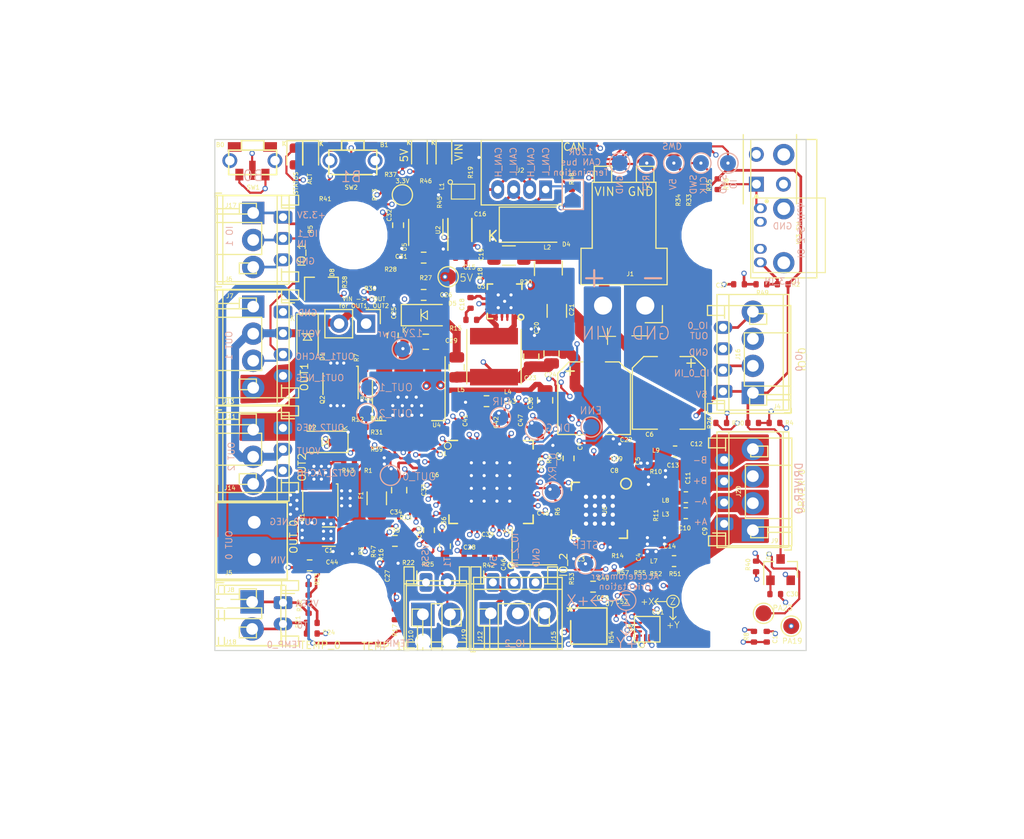
<source format=kicad_pcb>
(kicad_pcb (version 20171130) (host pcbnew "(5.1.4)-1")
  (title_block (title "Duet 3 Tool Board - 1LC") (date 2021-06-15) (rev 1.2) (company Duet3D) (comment 1 "(c) Duet3D"))
  (layers (0 F.Cu signal) (1 In1.Cu signal) (2 In2.Cu power) (31 B.Cu mixed) (34 B.Paste user) (35 F.Paste user) (36 B.SilkS user) (37 F.SilkS user) (38 B.Mask user) (39 F.Mask user) (44 Edge.Cuts user))
  (net 0 "")
  (net 1 CAN_L)
  (net 2 CAN_H)
  (net 3 DRIVER_ENN)
  (net 4 DRIVER_0_DIAG)
  (net 5 "Net-(U6-Pad12)")
  (net 6 USART_RX)
  (net 7 5V)
  (net 8 DRIVER_0_STEP)
  (net 9 "Net-(U6-Pad17)")
  (net 10 DRIVER_0_DIR)
  (net 11 V_IN)
  (net 12 "Net-(U6-Pad25)")
  (net 13 SWDIO)
  (net 14 SWDCLK)
  (net 15 +3.3V)
  (net 16 RESET)
  (net 17 "/Stepper Driver & Endstops/CANL_C")
  (net 18 "/Stepper Driver & Endstops/CANH_C")
  (net 19 OUT_2_NEG)
  (net 20 OUT_1_NEG)
  (net 21 /Processor/XOUT)
  (net 22 /Processor/XIN)
  (net 23 OUT_0)
  (net 24 OUT_1)
  (net 25 OUT_2)
  (net 26 USART_TX)
  (net 27 THERMISTOR_1)
  (net 28 /Headers/12V_FB)
  (net 29 "Net-(D6-Pad1)")
  (net 30 /Headers/12_VOUT)
  (net 31 /Headers/12V_VSW)
  (net 32 VSSA)
  (net 33 THERMISTOR_0)
  (net 34 OUT_2_TACHO)
  (net 35 TEMP_0)
  (net 36 "Net-(Q1-Pad1)")
  (net 37 IO_0_IN)
  (net 38 "Net-(Q1-Pad4)")
  (net 39 IO_1_IN)
  (net 40 "Net-(Q2-Pad1)")
  (net 41 IO_1)
  (net 42 TEMP_1)
  (net 43 BOARD_TYPE)
  (net 44 OUT_1_TACHO)
  (net 45 VSSA_MON_0)
  (net 46 IO_0)
  (net 47 "Net-(Q2-Pad4)")
  (net 48 12V_pwr)
  (net 49 OUT_0_NEG)
  (net 50 CAN0_TX)
  (net 51 CAN0_RX)
  (net 52 VIN_MON)
  (net 53 GNDANA)
  (net 54 IO_0_OUT)
  (net 55 "Net-(U3-Pad6)")
  (net 56 "Net-(U3-Pad7)")
  (net 57 "Net-(U3-Pad8)")
  (net 58 /Headers/12V_BST)
  (net 59 /Processor/VDDCORE)
  (net 60 BUTTON0)
  (net 61 BUTTON1)
  (net 62 "Net-(C18-Pad1)")
  (net 63 GND)
  (net 64 /Processor/rst)
  (net 65 "/Stepper Driver & Endstops/cpo")
  (net 66 "/Stepper Driver & Endstops/cpi")
  (net 67 "/Stepper Driver & Endstops/vcp")
  (net 68 "/Stepper Driver & Endstops/5vout")
  (net 69 "/Stepper Driver & Endstops/bra")
  (net 70 "/Stepper Driver & Endstops/brb")
  (net 71 /Headers/L2in)
  (net 72 "Net-(D7-Pad1)")
  (net 73 /Headers/12VCC)
  (net 74 /Processor/VDDANA_IN)
  (net 75 VREF_MON)
  (net 76 /Processor/io0out)
  (net 77 IO_2)
  (net 78 IO_2_IN)
  (net 79 "Net-(U3-Pad9)")
  (net 80 VOUT)
  (net 81 "/Stepper Driver & Endstops/OA1")
  (net 82 "/Stepper Driver & Endstops/OA2")
  (net 83 "/Stepper Driver & Endstops/OB1")
  (net 84 "/Stepper Driver & Endstops/OB2")
  (net 85 /Headers/3V3_ADJ)
  (net 86 PA19)
  (net 87 /Processor/vssa_fuse)
  (net 88 DRIVER_0_A1)
  (net 89 DRIVER_0_A2)
  (net 90 DRIVER_0_B1)
  (net 91 DRIVER_0_B2)
  (net 92 IO_3)
  (net 93 IO_3_IN)
  (net 94 I2C_SDA)
  (net 95 I2C_SCL)
  (net 96 I2C_SCL_3.3)
  (net 97 "Net-(U7-Pad9)")
  (net 98 "Net-(U7-Pad7)")
  (net 99 I2C_SDA_3.3)
  (net 100 "Net-(U7-Pad3)")
  (net 101 IO_1_3.3)
  (net 102 "Net-(JP3-Pad1)")
  (net 103 /Processor/swdclkstatus)
  (net 104 /Processor/swdioact)
  (net 105 PA23)
  (net 106 out2tacho)
  (net 107 out1tacho)
  (net 108 ACC_INT)
  (net 109 ACC_INT_3.3)
  (net 110 /Headers/col)
  (module complib:UMLP-12-1.8x1.8mm_P0.4mm (layer F.Cu) (at 60.58 148 90)
    (fp_text reference U8 (at 0.11 -1.56 90) (layer F.SilkS) (effects (font (size 0.4 0.4) (thickness 0.07))))
    (fp_text value FXMA2104 hide)
    (pad 12 smd roundrect (at -0.6 -0.7685 180) (size 0.563 0.2) (layers F.Cu F.Paste F.Mask) (net 99 I2C_SDA_3.3))
    (pad 11 smd roundrect (at -0.2 -0.7685 180) (size 0.563 0.2) (layers F.Cu F.Paste F.Mask) (net 96 I2C_SCL_3.3))
    (pad 10 smd roundrect (at 0.2 -0.7685 180) (size 0.563 0.2) (layers F.Cu F.Paste F.Mask) (net 101 IO_1_3.3))
    (pad 9 smd roundrect (at 0.6 -0.7685 180) (size 0.563 0.2) (layers F.Cu F.Paste F.Mask) (net 109 ACC_INT_3.3))
    (pad 8 smd roundrect (at 0.756 -0.2 90) (size 0.588 0.2) (layers F.Cu F.Paste F.Mask) (net 7 5V))
    (pad 7 smd roundrect (at 0.756 0.2 90) (size 0.588 0.2) (layers F.Cu F.Paste F.Mask) (net 63 GND))
    (pad 6 smd roundrect (at 0.6 0.7685 180) (size 0.563 0.2) (layers F.Cu F.Paste F.Mask) (net 108 ACC_INT))
    (pad 5 smd roundrect (at 0.2 0.7685 180) (size 0.563 0.2) (layers F.Cu F.Paste F.Mask) (net 41 IO_1))
    (pad 4 smd roundrect (at -0.2 0.7685 180) (size 0.563 0.2) (layers F.Cu F.Paste F.Mask) (net 95 I2C_SCL))
    (pad 3 smd roundrect (at -0.6 0.7685 180) (size 0.563 0.2) (layers F.Cu F.Paste F.Mask) (net 94 I2C_SDA))
    (pad 2 smd roundrect (at -0.756 0.2 90) (size 0.588 0.2) (layers F.Cu F.Paste F.Mask) (net 7 5V))
    (pad 1 smd roundrect (at -0.756 -0.2 90) (size 0.588 0.2) (layers F.Cu F.Paste F.Mask) (net 15 +3.3V))
  )
  (module OptoDevice:Vishay_TCRT1010 (layer F.Cu) (at 71 111 270)
    (fp_text reference U9 hide)
    (fp_text value TCRT1010 hide)
    (pad 1 thru_hole oval (at -2.54 -0.2 270) (size 0.9 1.2) (drill 0.65) (layers *.Cu *.Mask) (net 110 /Headers/col))
    (pad 4 thru_hole oval (at 2.54 -0.2 270) (size 0.9 1.2) (drill 0.65) (layers *.Cu *.Mask) (net 93 IO_3_IN))
    (pad 3 thru_hole oval (at 1.27 -0.2 270) (size 0.9 1.2) (drill 0.65) (layers *.Cu *.Mask) (net 63 GND))
    (pad 2 thru_hole oval (at -1.27 -0.2 270) (size 0.9 1.2) (drill 0.65) (layers *.Cu *.Mask) (net 63 GND))
  )
  (module complib:Ultra_Subminiature_Switch-SPDT (layer F.Cu) (at 73.4 108.5 90)
    (fp_text reference SW3 hide)
    (fp_text value IO3_SW (at -2.3 1.4 90) (layer F.SilkS) (effects (font (size 0.4 0.4) (thickness 0.07))))
    (pad 3 thru_hole circle (at 5.08 0 90) (size 2 2) (drill 1.2) (layers *.Cu *.Mask) (net 63 GND))
    (pad 2 thru_hole circle (at 0 0 90) (size 2 2) (drill 1.2) (layers *.Cu *.Mask) (net 93 IO_3_IN))
    (pad 1 thru_hole circle (at -5.08 0 90) (size 2 2) (drill 1.2) (layers *.Cu *.Mask) (net 63 GND))
  )
  (module complib:LIS3DH (layer F.Cu) (at 55.1 147.7)
    (fp_text reference U7 (at 1.94 -2.08) (layer F.SilkS) (effects (font (size 0.4 0.4) (thickness 0.07))))
    (fp_text value LIS3DH hide)
    (fp_text user * (at -1.8 -1.3) (layer F.SilkS))
    (pad 16 smd rect (at -0.5 -1.225) (size 0.3 0.45) (layers F.Cu F.Paste F.Mask) (net 63 GND))
    (pad 15 smd rect (at 0 -1.225) (size 0.3 0.45) (layers F.Cu F.Paste F.Mask) (net 63 GND))
    (pad 14 smd rect (at 0.5 -1.225) (size 0.3 0.45) (layers F.Cu F.Paste F.Mask) (net 15 +3.3V))
    (pad 13 smd rect (at 1.225 -1 90) (size 0.3 0.45) (layers F.Cu F.Paste F.Mask) (net 63 GND))
    (pad 12 smd rect (at 1.225 -0.5 90) (size 0.3 0.45) (layers F.Cu F.Paste F.Mask) (net 63 GND))
    (pad 11 smd rect (at 1.225 0 90) (size 0.3 0.45) (layers F.Cu F.Paste F.Mask) (net 109 ACC_INT_3.3))
    (pad 10 smd rect (at 1.225 0.5 90) (size 0.3 0.45) (layers F.Cu F.Paste F.Mask) (net 63 GND))
    (pad 9 smd rect (at 1.225 1 90) (size 0.3 0.45) (layers F.Cu F.Paste F.Mask) (net 97 "Net-(U7-Pad9)"))
    (pad 8 smd rect (at 0.5 1.225) (size 0.3 0.45) (layers F.Cu F.Paste F.Mask) (net 15 +3.3V))
    (pad 7 smd rect (at 0 1.225) (size 0.3 0.45) (layers F.Cu F.Paste F.Mask) (net 98 "Net-(U7-Pad7)"))
    (pad 6 smd rect (at -0.5 1.225) (size 0.3 0.45) (layers F.Cu F.Paste F.Mask) (net 99 I2C_SDA_3.3))
    (pad 5 smd rect (at -1.225 1 90) (size 0.3 0.45) (layers F.Cu F.Paste F.Mask) (net 63 GND))
    (pad 4 smd rect (at -1.225 0.5 90) (size 0.3 0.45) (layers F.Cu F.Paste F.Mask) (net 96 I2C_SCL_3.3))
    (pad 3 smd rect (at -1.225 0 90) (size 0.3 0.45) (layers F.Cu F.Paste F.Mask) (net 100 "Net-(U7-Pad3)"))
    (pad 2 smd rect (at -1.225 -0.5 90) (size 0.3 0.45) (layers F.Cu F.Paste F.Mask) (net 15 +3.3V))
    (pad 1 smd rect (at -1.225 -1 90) (size 0.3 0.45) (layers F.Cu F.Paste F.Mask) (net 15 +3.3V))
  )
  (module Capacitor_SMD:C_0402_1005Metric_Wbry (layer F.Cu) (at 55 145.3)
    (fp_text reference C50 (at 1.41 -0.24 180) (layer F.SilkS) (effects (font (size 0.4 0.4) (thickness 0.07))))
    (fp_text value "0u1 50V" hide)
    (pad 1 smd roundrect (at -0.5 0) (size 0.5 0.6) (layers F.Cu F.Paste F.Mask) (net 15 +3.3V))
    (pad 2 smd roundrect (at 0.5 0) (size 0.5 0.6) (layers F.Cu F.Paste F.Mask) (net 63 GND))
  )
  (module Connector_JST:JST_VH_B2PS-VH_1x02_P3.96mm_Short_Horizontal (layer F.Cu) (at 60.4 117.6 180)
    (fp_text reference J1 (at 1.41 2.97) (layer F.SilkS) (effects (font (size 0.4 0.4) (thickness 0.07))))
    (fp_text value VIN hide)
    (pad 1 thru_hole roundrect (at 0 0 180) (size 2.7 2.7) (drill 1.7) (layers *.Cu *.Mask) (roundrect_rratio 0.09259299999999999) (net 63 GND))
    (pad 2 thru_hole circle (at 3.96 0 180) (size 2.7 2.7) (drill 1.7) (layers *.Cu *.Mask) (net 11 V_IN))
  )
  (module TerminalBlock_TE-Connectivity:TerminalBlock_TE_282834-4_1x04_P2.54mm_Horizontal (layer F.Cu) (at 70.5 138.7 90)
    (fp_text reference J20 (at 3.65 -1.34 270) (layer F.SilkS) (effects (font (size 0.4 0.4) (thickness 0.07))))
    (fp_text value DRIVER_0)
    (pad 4 thru_hole circle (at 7.62 0 90) (size 2.1 2.1) (drill 1.1) (layers *.Cu *.Mask) (net 91 DRIVER_0_B2))
    (pad 3 thru_hole circle (at 5.08 0 90) (size 2.1 2.1) (drill 1.1) (layers *.Cu *.Mask) (net 90 DRIVER_0_B1))
    (pad 2 thru_hole circle (at 2.54 0 90) (size 2.1 2.1) (drill 1.1) (layers *.Cu *.Mask) (net 88 DRIVER_0_A1))
    (pad 1 thru_hole rect (at 0 0 90) (size 2.1 2.1) (drill 1.1) (layers *.Cu *.Mask) (net 89 DRIVER_0_A2))
  )
  (module Resistor_SMD:R_0402_1005Metric_Wbry (layer F.Cu) (at 33.1 115.7 270)
    (fp_text reference R38 (at -0.3 0.9 90) (layer F.SilkS) (effects (font (size 0.4 0.4) (thickness 0.07))))
    (fp_text value 10K hide)
    (pad 2 smd roundrect (at 0.5 0 270) (size 0.5 0.6) (layers F.Cu F.Paste F.Mask) (net 107 out1tacho))
    (pad 1 smd roundrect (at -0.5 0 270) (size 0.5 0.6) (layers F.Cu F.Paste F.Mask) (net 44 OUT_1_TACHO))
  )
  (module OptoDevice:ITR-20001_T (layer F.Cu) (at 72.1 104.8 90)
    (fp_text reference U10 hide)
    (fp_text value ITR-20001/T hide)
    (pad 4 thru_hole circle (at 1.4 -1.27 90) (size 1.4 1.4) (drill 0.84) (layers *.Cu *.Mask) (net 93 IO_3_IN))
    (pad 3 thru_hole circle (at 1.4 1.27 90) (size 1.4 1.4) (drill 0.84) (layers *.Cu *.Mask) (net 63 GND))
    (pad 2 thru_hole circle (at -1.4 1.27 90) (size 1.4 1.4) (drill 0.84) (layers *.Cu *.Mask) (net 63 GND))
    (pad 1 thru_hole rect (at -1.4 -1.27 90) (size 1.4 1.4) (drill 0.84) (layers *.Cu *.Mask) (net 110 /Headers/col))
  )
  (module Resistor_SMD:R_0402_1005Metric_Wbry (layer F.Cu) (at 67.2 106.2 90)
    (fp_text reference R58 (at 0 0.8 90) (layer F.SilkS) (effects (font (size 0.4 0.4) (thickness 0.07))))
    (fp_text value "220R 0.1W" hide)
    (pad 2 smd roundrect (at 0.5 0 90) (size 0.5 0.6) (layers F.Cu F.Paste F.Mask) (net 7 5V))
    (pad 1 smd roundrect (at -0.5 0 90) (size 0.5 0.6) (layers F.Cu F.Paste F.Mask) (net 110 /Headers/col))
  )
  (module Resistor_SMD:R_0402_1005Metric_Wbry (layer F.Cu) (at 58.4 143.9 270)
    (fp_text reference R57 (at -1.2 0.1 180) (layer F.SilkS) (effects (font (size 0.4 0.4) (thickness 0.07))))
    (fp_text value 27K hide)
    (pad 2 smd roundrect (at 0.5 0 270) (size 0.5 0.6) (layers F.Cu F.Paste F.Mask) (net 108 ACC_INT))
    (pad 1 smd roundrect (at -0.5 0 270) (size 0.5 0.6) (layers F.Cu F.Paste F.Mask) (net 7 5V))
  )
  (module Resistor_SMD:R_0402_1005Metric_Wbry (layer F.Cu) (at 33.7 129 180)
    (fp_text reference R56 (at -1.47 0.79) (layer F.SilkS) (effects (font (size 0.4 0.4) (thickness 0.07))))
    (fp_text value 10K hide)
    (pad 2 smd roundrect (at 0.5 0 180) (size 0.5 0.6) (layers F.Cu F.Paste F.Mask) (net 63 GND))
    (pad 1 smd roundrect (at -0.5 0 180) (size 0.5 0.6) (layers F.Cu F.Paste F.Mask) (net 25 OUT_2))
  )
  (module Resistor_SMD:R_0402_1005Metric_Wbry (layer F.Cu) (at 33.7 131 180)
    (fp_text reference R39 (at -1.5 -0.1) (layer F.SilkS) (effects (font (size 0.4 0.4) (thickness 0.07))))
    (fp_text value 10K hide)
    (pad 2 smd roundrect (at 0.5 0 180) (size 0.5 0.6) (layers F.Cu F.Paste F.Mask) (net 34 OUT_2_TACHO))
    (pad 1 smd roundrect (at -0.5 0 180) (size 0.5 0.6) (layers F.Cu F.Paste F.Mask) (net 106 out2tacho))
  )
  (module Resistor_SMD:R_0402_1005Metric_Wbry (layer F.Cu) (at 33.7 130)
    (fp_text reference R31 (at 1.5 -0.5) (layer F.SilkS) (effects (font (size 0.4 0.4) (thickness 0.07))))
    (fp_text value 10K hide)
    (pad 2 smd roundrect (at 0.5 0) (size 0.5 0.6) (layers F.Cu F.Paste F.Mask) (net 7 5V))
    (pad 1 smd roundrect (at -0.5 0) (size 0.5 0.6) (layers F.Cu F.Paste F.Mask) (net 34 OUT_2_TACHO))
  )
  (module Resistor_SMD:R_0402_1005Metric_Wbry (layer F.Cu) (at 34.6 115.2)
    (fp_text reference R30 (at 0 0.8) (layer F.SilkS) (effects (font (size 0.4 0.4) (thickness 0.07))))
    (fp_text value 10K hide)
    (pad 2 smd roundrect (at 0.5 0) (size 0.5 0.6) (layers F.Cu F.Paste F.Mask) (net 7 5V))
    (pad 1 smd roundrect (at -0.5 0) (size 0.5 0.6) (layers F.Cu F.Paste F.Mask) (net 44 OUT_1_TACHO))
  )
  (module Package_TO_SOT_SMD:SOT-23 (layer F.Cu) (at 30 115.7 90)
    (fp_text reference D8 (at 1.2 1 90) (layer F.SilkS) (effects (font (size 0.4 0.4) (thickness 0.07))))
    (fp_text value BAT54C hide)
    (pad 3 smd rect (at 1 0 90) (size 0.9 0.8) (layers F.Cu F.Paste F.Mask) (net 7 5V))
    (pad 2 smd rect (at -1 0.95 90) (size 0.9 0.8) (layers F.Cu F.Paste F.Mask) (net 106 out2tacho))
    (pad 1 smd rect (at -1 -0.95 90) (size 0.9 0.8) (layers F.Cu F.Paste F.Mask) (net 107 out1tacho))
  )
  (module complib:QFN-28-1EP_5x5mm_Pitch0.5mm-thinpads (layer F.Cu) (at 56.095249 136.823276 270)
    (fp_text reference U6 (at 0 -0.5 90) (layer F.SilkS) (effects (font (size 0.4 0.4) (thickness 0.07))))
    (fp_text value DRIVER0 hide)
    (pad 1 smd oval (at -2.45 -1.5 270) (size 0.85 0.2) (layers F.Cu F.Paste F.Mask) (net 84 "/Stepper Driver & Endstops/OB2"))
    (pad 2 smd oval (at -2.45 -1 270) (size 0.85 0.2) (layers F.Cu F.Paste F.Mask) (net 3 DRIVER_ENN))
    (pad 3 smd oval (at -2.45 -0.5 270) (size 0.85 0.2) (layers F.Cu F.Paste F.Mask) (net 63 GND))
    (pad 4 smd oval (at -2.45 0 270) (size 0.85 0.2) (layers F.Cu F.Paste F.Mask) (net 65 "/Stepper Driver & Endstops/cpo"))
    (pad 5 smd oval (at -2.45 0.5 270) (size 0.85 0.2) (layers F.Cu F.Paste F.Mask) (net 66 "/Stepper Driver & Endstops/cpi"))
    (pad 6 smd oval (at -2.45 1 270) (size 0.85 0.2) (layers F.Cu F.Paste F.Mask) (net 67 "/Stepper Driver & Endstops/vcp"))
    (pad 7 smd oval (at -2.45 1.5 270) (size 0.85 0.2) (layers F.Cu F.Paste F.Mask) (net 63 GND))
    (pad 8 smd oval (at -1.5 2.45) (size 0.85 0.2) (layers F.Cu F.Paste F.Mask) (net 68 "/Stepper Driver & Endstops/5vout"))
    (pad 9 smd oval (at -1 2.45) (size 0.85 0.2) (layers F.Cu F.Paste F.Mask) (net 63 GND))
    (pad 10 smd oval (at -0.5 2.45) (size 0.85 0.2) (layers F.Cu F.Paste F.Mask) (net 63 GND))
    (pad 11 smd oval (at 0 2.45) (size 0.85 0.2) (layers F.Cu F.Paste F.Mask) (net 4 DRIVER_0_DIAG))
    (pad 12 smd oval (at 0.5 2.45) (size 0.85 0.2) (layers F.Cu F.Paste F.Mask) (net 5 "Net-(U6-Pad12)"))
    (pad 13 smd oval (at 1 2.45) (size 0.85 0.2) (layers F.Cu F.Paste F.Mask) (net 63 GND))
    (pad 14 smd oval (at 1.5 2.45) (size 0.85 0.2) (layers F.Cu F.Paste F.Mask) (net 6 USART_RX))
    (pad 15 smd oval (at 2.45 1.5 270) (size 0.85 0.2) (layers F.Cu F.Paste F.Mask) (net 7 5V))
    (pad 16 smd oval (at 2.45 1 270) (size 0.85 0.2) (layers F.Cu F.Paste F.Mask) (net 8 DRIVER_0_STEP))
    (pad 17 smd oval (at 2.45 0.5 270) (size 0.85 0.2) (layers F.Cu F.Paste F.Mask) (net 9 "Net-(U6-Pad17)"))
    (pad 18 smd oval (at 2.45 0 270) (size 0.85 0.2) (layers F.Cu F.Paste F.Mask) (net 63 GND))
    (pad 19 smd oval (at 2.45 -0.5 270) (size 0.85 0.2) (layers F.Cu F.Paste F.Mask) (net 10 DRIVER_0_DIR))
    (pad 20 smd oval (at 2.45 -1 270) (size 0.85 0.2) (layers F.Cu F.Paste F.Mask) (net 63 GND))
    (pad 21 smd oval (at 2.45 -1.5 270) (size 0.85 0.2) (layers F.Cu F.Paste F.Mask) (net 82 "/Stepper Driver & Endstops/OA2"))
    (pad 22 smd oval (at 1.5 -2.45) (size 0.85 0.2) (layers F.Cu F.Paste F.Mask) (net 11 V_IN))
    (pad 23 smd oval (at 1 -2.45) (size 0.85 0.2) (layers F.Cu F.Paste F.Mask) (net 69 "/Stepper Driver & Endstops/bra"))
    (pad 24 smd oval (at 0.5 -2.45) (size 0.85 0.2) (layers F.Cu F.Paste F.Mask) (net 81 "/Stepper Driver & Endstops/OA1"))
    (pad 25 smd oval (at 0 -2.45) (size 0.85 0.2) (layers F.Cu F.Paste F.Mask) (net 12 "Net-(U6-Pad25)"))
    (pad 26 smd oval (at -0.5 -2.45) (size 0.85 0.2) (layers F.Cu F.Paste F.Mask) (net 83 "/Stepper Driver & Endstops/OB1"))
    (pad 27 smd oval (at -1 -2.45) (size 0.85 0.2) (layers F.Cu F.Paste F.Mask) (net 70 "/Stepper Driver & Endstops/brb"))
    (pad 28 smd oval (at -1.5 -2.45) (size 0.85 0.2) (layers F.Cu F.Paste F.Mask) (net 11 V_IN))
    (pad 29 smd rect (at 0.8375 0.8375 270) (size 1.675 1.675) (layers F.Cu F.Paste F.Mask) (net 63 GND))
    (pad 29 smd rect (at 0.8375 -0.8375 270) (size 1.675 1.675) (layers F.Cu F.Paste F.Mask) (net 63 GND))
    (pad 29 smd rect (at -0.8375 0.8375 270) (size 1.675 1.675) (layers F.Cu F.Paste F.Mask) (net 63 GND))
    (pad 29 smd rect (at -0.8375 -0.8375 270) (size 1.675 1.675) (layers F.Cu F.Paste F.Mask) (net 63 GND))
    (pad 29 thru_hole rect (at -1.25625 -1.25625 270) (size 0.8375 0.8375) (drill 0.4) (layers *.Cu *.Mask) (net 63 GND))
    (pad 29 thru_hole rect (at -1.25625 -0.41875 270) (size 0.8375 0.8375) (drill 0.4) (layers *.Cu *.Mask) (net 63 GND))
    (pad 29 thru_hole rect (at -0.41875 -1.25625 270) (size 0.8375 0.8375) (drill 0.4) (layers *.Cu *.Mask) (net 63 GND))
    (pad 29 thru_hole rect (at -0.41875 -0.41875 270) (size 0.8375 0.8375) (drill 0.4) (layers *.Cu *.Mask) (net 63 GND))
    (pad 29 thru_hole rect (at 0.41875 -1.25625 270) (size 0.8375 0.8375) (drill 0.4) (layers *.Cu *.Mask) (net 63 GND))
    (pad 29 thru_hole rect (at 0.41875 -0.41875 270) (size 0.8375 0.8375) (drill 0.4) (layers *.Cu *.Mask) (net 63 GND))
    (pad 29 thru_hole rect (at 1.25625 -1.25625 270) (size 0.8375 0.8375) (drill 0.4) (layers *.Cu *.Mask) (net 63 GND))
    (pad 29 thru_hole rect (at 1.25625 -0.41875 270) (size 0.8375 0.8375) (drill 0.4) (layers *.Cu *.Mask) (net 63 GND))
    (pad 29 thru_hole rect (at -1.25625 0.41875 270) (size 0.8375 0.8375) (drill 0.4) (layers *.Cu *.Mask) (net 63 GND))
    (pad 29 thru_hole rect (at -0.41875 0.41875 270) (size 0.8375 0.8375) (drill 0.4) (layers *.Cu *.Mask) (net 63 GND))
    (pad 29 thru_hole rect (at -1.25625 1.25625 270) (size 0.8375 0.8375) (drill 0.4) (layers *.Cu *.Mask) (net 63 GND))
    (pad 29 thru_hole rect (at -0.41875 1.25625 270) (size 0.8375 0.8375) (drill 0.4) (layers *.Cu *.Mask) (net 63 GND))
    (pad 29 thru_hole rect (at 0.41875 1.25625 270) (size 0.8375 0.8375) (drill 0.4) (layers *.Cu *.Mask) (net 63 GND))
    (pad 29 thru_hole rect (at 0.41875 0.41875 270) (size 0.8375 0.8375) (drill 0.4) (layers *.Cu *.Mask) (net 63 GND))
    (pad 29 thru_hole rect (at 1.25625 0.41875 270) (size 0.8375 0.8375) (drill 0.4) (layers *.Cu *.Mask) (net 63 GND))
    (pad 29 thru_hole rect (at 1.25625 1.25625 270) (size 0.8375 0.8375) (drill 0.4) (layers *.Cu *.Mask) (net 63 GND))
  )
  (module Package_SON:Fairchild_DualPower33-6_3x3mm-gap (layer F.Cu) (at 31.8 124.95 270)
    (fp_text reference Q2 (at 1.5 1.7 90) (layer F.SilkS) (effects (font (size 0.4 0.4) (thickness 0.07))))
    (fp_text value Q_DUAL_NMOS)
    (pad 1 smd roundrect (at -1.39 -0.975 270) (size 0.52 0.45) (layers F.Cu F.Mask) (net 40 "Net-(Q2-Pad1)"))
    (pad 2 smd roundrect (at -1.39 0.35 270) (size 0.52 1.7) (layers F.Cu F.Mask) (net 63 GND))
    (pad 5 smd roundrect (at -0.55 0 270) (size 0.75 2.52) (layers F.Cu F.Mask) (net 20 OUT_1_NEG))
    (pad 6 smd roundrect (at 0.55 0 270) (size 0.75 2.52) (layers F.Cu F.Mask) (net 19 OUT_2_NEG))
    (pad 4 smd roundrect (at 1.39 -0.975 270) (size 0.52 0.45) (layers F.Cu F.Mask) (net 47 "Net-(Q2-Pad4)"))
    (pad 3 smd roundrect (at 1.39 0.35 270) (size 0.52 1.7) (layers F.Cu F.Mask) (net 63 GND))
  )
  (module Package_SON:Fairchild_DualPower33-6_3x3mm-gap (layer F.Cu) (at 29.9 136 270)
    (fp_text reference Q1 (at 1.5 1.7 90) (layer F.SilkS) (effects (font (size 0.4 0.4) (thickness 0.07))))
    (fp_text value Q_DUAL_NMOS)
    (pad 1 smd roundrect (at -1.39 -0.975 270) (size 0.52 0.45) (layers F.Cu F.Mask) (net 36 "Net-(Q1-Pad1)"))
    (pad 2 smd roundrect (at -1.39 0.35 270) (size 0.52 1.7) (layers F.Cu F.Mask) (net 63 GND))
    (pad 5 smd roundrect (at -0.55 0 270) (size 0.75 2.52) (layers F.Cu F.Mask) (net 49 OUT_0_NEG))
    (pad 6 smd roundrect (at 0.55 0 270) (size 0.75 2.52) (layers F.Cu F.Mask) (net 49 OUT_0_NEG))
    (pad 4 smd roundrect (at 1.39 -0.975 270) (size 0.52 0.45) (layers F.Cu F.Mask) (net 38 "Net-(Q1-Pad4)"))
    (pad 3 smd roundrect (at 1.39 0.35 270) (size 0.52 1.7) (layers F.Cu F.Mask) (net 63 GND))
  )
  (module Package_TO_SOT_SMD:SOT-23-5 (layer F.Cu) (at 39.8 110.4 90)
    (fp_text reference U5 (at -1.7 -2 90) (layer F.SilkS) (effects (font (size 0.4 0.4) (thickness 0.07))))
    (fp_text value AP7366-W5-7)
    (pad 5 smd rect (at 1.1 -0.95 90) (size 1.06 0.65) (layers F.Cu F.Paste F.Mask) (net 15 +3.3V))
    (pad 4 smd rect (at 1.1 0.95 90) (size 1.06 0.65) (layers F.Cu F.Paste F.Mask) (net 85 /Headers/3V3_ADJ))
    (pad 3 smd rect (at -1.1 0.95 90) (size 1.06 0.6) (layers F.Cu F.Paste F.Mask) (net 7 5V))
    (pad 2 smd rect (at -1.1 0 90) (size 1.06 0.6) (layers F.Cu F.Paste F.Mask) (net 63 GND))
    (pad 1 smd rect (at -1.1 -0.95 90) (size 1.06 0.6) (layers F.Cu F.Paste F.Mask) (net 7 5V))
  )
  (module Package_DFN_QFN:DFN-8-1EP_3x2mm_P0.5mm_EP1.3x1.5mm-thinpads (layer F.Cu) (at 43 110.5 90)
    (fp_text reference U2 (at 0 -2.05 90) (layer F.SilkS) (effects (font (size 0.4 0.4) (thickness 0.07))))
    (fp_text value MCP2542)
    (pad 9 smd rect (at 0 0 90) (size 1.3 1.5) (layers F.Cu F.Mask) (net 63 GND))
    (pad 8 smd oval (at 1.45 -0.75 90) (size 0.75 0.2) (layers F.Cu F.Paste F.Mask) (net 63 GND))
    (pad 7 smd oval (at 1.45 -0.25 90) (size 0.75 0.2) (layers F.Cu F.Paste F.Mask) (net 18 "/Stepper Driver & Endstops/CANH_C"))
    (pad 6 smd oval (at 1.45 0.25 90) (size 0.75 0.2) (layers F.Cu F.Paste F.Mask) (net 17 "/Stepper Driver & Endstops/CANL_C"))
    (pad 5 smd oval (at 1.45 0.75 90) (size 0.75 0.2) (layers F.Cu F.Paste F.Mask) (net 7 5V))
    (pad 4 smd oval (at -1.45 0.75 90) (size 0.75 0.2) (layers F.Cu F.Paste F.Mask) (net 51 CAN0_RX))
    (pad 3 smd oval (at -1.45 0.25 90) (size 0.75 0.2) (layers F.Cu F.Paste F.Mask) (net 7 5V))
    (pad 2 smd oval (at -1.45 -0.25 90) (size 0.75 0.2) (layers F.Cu F.Paste F.Mask) (net 63 GND))
    (pad 1 smd oval (at -1.45 -0.75 90) (size 0.75 0.2) (layers F.Cu F.Paste F.Mask) (net 50 CAN0_TX))
  )
  (module Package_DFN_QFN:QFN-16-1EP_3x3mm_P0.5mm_EP1.8x1.8mm-thinpads (layer F.Cu) (at 47.2 117.2 180)
    (fp_text reference U3 (at 2.2 1.4) (layer F.SilkS) (effects (font (size 0.4 0.4) (thickness 0.07))))
    (fp_text value TS30041)
    (pad 1 smd oval (at -1.475 -0.75 180) (size 0.75 0.2) (layers F.Cu F.Paste F.Mask) (net 31 /Headers/12V_VSW))
    (pad 2 smd oval (at -1.475 -0.25 180) (size 0.75 0.2) (layers F.Cu F.Paste F.Mask) (net 73 /Headers/12VCC))
    (pad 3 smd oval (at -1.475 0.25 180) (size 0.75 0.2) (layers F.Cu F.Paste F.Mask) (net 73 /Headers/12VCC))
    (pad 4 smd oval (at -1.475 0.75 180) (size 0.75 0.2) (layers F.Cu F.Paste F.Mask) (net 63 GND))
    (pad 5 smd oval (at -0.75 1.475 270) (size 0.75 0.2) (layers F.Cu F.Paste F.Mask) (net 28 /Headers/12V_FB))
    (pad 6 smd oval (at -0.25 1.475 270) (size 0.75 0.2) (layers F.Cu F.Paste F.Mask) (net 55 "Net-(U3-Pad6)"))
    (pad 7 smd oval (at 0.25 1.475 270) (size 0.75 0.2) (layers F.Cu F.Paste F.Mask) (net 56 "Net-(U3-Pad7)"))
    (pad 8 smd oval (at 0.75 1.475 270) (size 0.75 0.2) (layers F.Cu F.Paste F.Mask) (net 57 "Net-(U3-Pad8)"))
    (pad 9 smd oval (at 1.475 0.75 180) (size 0.75 0.2) (layers F.Cu F.Paste F.Mask) (net 79 "Net-(U3-Pad9)"))
    (pad 10 smd oval (at 1.475 0.25 180) (size 0.75 0.2) (layers F.Cu F.Paste F.Mask) (net 58 /Headers/12V_BST))
    (pad 11 smd oval (at 1.475 -0.25 180) (size 0.75 0.2) (layers F.Cu F.Paste F.Mask) (net 73 /Headers/12VCC))
    (pad 12 smd oval (at 1.475 -0.75 180) (size 0.75 0.2) (layers F.Cu F.Paste F.Mask) (net 31 /Headers/12V_VSW))
    (pad 13 smd oval (at 0.75 -1.475 270) (size 0.75 0.2) (layers F.Cu F.Paste F.Mask) (net 31 /Headers/12V_VSW))
    (pad 14 smd oval (at 0.25 -1.475 270) (size 0.75 0.2) (layers F.Cu F.Paste F.Mask) (net 63 GND))
    (pad 15 smd oval (at -0.25 -1.475 270) (size 0.75 0.2) (layers F.Cu F.Paste F.Mask) (net 63 GND))
    (pad 16 smd oval (at -0.75 -1.475 270) (size 0.75 0.2) (layers F.Cu F.Paste F.Mask) (net 31 /Headers/12V_VSW))
    (pad 17 smd rect (at 0 0 180) (size 1.8 1.8) (layers *.Mask F.Cu) (net 63 GND))
  )
  (module Package_DFN_QFN:QFN-48-1EP_7x7mm_P0.5mm_EP5.2x5.2mm_ThermalVias_thinpads (layer F.Cu) (at 45.876372 134.16641)
    (fp_text reference U1 (at -4.476372 -2.66641 180) (layer F.SilkS) (effects (font (size 0.4 0.4) (thickness 0.07))))
    (fp_text value ATSAMC21G18A)
    (pad 49 thru_hole circle (at 1.8 0.6) (size 0.6 0.6) (drill 0.3) (layers *.Cu *.Mask) (net 63 GND))
    (pad 49 thru_hole circle (at -0.6 0.6) (size 0.6 0.6) (drill 0.3) (layers *.Cu *.Mask) (net 63 GND))
    (pad 49 thru_hole circle (at 0.6 1.8) (size 0.6 0.6) (drill 0.3) (layers *.Cu *.Mask) (net 63 GND))
    (pad 49 thru_hole circle (at -1.8 0.6) (size 0.6 0.6) (drill 0.3) (layers *.Cu *.Mask) (net 63 GND))
    (pad 49 thru_hole circle (at 1.8 1.8) (size 0.6 0.6) (drill 0.3) (layers *.Cu *.Mask) (net 63 GND))
    (pad 49 thru_hole circle (at -0.6 1.8) (size 0.6 0.6) (drill 0.3) (layers *.Cu *.Mask) (net 63 GND))
    (pad 49 thru_hole circle (at 0.6 0.6) (size 0.6 0.6) (drill 0.3) (layers *.Cu *.Mask) (net 63 GND))
    (pad 49 thru_hole circle (at -1.8 1.8) (size 0.6 0.6) (drill 0.3) (layers *.Cu *.Mask) (net 63 GND))
    (pad 49 thru_hole circle (at -1.8 -0.6) (size 0.6 0.6) (drill 0.3) (layers *.Cu *.Mask) (net 63 GND))
    (pad 49 thru_hole circle (at 0.6 -0.6) (size 0.6 0.6) (drill 0.3) (layers *.Cu *.Mask) (net 63 GND))
    (pad 49 thru_hole circle (at 1.8 -0.6) (size 0.6 0.6) (drill 0.3) (layers *.Cu *.Mask) (net 63 GND))
    (pad 49 thru_hole circle (at -0.6 -0.6) (size 0.6 0.6) (drill 0.3) (layers *.Cu *.Mask) (net 63 GND))
    (pad 49 thru_hole circle (at 0.6 -1.8) (size 0.6 0.6) (drill 0.3) (layers *.Cu *.Mask) (net 63 GND))
    (pad 49 thru_hole circle (at 1.8 -1.8) (size 0.6 0.6) (drill 0.3) (layers *.Cu *.Mask) (net 63 GND))
    (pad 49 thru_hole circle (at -0.6 -1.8) (size 0.6 0.6) (drill 0.3) (layers *.Cu *.Mask) (net 63 GND))
    (pad 49 thru_hole circle (at -1.8 -1.8) (size 0.6 0.6) (drill 0.3) (layers *.Cu *.Mask) (net 63 GND))
    (pad 49 smd rect (at 0 0) (size 7 7) (layers B.Cu B.Mask) (net 63 GND))
    (pad 49 smd rect (at 0 0) (size 5.2 5.2) (layers F.Cu F.Mask) (net 63 GND))
    (pad 48 smd roundrect (at -2.75 -3.45 90) (size 0.85 0.2) (layers F.Cu F.Paste F.Mask) (roundrect_rratio 0.4) (net 4 DRIVER_0_DIAG))
    (pad 47 smd roundrect (at -2.25 -3.45 90) (size 0.85 0.2) (layers F.Cu F.Paste F.Mask) (roundrect_rratio 0.4) (net 3 DRIVER_ENN))
    (pad 46 smd roundrect (at -1.75 -3.45 90) (size 0.85 0.2) (layers F.Cu F.Paste F.Mask) (roundrect_rratio 0.4) (net 13 SWDIO))
    (pad 45 smd roundrect (at -1.25 -3.45 90) (size 0.85 0.2) (layers F.Cu F.Paste F.Mask) (roundrect_rratio 0.4) (net 14 SWDCLK))
    (pad 44 smd roundrect (at -0.75 -3.45 90) (size 0.85 0.2) (layers F.Cu F.Paste F.Mask) (roundrect_rratio 0.4) (net 7 5V))
    (pad 43 smd roundrect (at -0.25 -3.45 90) (size 0.85 0.2) (layers F.Cu F.Paste F.Mask) (roundrect_rratio 0.4) (net 59 /Processor/VDDCORE))
    (pad 42 smd roundrect (at 0.25 -3.45 90) (size 0.85 0.2) (layers F.Cu F.Paste F.Mask) (roundrect_rratio 0.4) (net 63 GND))
    (pad 41 smd roundrect (at 0.75 -3.45 90) (size 0.85 0.2) (layers F.Cu F.Paste F.Mask) (roundrect_rratio 0.4) (net 10 DRIVER_0_DIR))
    (pad 40 smd roundrect (at 1.25 -3.45 90) (size 0.85 0.2) (layers F.Cu F.Paste F.Mask) (roundrect_rratio 0.4) (net 64 /Processor/rst))
    (pad 39 smd roundrect (at 1.75 -3.45 90) (size 0.85 0.2) (layers F.Cu F.Paste F.Mask) (roundrect_rratio 0.4) (net 8 DRIVER_0_STEP))
    (pad 38 smd roundrect (at 2.25 -3.45 90) (size 0.85 0.2) (layers F.Cu F.Paste F.Mask) (roundrect_rratio 0.4) (net 61 BUTTON1))
    (pad 37 smd roundrect (at 2.75 -3.45 90) (size 0.85 0.2) (layers F.Cu F.Paste F.Mask) (roundrect_rratio 0.4) (net 60 BUTTON0))
    (pad 36 smd roundrect (at 3.45 -2.75 180) (size 0.85 0.2) (layers F.Cu F.Paste F.Mask) (roundrect_rratio 0.4) (net 7 5V))
    (pad 35 smd roundrect (at 3.45 -2.25 180) (size 0.85 0.2) (layers F.Cu F.Paste F.Mask) (roundrect_rratio 0.4) (net 63 GND))
    (pad 34 smd roundrect (at 3.45 -1.75 180) (size 0.85 0.2) (layers F.Cu F.Paste F.Mask) (roundrect_rratio 0.4) (net 51 CAN0_RX))
    (pad 33 smd roundrect (at 3.45 -1.25 180) (size 0.85 0.2) (layers F.Cu F.Paste F.Mask) (roundrect_rratio 0.4) (net 50 CAN0_TX))
    (pad 32 smd roundrect (at 3.45 -0.75 180) (size 0.85 0.2) (layers F.Cu F.Paste F.Mask) (roundrect_rratio 0.4) (net 105 PA23))
    (pad 31 smd roundrect (at 3.45 -0.25 180) (size 0.85 0.2) (layers F.Cu F.Paste F.Mask) (roundrect_rratio 0.4) (net 26 USART_TX))
    (pad 30 smd roundrect (at 3.45 0.25 180) (size 0.85 0.2) (layers F.Cu F.Paste F.Mask) (roundrect_rratio 0.4) (net 41 IO_1))
    (pad 29 smd roundrect (at 3.45 0.75 180) (size 0.85 0.2) (layers F.Cu F.Paste F.Mask) (roundrect_rratio 0.4) (net 6 USART_RX))
    (pad 28 smd roundrect (at 3.45 1.25 180) (size 0.85 0.2) (layers F.Cu F.Paste F.Mask) (roundrect_rratio 0.4) (net 86 PA19))
    (pad 27 smd roundrect (at 3.45 1.75 180) (size 0.85 0.2) (layers F.Cu F.Paste F.Mask) (roundrect_rratio 0.4) (net 77 IO_2))
    (pad 26 smd roundrect (at 3.45 2.25 180) (size 0.85 0.2) (layers F.Cu F.Paste F.Mask) (roundrect_rratio 0.4) (net 95 I2C_SCL))
    (pad 25 smd roundrect (at 3.45 2.75 180) (size 0.85 0.2) (layers F.Cu F.Paste F.Mask) (roundrect_rratio 0.4) (net 94 I2C_SDA))
    (pad 24 smd roundrect (at 2.75 3.45 90) (size 0.85 0.2) (layers F.Cu F.Paste F.Mask) (roundrect_rratio 0.4) (net 21 /Processor/XOUT))
    (pad 23 smd roundrect (at 2.25 3.45 90) (size 0.85 0.2) (layers F.Cu F.Paste F.Mask) (roundrect_rratio 0.4) (net 22 /Processor/XIN))
    (pad 22 smd roundrect (at 1.75 3.45 90) (size 0.85 0.2) (layers F.Cu F.Paste F.Mask) (roundrect_rratio 0.4) (net 107 out1tacho))
    (pad 21 smd roundrect (at 1.25 3.45 90) (size 0.85 0.2) (layers F.Cu F.Paste F.Mask) (roundrect_rratio 0.4) (net 76 /Processor/io0out))
    (pad 20 smd roundrect (at 0.75 3.45 90) (size 0.85 0.2) (layers F.Cu F.Paste F.Mask) (roundrect_rratio 0.4) (net 25 OUT_2))
    (pad 19 smd roundrect (at 0.25 3.45 90) (size 0.85 0.2) (layers F.Cu F.Paste F.Mask) (roundrect_rratio 0.4) (net 106 out2tacho))
    (pad 18 smd roundrect (at -0.25 3.45 90) (size 0.85 0.2) (layers F.Cu F.Paste F.Mask) (roundrect_rratio 0.4) (net 63 GND))
    (pad 17 smd roundrect (at -0.75 3.45 90) (size 0.85 0.2) (layers F.Cu F.Paste F.Mask) (roundrect_rratio 0.4) (net 7 5V))
    (pad 16 smd roundrect (at -1.25 3.45 90) (size 0.85 0.2) (layers F.Cu F.Paste F.Mask) (roundrect_rratio 0.4) (net 23 OUT_0))
    (pad 15 smd roundrect (at -1.75 3.45 90) (size 0.85 0.2) (layers F.Cu F.Paste F.Mask) (roundrect_rratio 0.4) (net 24 OUT_1))
    (pad 14 smd roundrect (at -2.25 3.45 90) (size 0.85 0.2) (layers F.Cu F.Paste F.Mask) (roundrect_rratio 0.4) (net 46 IO_0))
    (pad 13 smd roundrect (at -2.75 3.45 90) (size 0.85 0.2) (layers F.Cu F.Paste F.Mask) (roundrect_rratio 0.4) (net 52 VIN_MON))
    (pad 12 smd roundrect (at -3.45 2.75 180) (size 0.85 0.2) (layers F.Cu F.Paste F.Mask) (roundrect_rratio 0.4) (net 75 VREF_MON))
    (pad 11 smd roundrect (at -3.45 2.25 180) (size 0.85 0.2) (layers F.Cu F.Paste F.Mask) (roundrect_rratio 0.4) (net 45 VSSA_MON_0))
    (pad 10 smd roundrect (at -3.45 1.75 180) (size 0.85 0.2) (layers F.Cu F.Paste F.Mask) (roundrect_rratio 0.4) (net 43 BOARD_TYPE))
    (pad 9 smd roundrect (at -3.45 1.25 180) (size 0.85 0.2) (layers F.Cu F.Paste F.Mask) (roundrect_rratio 0.4) (net 15 +3.3V))
    (pad 8 smd roundrect (at -3.45 0.75 180) (size 0.85 0.2) (layers F.Cu F.Paste F.Mask) (roundrect_rratio 0.4) (net 35 TEMP_0))
    (pad 7 smd roundrect (at -3.45 0.25 180) (size 0.85 0.2) (layers F.Cu F.Paste F.Mask) (roundrect_rratio 0.4) (net 45 VSSA_MON_0))
    (pad 6 smd roundrect (at -3.45 -0.25 180) (size 0.85 0.2) (layers F.Cu F.Paste F.Mask) (roundrect_rratio 0.4) (net 74 /Processor/VDDANA_IN))
    (pad 5 smd roundrect (at -3.45 -0.75 180) (size 0.85 0.2) (layers F.Cu F.Paste F.Mask) (roundrect_rratio 0.4) (net 53 GNDANA))
    (pad 4 smd roundrect (at -3.45 -1.25 180) (size 0.85 0.2) (layers F.Cu F.Paste F.Mask) (roundrect_rratio 0.4) (net 15 +3.3V))
    (pad 3 smd roundrect (at -3.45 -1.75 180) (size 0.85 0.2) (layers F.Cu F.Paste F.Mask) (roundrect_rratio 0.4) (net 42 TEMP_1))
    (pad 2 smd roundrect (at -3.45 -2.25 180) (size 0.85 0.2) (layers F.Cu F.Paste F.Mask) (roundrect_rratio 0.4) (net 92 IO_3))
    (pad 1 smd roundrect (at -3.45 -2.75 180) (size 0.85 0.2) (layers F.Cu F.Paste F.Mask) (roundrect_rratio 0.4) (net 108 ACC_INT))
  )
  (module Capacitor_SMD:C_0402_1005Metric_Wbry (layer F.Cu) (at 45.7 140)
    (fp_text reference C39 (at -0.1 -0.9 -180) (layer F.SilkS) (effects (font (size 0.4 0.4) (thickness 0.07))))
    (fp_text value 0u1 hide)
    (pad 1 smd roundrect (at -0.5 0) (size 0.5 0.6) (layers F.Cu F.Paste F.Mask) (net 7 5V))
    (pad 2 smd roundrect (at 0.5 0) (size 0.5 0.6) (layers F.Cu F.Paste F.Mask) (net 63 GND))
  )
  (module TestPoint:TestPoint_Pad_D1.5mm (layer F.Cu) (at 71.5 146.5)
    (fp_text reference TP17 hide)
    (fp_text value PA23 (at 1.8 -0.5) (layer F.SilkS) (effects (font (size 0.5 0.5) (thickness 0.07))))
    (pad 1 smd circle (at 0 0) (size 1.5 1.5) (layers F.Cu F.Mask) (net 105 PA23))
  )
  (module Resistor_SMD:R_0402_1005Metric_Wbry (layer F.Cu) (at 65.6 106.2 270)
    (fp_text reference R35 (at 0.1 -0.8 90) (layer F.SilkS) (effects (font (size 0.4 0.4) (thickness 0.07))))
    (fp_text value 2K2 hide)
    (pad 2 smd roundrect (at 0.5 0 270) (size 0.5 0.6) (layers F.Cu F.Paste F.Mask) (net 14 SWDCLK))
    (pad 1 smd roundrect (at -0.5 0 270) (size 0.5 0.6) (layers F.Cu F.Paste F.Mask) (net 7 5V))
  )
  (module Jumper:SolderJumper-2_P1.3mm_Open_TrianglePad1.0x1.5mm (layer B.Cu) (at 53.6 107.175 90)
    (fp_text reference JP3 hide)
    (fp_text value "CAN Termination" hide)
    (pad 1 smd custom (at -0.725 0 90) (size 0.3 0.3) (layers B.Cu B.Mask) (net 102 "Net-(JP3-Pad1)") (options (clearance outline) (anchor rect)) (primitives (gr_poly (pts (xy -0.5 0.75) (xy 0.5 0.75) (xy 1 0) (xy 0.5 -0.75) (xy -0.5 -0.75)) (width 0))))
    (pad 2 smd custom (at 0.725 0 90) (size 0.3 0.3) (layers B.Cu B.Mask) (net 1 CAN_L) (options (clearance outline) (anchor rect)) (primitives (gr_poly (pts (xy -0.65 0.75) (xy 0.5 0.75) (xy 0.5 -0.75) (xy -0.65 -0.75) (xy -0.15 0)) (width 0))))
  )
  (module Resistor_SMD:R_0402_1005Metric_Wbry (layer F.Cu) (at 53.5 107.2 90)
    (fp_text reference R48 (at 1.5 0 90) (layer F.SilkS) (effects (font (size 0.4 0.4) (thickness 0.07))))
    (fp_text value "120R 1%" hide)
    (pad 2 smd roundrect (at 0.5 0 90) (size 0.5 0.6) (layers F.Cu F.Paste F.Mask) (net 2 CAN_H))
    (pad 1 smd roundrect (at -0.5 0 90) (size 0.5 0.6) (layers F.Cu F.Paste F.Mask) (net 102 "Net-(JP3-Pad1)"))
  )
  (module NetTie:NetTie-2_SMD_Pad0.5mm (layer F.Cu) (at 35.9 132.9 90)
    (fp_text reference NT1 hide)
    (fp_text value "GNDANA-GND NET TIE")
    (fp_poly (pts (xy -0.4 -0.25) (xy 0.425 -0.25) (xy 0.425 0.25) (xy -0.4 0.25)) (layer F.Cu) (width 0))
    (pad 2 smd circle (at 0.4 0 90) (size 0.5 0.5) (layers F.Cu) (net 63 GND))
    (pad 1 smd circle (at -0.4 0 90) (size 0.5 0.5) (layers F.Cu) (net 53 GNDANA))
  )
  (module Resistor_SMD:R_0402_1005Metric_Wbry (layer F.Cu) (at 70.6 148.7 90)
    (fp_text reference R8 (at 0 -0.71 90) (layer F.SilkS) (effects (font (size 0.4 0.4) (thickness 0.07))))
    (fp_text value 1K hide)
    (pad 2 smd roundrect (at 0.5 0 90) (size 0.5 0.6) (layers F.Cu F.Paste F.Mask) (net 39 IO_1_IN))
    (pad 1 smd roundrect (at -0.5 0 90) (size 0.5 0.6) (layers F.Cu F.Paste F.Mask) (net 101 IO_1_3.3))
  )
  (module Resistor_SMD:R_0402_1005Metric_Wbry (layer F.Cu) (at 57.9 148.89 270)
    (fp_text reference R54 (at -0.14 0.68 90) (layer F.SilkS) (effects (font (size 0.4 0.4) (thickness 0.07))))
    (fp_text value 10K hide)
    (pad 2 smd roundrect (at 0.5 0 270) (size 0.5 0.6) (layers F.Cu F.Paste F.Mask) (net 99 I2C_SDA_3.3))
    (pad 1 smd roundrect (at -0.5 0 270) (size 0.5 0.6) (layers F.Cu F.Paste F.Mask) (net 15 +3.3V))
  )
  (module Capacitor_SMD:C_0402_1005Metric_Wbry (layer F.Cu) (at 71.8 148.7 270)
    (fp_text reference C17 (at 0.07 -0.78 270) (layer F.SilkS) (effects (font (size 0.4 0.4) (thickness 0.07))))
    (fp_text value "470p 50V" hide)
    (pad 1 smd roundrect (at -0.5 0 270) (size 0.5 0.6) (layers F.Cu F.Paste F.Mask) (net 63 GND))
    (pad 2 smd roundrect (at 0.5 0 270) (size 0.5 0.6) (layers F.Cu F.Paste F.Mask) (net 101 IO_1_3.3))
  )
  (module Resistor_SMD:R_0402_1005Metric_Wbry (layer F.Cu) (at 59.9 143.9 270)
    (fp_text reference R55 (at -1.2 0) (layer F.SilkS) (effects (font (size 0.4 0.4) (thickness 0.07))))
    (fp_text value 27K hide)
    (pad 2 smd roundrect (at 0.5 0 270) (size 0.5 0.6) (layers F.Cu F.Paste F.Mask) (net 41 IO_1))
    (pad 1 smd roundrect (at -0.5 0 270) (size 0.5 0.6) (layers F.Cu F.Paste F.Mask) (net 7 5V))
  )
  (module Connector_JST:JST_PH_S4B-PH-K_1x04_P2.00mm_Horizontal (layer F.Cu) (at 67.7 125.66 90)
    (fp_text reference J4 (at -1.42 5.08 180) (layer F.SilkS) (effects (font (size 0.4 0.4) (thickness 0.07))))
    (fp_text value IO_0 (at 3 7.45 90) (layer F.SilkS) (effects (font (size 0.7 0.7) (thickness 0.1))))
    (pad 4 thru_hole oval (at 6 0 90) (size 1.2 1.75) (drill 0.75) (layers *.Cu *.Mask) (net 54 IO_0_OUT))
    (pad 3 thru_hole oval (at 4 0 90) (size 1.2 1.75) (drill 0.75) (layers *.Cu *.Mask) (net 63 GND))
    (pad 2 thru_hole oval (at 2 0 90) (size 1.2 1.75) (drill 0.75) (layers *.Cu *.Mask) (net 37 IO_0_IN))
    (pad 1 thru_hole roundrect (at 0 0 90) (size 1.2 1.75) (drill 0.75) (layers *.Cu *.Mask) (roundrect_rratio 0.208333) (net 7 5V))
  )
  (module Resistor_SMD:R_0402_1005Metric_Wbry (layer F.Cu) (at 53.5 144.7 270)
    (fp_text reference R53 (at -1.44 0.01 90) (layer F.SilkS) (effects (font (size 0.4 0.4) (thickness 0.07))))
    (fp_text value 10K hide)
    (pad 2 smd roundrect (at 0.5 0 270) (size 0.5 0.6) (layers F.Cu F.Paste F.Mask) (net 96 I2C_SCL_3.3))
    (pad 1 smd roundrect (at -0.5 0 270) (size 0.5 0.6) (layers F.Cu F.Paste F.Mask) (net 15 +3.3V))
  )
  (module Resistor_SMD:R_0402_1005Metric_Wbry (layer F.Cu) (at 61.4 143.9 270)
    (fp_text reference R52 (at -1.1 0 180) (layer F.SilkS) (effects (font (size 0.4 0.4) (thickness 0.07))))
    (fp_text value 4K7 hide)
    (pad 2 smd roundrect (at 0.5 0 270) (size 0.5 0.6) (layers F.Cu F.Paste F.Mask) (net 95 I2C_SCL))
    (pad 1 smd roundrect (at -0.5 0 270) (size 0.5 0.6) (layers F.Cu F.Paste F.Mask) (net 7 5V))
  )
  (module Resistor_SMD:R_0402_1005Metric_Wbry (layer F.Cu) (at 62.9 143.9 270)
    (fp_text reference R51 (at -1.1 -0.3) (layer F.SilkS) (effects (font (size 0.4 0.4) (thickness 0.07))))
    (fp_text value 4K7 hide)
    (pad 2 smd roundrect (at 0.5 0 270) (size 0.5 0.6) (layers F.Cu F.Paste F.Mask) (net 94 I2C_SDA))
    (pad 1 smd roundrect (at -0.5 0 270) (size 0.5 0.6) (layers F.Cu F.Paste F.Mask) (net 7 5V))
  )
  (module Capacitor_SMD:C_0402_1005Metric_Wbry (layer F.Cu) (at 58.3 146.1 180)
    (fp_text reference C52 (at 0.1 0.7 180) (layer F.SilkS) (effects (font (size 0.4 0.4) (thickness 0.07))))
    (fp_text value "0u1 50V" hide)
    (pad 1 smd roundrect (at -0.5 0 180) (size 0.5 0.6) (layers F.Cu F.Paste F.Mask) (net 15 +3.3V))
    (pad 2 smd roundrect (at 0.5 0 180) (size 0.5 0.6) (layers F.Cu F.Paste F.Mask) (net 63 GND))
  )
  (module Capacitor_SMD:C_0402_1005Metric_Wbry (layer F.Cu) (at 60.2 146.1)
    (fp_text reference C51 (at 1.4 0.3) (layer F.SilkS) (effects (font (size 0.4 0.4) (thickness 0.07))))
    (fp_text value "0u1 50V" hide)
    (pad 1 smd roundrect (at -0.5 0) (size 0.5 0.6) (layers F.Cu F.Paste F.Mask) (net 7 5V))
    (pad 2 smd roundrect (at 0.5 0) (size 0.5 0.6) (layers F.Cu F.Paste F.Mask) (net 63 GND))
  )
  (module Capacitor_SMD:C_0603_1608Metric_Wbry (layer F.Cu) (at 55.5 144)
    (fp_text reference C49 (at 0.95 -0.8 180) (layer F.SilkS) (effects (font (size 0.4 0.4) (thickness 0.07))))
    (fp_text value 2u2 hide)
    (pad 1 smd roundrect (at -0.85 0) (size 0.9 0.8) (layers F.Cu F.Paste F.Mask) (net 15 +3.3V))
    (pad 2 smd roundrect (at 0.85 0) (size 0.9 0.8) (layers F.Cu F.Paste F.Mask) (net 63 GND))
  )
  (module Resistor_SMD:R_0402_1005Metric_Wbry (layer F.Cu) (at 70.53 128.62 180)
    (fp_text reference R50 (at 1.42 -0.03 180) (layer F.SilkS) (effects (font (size 0.4 0.4) (thickness 0.07))))
    (fp_text value 27K hide)
    (pad 2 smd roundrect (at 0.5 0 180) (size 0.5 0.6) (layers F.Cu F.Paste F.Mask) (net 7 5V))
    (pad 1 smd roundrect (at -0.5 0 180) (size 0.5 0.6) (layers F.Cu F.Paste F.Mask) (net 37 IO_0_IN))
  )
  (module Resistor_SMD:R_0402_1005Metric_Wbry (layer F.Cu) (at 71.3 115.6)
    (fp_text reference R49 (at 0.1 0.8 180) (layer F.SilkS) (effects (font (size 0.4 0.4) (thickness 0.07))))
    (fp_text value 10K hide)
    (pad 2 smd roundrect (at 0.5 0) (size 0.5 0.6) (layers F.Cu F.Paste F.Mask) (net 93 IO_3_IN))
    (pad 1 smd roundrect (at -0.5 0) (size 0.5 0.6) (layers F.Cu F.Paste F.Mask) (net 92 IO_3))
  )
  (module Capacitor_SMD:C_0402_1005Metric_Wbry (layer F.Cu) (at 69.2 115.6 180)
    (fp_text reference C37 (at 1.6 -0.1 180) (layer F.SilkS) (effects (font (size 0.4 0.4) (thickness 0.07))))
    (fp_text value 2n2 hide)
    (pad 1 smd roundrect (at -0.5 0 180) (size 0.5 0.6) (layers F.Cu F.Paste F.Mask) (net 92 IO_3))
    (pad 2 smd roundrect (at 0.5 0 180) (size 0.5 0.6) (layers F.Cu F.Paste F.Mask) (net 63 GND))
  )
  (module TerminalBlock_TE-Connectivity:TerminalBlock_TE_282834-4_1x04_P2.54mm_Horizontal (layer F.Cu) (at 70.5 125.8 90)
    (fp_text reference J16 (at 3.61 -1.4 270) (layer F.SilkS) (effects (font (size 0.4 0.4) (thickness 0.07))))
    (fp_text value IO_0 hide)
    (pad 4 thru_hole circle (at 7.62 0 90) (size 2.1 2.1) (drill 1.1) (layers *.Cu *.Mask) (net 54 IO_0_OUT))
    (pad 3 thru_hole circle (at 5.08 0 90) (size 2.1 2.1) (drill 1.1) (layers *.Cu *.Mask) (net 63 GND))
    (pad 2 thru_hole circle (at 2.54 0 90) (size 2.1 2.1) (drill 1.1) (layers *.Cu *.Mask) (net 37 IO_0_IN))
    (pad 1 thru_hole rect (at 0 0 90) (size 2.1 2.1) (drill 1.1) (layers *.Cu *.Mask) (net 7 5V))
  )
  (module complib:TerminalBlock_Valcon_MB312-2.54-02_P2.54mm_Horizontal (layer F.Cu) (at 40.8 146.6)
    (fp_text reference J19 (at 2.6 1.9 270) (layer F.SilkS) (effects (font (size 0.4 0.4) (thickness 0.07))))
    (fp_text value TEMP_1 (at -5.11 3 180) (layer F.SilkS) (effects (font (size 0.7 0.7) (thickness 0.1))))
    (pad 1 thru_hole rect (at -1.27 0) (size 2.2 2.2) (drill 1.1) (layers *.Cu *.Mask) (net 32 VSSA))
    (pad "" np_thru_hole circle (at -1.27 2.54) (size 1.1 1.1) (drill 1.1) (layers *.Cu *.Mask))
    (pad 2 thru_hole circle (at 1.27 0) (size 2.2 2.2) (drill 1.1) (layers *.Cu *.Mask) (net 27 THERMISTOR_1))
    (pad "" np_thru_hole circle (at 1.27 2.54) (size 1.1 1.1) (drill 1.1) (layers *.Cu *.Mask))
  )
  (module complib:TerminalBlock_Valcon_MB312-2.54-02_P2.54mm_Horizontal (layer F.Cu) (at 23.5 146.7 270)
    (fp_text reference J18 (at 2.5 2) (layer F.SilkS) (effects (font (size 0.4 0.4) (thickness 0.07))))
    (fp_text value TEMP_0 hide)
    (pad 1 thru_hole rect (at -1.27 0 270) (size 2.2 2.2) (drill 1.1) (layers *.Cu *.Mask) (net 32 VSSA))
    (pad "" np_thru_hole circle (at -1.27 2.54 270) (size 1.1 1.1) (drill 1.1) (layers *.Cu *.Mask))
    (pad 2 thru_hole circle (at 1.27 0 270) (size 2.2 2.2) (drill 1.1) (layers *.Cu *.Mask) (net 33 THERMISTOR_0))
    (pad "" np_thru_hole circle (at 1.27 2.54 270) (size 1.1 1.1) (drill 1.1) (layers *.Cu *.Mask))
  )
  (module TerminalBlock_TE-Connectivity:TerminalBlock_TE_282834-3_1x03_P2.54mm_Horizontal (layer F.Cu) (at 23.6 108.9 270)
    (fp_text reference J17 (at -0.7 2.1 180) (layer F.SilkS) (effects (font (size 0.4 0.4) (thickness 0.07))))
    (fp_text value IO_1)
    (pad 3 thru_hole circle (at 5.08 0 270) (size 2.1 2.1) (drill 1.1) (layers *.Cu *.Mask) (net 63 GND))
    (pad 2 thru_hole circle (at 2.54 0 270) (size 2.1 2.1) (drill 1.1) (layers *.Cu *.Mask) (net 39 IO_1_IN))
    (pad 1 thru_hole rect (at 0 0 270) (size 2.1 2.1) (drill 1.1) (layers *.Cu *.Mask) (net 15 +3.3V))
  )
  (module TerminalBlock_TE-Connectivity:TerminalBlock_TE_282834-3_1x03_P2.54mm_Horizontal (layer F.Cu) (at 45.9 146.5)
    (fp_text reference J15 (at 5.9 2.2 90) (layer F.SilkS) (effects (font (size 0.4 0.4) (thickness 0.07))))
    (fp_text value IO_2)
    (pad 3 thru_hole circle (at 5.08 0) (size 2.1 2.1) (drill 1.1) (layers *.Cu *.Mask) (net 63 GND))
    (pad 2 thru_hole circle (at 2.54 0) (size 2.1 2.1) (drill 1.1) (layers *.Cu *.Mask) (net 78 IO_2_IN))
    (pad 1 thru_hole rect (at 0 0) (size 2.1 2.1) (drill 1.1) (layers *.Cu *.Mask) (net 7 5V))
  )
  (module TerminalBlock_TE-Connectivity:TerminalBlock_TE_282834-3_1x03_P2.54mm_Horizontal (layer F.Cu) (at 23.6 129.26 270)
    (fp_text reference J14 (at 5.47 2.19 180) (layer F.SilkS) (effects (font (size 0.4 0.4) (thickness 0.07))))
    (fp_text value OUT2)
    (pad 3 thru_hole circle (at 5.08 0 270) (size 2.1 2.1) (drill 1.1) (layers *.Cu *.Mask) (net 34 OUT_2_TACHO))
    (pad 2 thru_hole circle (at 2.54 0 270) (size 2.1 2.1) (drill 1.1) (layers *.Cu *.Mask) (net 80 VOUT))
    (pad 1 thru_hole rect (at 0 0 270) (size 2.1 2.1) (drill 1.1) (layers *.Cu *.Mask) (net 19 OUT_2_NEG))
  )
  (module TerminalBlock_TE-Connectivity:TerminalBlock_TE_282834-4_1x04_P2.54mm_Horizontal (layer F.Cu) (at 23.6 117.7 270)
    (fp_text reference J13 (at 8.9 2.3 180) (layer F.SilkS) (effects (font (size 0.4 0.4) (thickness 0.07))))
    (fp_text value OUT1)
    (pad 4 thru_hole circle (at 7.62 0 270) (size 2.1 2.1) (drill 1.1) (layers *.Cu *.Mask) (net 20 OUT_1_NEG))
    (pad 3 thru_hole circle (at 5.08 0 270) (size 2.1 2.1) (drill 1.1) (layers *.Cu *.Mask) (net 44 OUT_1_TACHO))
    (pad 2 thru_hole circle (at 2.54 0 270) (size 2.1 2.1) (drill 1.1) (layers *.Cu *.Mask) (net 80 VOUT))
    (pad 1 thru_hole rect (at 0 0 270) (size 2.1 2.1) (drill 1.1) (layers *.Cu *.Mask) (net 63 GND))
  )
  (module Connector_JST:JST_PH_S3B-PH-K_1x03_P2.00mm_Horizontal (layer F.Cu) (at 46.1 143.6)
    (fp_text reference J12 (at -1.2 5.1 90) (layer F.SilkS) (effects (font (size 0.4 0.4) (thickness 0.07))))
    (fp_text value IO_2 (at 6.63 -1.64 90) (layer F.SilkS) (effects (font (size 0.7 0.7) (thickness 0.1))))
    (pad 3 thru_hole oval (at 4 0) (size 1.2 1.75) (drill 0.75) (layers *.Cu *.Mask) (net 63 GND))
    (pad 2 thru_hole oval (at 2 0) (size 1.2 1.75) (drill 0.75) (layers *.Cu *.Mask) (net 78 IO_2_IN))
    (pad 1 thru_hole roundrect (at 0 0) (size 1.2 1.75) (drill 0.75) (layers *.Cu *.Mask) (roundrect_rratio 0.208333) (net 7 5V))
  )
  (module Connector_JST:JST_PH_S3B-PH-K_1x03_P2.00mm_Horizontal (layer F.Cu) (at 26.39 129.09 270)
    (fp_text reference J11 (at -1.06 4.95 180) (layer F.SilkS) (effects (font (size 0.4 0.4) (thickness 0.07))))
    (fp_text value OUT2 (at 3.7 -1.79 90) (layer F.SilkS) (effects (font (size 0.7 0.7) (thickness 0.1))))
    (pad 3 thru_hole oval (at 4 0 270) (size 1.2 1.75) (drill 0.75) (layers *.Cu *.Mask) (net 34 OUT_2_TACHO))
    (pad 2 thru_hole oval (at 2 0 270) (size 1.2 1.75) (drill 0.75) (layers *.Cu *.Mask) (net 80 VOUT))
    (pad 1 thru_hole roundrect (at 0 0 270) (size 1.2 1.75) (drill 0.75) (layers *.Cu *.Mask) (roundrect_rratio 0.208333) (net 19 OUT_2_NEG))
  )
  (module Connector_JST:JST_PH_S2B-PH-K_1x02_P2.00mm_Horizontal (layer F.Cu) (at 39.82 143.6)
    (fp_text reference J10 (at -1.42 5 90) (layer F.SilkS) (effects (font (size 0.4 0.4) (thickness 0.07))))
    (fp_text value TEMP_1)
    (pad 2 thru_hole oval (at 2 0) (size 1.2 1.75) (drill 0.75) (layers *.Cu *.Mask) (net 27 THERMISTOR_1))
    (pad 1 thru_hole roundrect (at 0 0) (size 1.2 1.75) (drill 0.75) (layers *.Cu *.Mask) (roundrect_rratio 0.208333) (net 32 VSSA))
  )
  (module Connector_JST:JST_PH_S2B-PH-K_1x02_P2.00mm_Horizontal (layer F.Cu) (at 26.4 145.5 270)
    (fp_text reference J8 (at -1.2 4.9 180) (layer F.SilkS) (effects (font (size 0.4 0.4) (thickness 0.07))))
    (fp_text value TEMP_0 (at 4 -3.5 180) (layer F.SilkS) (effects (font (size 0.7 0.7) (thickness 0.1))))
    (pad 2 thru_hole oval (at 2 0 270) (size 1.2 1.75) (drill 0.75) (layers *.Cu *.Mask) (net 33 THERMISTOR_0))
    (pad 1 thru_hole roundrect (at 0 0 270) (size 1.2 1.75) (drill 0.75) (layers *.Cu *.Mask) (roundrect_rratio 0.208333) (net 32 VSSA))
  )
  (module Connector_JST:JST_PH_S4B-PH-K_1x04_P2.00mm_Horizontal (layer F.Cu) (at 26.4 118.2 270)
    (fp_text reference J7 (at -1.5 5 180) (layer F.SilkS) (effects (font (size 0.4 0.4) (thickness 0.07))))
    (fp_text value OUT1 (at 6.1 -2 90) (layer F.SilkS) (effects (font (size 0.7 0.7) (thickness 0.1))))
    (pad 4 thru_hole oval (at 6 0 270) (size 1.2 1.75) (drill 0.75) (layers *.Cu *.Mask) (net 20 OUT_1_NEG))
    (pad 3 thru_hole oval (at 4 0 270) (size 1.2 1.75) (drill 0.75) (layers *.Cu *.Mask) (net 44 OUT_1_TACHO))
    (pad 2 thru_hole oval (at 2 0 270) (size 1.2 1.75) (drill 0.75) (layers *.Cu *.Mask) (net 80 VOUT))
    (pad 1 thru_hole roundrect (at 0 0 270) (size 1.2 1.75) (drill 0.75) (layers *.Cu *.Mask) (roundrect_rratio 0.208333) (net 63 GND))
  )
  (module Connector_JST:JST_PH_S3B-PH-K_1x03_P2.00mm_Horizontal (layer F.Cu) (at 26.4 109.3 270)
    (fp_text reference J6 (at 5.8 5.1 180) (layer F.SilkS) (effects (font (size 0.4 0.4) (thickness 0.07))))
    (fp_text value IO_1 (at 3.54 -1.76 90) (layer F.SilkS) (effects (font (size 0.7 0.7) (thickness 0.1))))
    (pad 3 thru_hole oval (at 4 0 270) (size 1.2 1.75) (drill 0.75) (layers *.Cu *.Mask) (net 63 GND))
    (pad 2 thru_hole oval (at 2 0 270) (size 1.2 1.75) (drill 0.75) (layers *.Cu *.Mask) (net 39 IO_1_IN))
    (pad 1 thru_hole roundrect (at 0 0 270) (size 1.2 1.75) (drill 0.75) (layers *.Cu *.Mask) (roundrect_rratio 0.208333) (net 15 +3.3V))
  )
  (module Resistor_SMD:R_0402_1005Metric_Wbry (layer F.Cu) (at 63.4 106.2 90)
    (fp_text reference R34 (at -1.5 0.1 90) (layer F.SilkS) (effects (font (size 0.4 0.4) (thickness 0.07))))
    (fp_text value 1K hide)
    (pad 2 smd roundrect (at 0.5 0 90) (size 0.5 0.6) (layers F.Cu F.Paste F.Mask) (net 16 RESET))
    (pad 1 smd roundrect (at -0.5 0 90) (size 0.5 0.6) (layers F.Cu F.Paste F.Mask) (net 64 /Processor/rst))
  )
  (module TestPoint:TestPoint_Pad_D1.5mm (layer B.Cu) (at 37.6 121.7)
    (fp_text reference TP16 hide)
    (fp_text value 12V_pwr (at -0.2 -1.5) (layer B.SilkS) (effects (font (size 0.7 0.7) (thickness 0.07)) (justify mirror)))
    (pad 1 smd circle (at 0 0) (size 1.5 1.5) (layers B.Cu B.Mask) (net 48 12V_pwr))
  )
  (module TestPoint:TestPoint_Pad_D1.5mm (layer B.Cu) (at 58.002 104.219)
    (fp_text reference TP15 hide)
    (fp_text value GND hide)
    (pad 1 smd circle (at 0 0) (size 1.5 1.5) (layers B.Cu B.Mask) (net 63 GND))
  )
  (module TestPoint:TestPoint_Pad_D1.5mm (layer B.Cu) (at 60.542 104.219)
    (fp_text reference TP14 hide)
    (fp_text value RESET hide)
    (pad 1 smd circle (at 0 0) (size 1.5 1.5) (layers B.Cu B.Mask) (net 16 RESET))
  )
  (module TestPoint:TestPoint_Pad_D1.5mm (layer B.Cu) (at 63.082 104.219)
    (fp_text reference TP13 hide)
    (fp_text value 5V hide)
    (pad 1 smd circle (at 0 0) (size 1.5 1.5) (layers B.Cu B.Mask) (net 7 5V))
  )
  (module TestPoint:TestPoint_Pad_D1.5mm (layer B.Cu) (at 65.622 104.219)
    (fp_text reference TP12 hide)
    (fp_text value SWDCLK hide)
    (pad 1 smd circle (at 0 0) (size 1.5 1.5) (layers B.Cu B.Mask) (net 14 SWDCLK))
  )
  (module TestPoint:TestPoint_Pad_D1.5mm (layer F.Cu) (at 41.9 114.9)
    (fp_text reference TP10 hide)
    (fp_text value 5V (at 1.7 0.1) (layer F.SilkS) (effects (font (size 0.7 0.7) (thickness 0.07))))
    (pad 1 smd circle (at 0 0) (size 1.5 1.5) (layers F.Cu F.Mask) (net 7 5V))
  )
  (module TestPoint:TestPoint_Pad_D1.5mm (layer B.Cu) (at 34.27 127.74)
    (fp_text reference TP9 hide)
    (fp_text value OUT_2 (at 2.7 0) (layer B.SilkS) (effects (font (size 0.7 0.7) (thickness 0.07)) (justify mirror)))
    (pad 1 smd circle (at 0 0) (size 1.5 1.5) (layers B.Cu B.Mask) (net 25 OUT_2))
  )
  (module TestPoint:TestPoint_Pad_D1.5mm (layer B.Cu) (at 34.48 125.29)
    (fp_text reference TP8 hide)
    (fp_text value OUT_1 (at 2.5 0) (layer B.SilkS) (effects (font (size 0.7 0.7) (thickness 0.07)) (justify mirror)))
    (pad 1 smd circle (at 0 0) (size 1.5 1.5) (layers B.Cu B.Mask) (net 24 OUT_1))
  )
  (module TestPoint:TestPoint_Pad_D1.5mm (layer B.Cu) (at 36.48 133.54)
    (fp_text reference TP7 hide)
    (fp_text value OUT_0 (at 2.7 0.12) (layer B.SilkS) (effects (font (size 0.7 0.7) (thickness 0.07)) (justify mirror)))
    (pad 1 smd circle (at 0 0) (size 1.5 1.5) (layers B.Cu B.Mask) (net 23 OUT_0))
  )
  (module TestPoint:TestPoint_Pad_D1.5mm (layer B.Cu) (at 55.32 129)
    (fp_text reference TP6 hide)
    (fp_text value ENN (at -0.03 -1.54) (layer B.SilkS) (effects (font (size 0.7 0.7) (thickness 0.07)) (justify mirror)))
    (pad 1 smd circle (at 0 0) (size 1.5 1.5) (layers B.Cu B.Mask) (net 3 DRIVER_ENN))
  )
  (module TestPoint:TestPoint_Pad_D1.5mm (layer B.Cu) (at 68.162 104.219)
    (fp_text reference TP5 hide)
    (fp_text value SWDIO hide)
    (pad 1 smd circle (at 0 0) (size 1.5 1.5) (layers B.Cu B.Mask) (net 13 SWDIO))
  )
  (module TestPoint:TestPoint_Pad_D1.5mm (layer B.Cu) (at 51.7 135.1 90)
    (fp_text reference TP4 hide)
    (fp_text value U_RX (at 2.4 0 90) (layer B.SilkS) (effects (font (size 0.7 0.7) (thickness 0.07)) (justify mirror)))
    (pad 1 smd circle (at 0 0 90) (size 1.5 1.5) (layers B.Cu B.Mask) (net 6 USART_RX))
  )
  (module TestPoint:TestPoint_Pad_D1.5mm (layer B.Cu) (at 50.1 129.22)
    (fp_text reference TP3 hide)
    (fp_text value DIAG (at 2.12 -0.12) (layer B.SilkS) (effects (font (size 0.7 0.7) (thickness 0.07)) (justify mirror)))
    (pad 1 smd circle (at 0 0) (size 1.5 1.5) (layers B.Cu B.Mask) (net 4 DRIVER_0_DIAG))
  )
  (module TestPoint:TestPoint_Pad_D1.5mm (layer B.Cu) (at 46.8 128.12)
    (fp_text reference TP2 hide)
    (fp_text value DIR (at 0.1 -1.5) (layer B.SilkS) (effects (font (size 0.7 0.7) (thickness 0.07)) (justify mirror)))
    (pad 1 smd circle (at 0 0) (size 1.5 1.5) (layers B.Cu B.Mask) (net 10 DRIVER_0_DIR))
  )
  (module TestPoint:TestPoint_Pad_D1.5mm (layer B.Cu) (at 54.79 141.85)
    (fp_text reference TP1 hide)
    (fp_text value STEP (at 0 -1.75) (layer B.SilkS) (effects (font (size 0.7 0.7) (thickness 0.07)) (justify mirror)))
    (pad 1 smd circle (at 0 0) (size 1.5 1.5) (layers B.Cu B.Mask) (net 8 DRIVER_0_STEP))
  )
  (module TestPoint:TestPoint_Pad_D1.5mm (layer F.Cu) (at 74.1 147.7)
    (fp_text reference TP19 hide)
    (fp_text value PA19 (at 0.1 1.4) (layer F.SilkS) (effects (font (size 0.5 0.5) (thickness 0.07))))
    (pad 1 smd circle (at 0 0) (size 1.5 1.5) (layers F.Cu F.Mask) (net 86 PA19))
  )
  (module TestPoint:TestPoint_Pad_D1.5mm (layer F.Cu) (at 37.6 107.2)
    (fp_text reference TP11 hide)
    (fp_text value 3.3V (at 0.01 -1.3) (layer F.SilkS) (effects (font (size 0.4 0.4) (thickness 0.07))))
    (pad 1 smd circle (at 0 0) (size 1.5 1.5) (layers F.Cu F.Mask) (net 15 +3.3V))
  )
  (module Capacitor_SMD:C_0402_1005Metric_Wbry (layer F.Cu) (at 59.8 139.9 90)
    (fp_text reference C4 (at -1.32 -0.02 270) (layer F.SilkS) (effects (font (size 0.4 0.4) (thickness 0.07))))
    (fp_text value "0u1 50V" hide)
    (pad 1 smd roundrect (at -0.5 0 90) (size 0.5 0.6) (layers F.Cu F.Paste F.Mask) (net 11 V_IN))
    (pad 2 smd roundrect (at 0.5 0 90) (size 0.5 0.6) (layers F.Cu F.Paste F.Mask) (net 63 GND))
  )
  (module Button_Switch_SMD:SW_TL3340AF160QG (layer F.Cu) (at 22.3 104.9 180)
    (fp_text reference SW1 (at -1.3 -1.6) (layer F.SilkS) (effects (font (size 0.4 0.4) (thickness 0.07))))
    (fp_text value B0 (at 1.8 2.4 180) (layer F.SilkS) (effects (font (size 0.4 0.4) (thickness 0.07))))
    (pad 1 smd rect (at -2.4511 -0.4 180) (size 0.75 1.1) (layers F.Cu F.Paste F.Mask) (net 63 GND))
    (pad 2 smd rect (at -1.22555 0 180) (size 0.6096 1.8034) (layers F.Cu F.Paste F.Mask) (net 60 BUTTON0))
    (pad 3 smd rect (at 0 -0.4 180) (size 0.75 1.1) (layers F.Cu F.Paste F.Mask) (net 63 GND))
    (pad NC thru_hole circle (at -3.34645 0.9144 180) (size 1.397 1.397) (drill 0.889) (layers *.Cu *.Mask))
    (pad NC thru_hole circle (at 0.89535 0.9144 180) (size 1.397 1.397) (drill 0.889) (layers *.Cu *.Mask))
    (pad NC smd rect (at -2.8829 2.2 180) (size 1.3 0.9) (layers F.Cu F.Paste F.Mask))
    (pad NC smd rect (at 0.4318 2.2 180) (size 1.3 0.9) (layers F.Cu F.Paste F.Mask))
  )
  (module Button_Switch_SMD:SW_TL3340AF160QG (layer F.Cu) (at 31.7 104.9 180)
    (fp_text reference SW2 (at -1.1 -1.6) (layer F.SilkS) (effects (font (size 0.4 0.4) (thickness 0.07))))
    (fp_text value B1 (at -4.2 2.4 180) (layer F.SilkS) (effects (font (size 0.4 0.4) (thickness 0.07))))
    (pad 1 smd rect (at -2.4511 -0.4 180) (size 0.75 1.1) (layers F.Cu F.Paste F.Mask) (net 63 GND))
    (pad 2 smd rect (at -1.22555 0 180) (size 0.6096 1.8034) (layers F.Cu F.Paste F.Mask) (net 61 BUTTON1))
    (pad 3 smd rect (at 0 -0.4 180) (size 0.75 1.1) (layers F.Cu F.Paste F.Mask) (net 63 GND))
    (pad NC thru_hole circle (at -3.34645 0.9144 180) (size 1.397 1.397) (drill 0.889) (layers *.Cu *.Mask))
    (pad NC thru_hole circle (at 0.89535 0.9144 180) (size 1.397 1.397) (drill 0.889) (layers *.Cu *.Mask))
    (pad NC smd rect (at -2.8829 2.2 180) (size 1.3 0.9) (layers F.Cu F.Paste F.Mask))
    (pad NC smd rect (at 0.4318 2.2 180) (size 1.3 0.9) (layers F.Cu F.Paste F.Mask))
  )
  (module LED_SMD:LED_0603_1608Metric (layer F.Cu) (at 29 103.6 270)
    (fp_text reference D10 hide)
    (fp_text value ACT (at 2.1 0.1 90) (layer F.SilkS) (effects (font (size 0.4 0.4) (thickness 0.07))))
    (fp_text user K (at -1.2 -1 180) (layer F.SilkS) (effects (font (size 0.4 0.4) (thickness 0.1))))
    (pad 2 smd roundrect (at 0.7875 0 270) (size 0.875 0.95) (layers F.Cu F.Paste F.Mask) (net 7 5V))
    (pad 1 smd roundrect (at -0.7875 0 270) (size 0.875 0.95) (layers F.Cu F.Paste F.Mask) (net 104 /Processor/swdioact))
  )
  (module LED_SMD:LED_0603_1608Metric (layer F.Cu) (at 27.5 103.6 270)
    (fp_text reference D9 hide)
    (fp_text value STATUS (at 2.5 -0.1 90) (layer F.SilkS) (effects (font (size 0.4 0.4) (thickness 0.07))))
    (fp_text user K (at -1.2 1 180) (layer F.SilkS) (effects (font (size 0.4 0.4) (thickness 0.1))))
    (pad 2 smd roundrect (at 0.7875 0 270) (size 0.875 0.95) (layers F.Cu F.Paste F.Mask) (net 7 5V))
    (pad 1 smd roundrect (at -0.7875 0 270) (size 0.875 0.95) (layers F.Cu F.Paste F.Mask) (net 103 /Processor/swdclkstatus))
  )
  (module LED_SMD:LED_0603_1608Metric (layer F.Cu) (at 39.2 103.5 270)
    (fp_text reference D7 hide)
    (fp_text value 5V (at 0 1.43 90) (layer F.SilkS) (effects (font (size 0.7 0.7) (thickness 0.1))))
    (fp_text user K (at -1.2 1 180) (layer F.SilkS) (effects (font (size 0.4 0.4) (thickness 0.1))))
    (pad 2 smd roundrect (at 0.7875 0 270) (size 0.875 0.95) (layers F.Cu F.Paste F.Mask) (net 7 5V))
    (pad 1 smd roundrect (at -0.7875 0 270) (size 0.875 0.95) (layers F.Cu F.Paste F.Mask) (net 72 "Net-(D7-Pad1)"))
  )
  (module LED_SMD:LED_0603_1608Metric (layer F.Cu) (at 41.5 103.5 270)
    (fp_text reference D6 hide)
    (fp_text value VIN (at -0.3 -1.4 90) (layer F.SilkS) (effects (font (size 0.7 0.7) (thickness 0.1))))
    (fp_text user K (at -1.2 1 180) (layer F.SilkS) (effects (font (size 0.4 0.4) (thickness 0.1))))
    (pad 2 smd roundrect (at 0.7875 0 270) (size 0.875 0.95) (layers F.Cu F.Paste F.Mask) (net 11 V_IN))
    (pad 1 smd roundrect (at -0.7875 0 270) (size 0.875 0.95) (layers F.Cu F.Paste F.Mask) (net 29 "Net-(D6-Pad1)"))
  )
  (module Resistor_SMD:R_0402_1005Metric_Wbry (layer F.Cu) (at 34.8 139.1 270)
    (fp_text reference R47 (at 1.6 -0.1 90) (layer F.SilkS) (effects (font (size 0.4 0.4) (thickness 0.07))))
    (fp_text value 10R hide)
    (pad 2 smd roundrect (at 0.5 0 270) (size 0.5 0.6) (layers F.Cu F.Paste F.Mask) (net 32 VSSA))
    (pad 1 smd roundrect (at -0.5 0 270) (size 0.5 0.6) (layers F.Cu F.Paste F.Mask) (net 87 /Processor/vssa_fuse))
  )
  (module Resistor_SMD:R_0402_1005Metric_Wbry (layer F.Cu) (at 39.8 106.7)
    (fp_text reference R46 (at 0 -0.8) (layer F.SilkS) (effects (font (size 0.4 0.4) (thickness 0.07))))
    (fp_text value 180R hide)
    (pad 2 smd roundrect (at 0.5 0) (size 0.5 0.6) (layers F.Cu F.Paste F.Mask) (net 63 GND))
    (pad 1 smd roundrect (at -0.5 0) (size 0.5 0.6) (layers F.Cu F.Paste F.Mask) (net 85 /Headers/3V3_ADJ))
  )
  (module Resistor_SMD:R_0402_1005Metric_Wbry (layer F.Cu) (at 39.8 107.9)
    (fp_text reference R45 (at 1.3 0 90) (layer F.SilkS) (effects (font (size 0.4 0.4) (thickness 0.07))))
    (fp_text value 560R hide)
    (pad 2 smd roundrect (at 0.5 0) (size 0.5 0.6) (layers F.Cu F.Paste F.Mask) (net 85 /Headers/3V3_ADJ))
    (pad 1 smd roundrect (at -0.5 0) (size 0.5 0.6) (layers F.Cu F.Paste F.Mask) (net 15 +3.3V))
  )
  (module Resistor_SMD:R_0402_1005Metric_Wbry (layer F.Cu) (at 34.1 125.1 270)
    (fp_text reference R44 (at 1.3 -0.1) (layer F.SilkS) (effects (font (size 0.4 0.4) (thickness 0.07))))
    (fp_text value 10K hide)
    (pad 2 smd roundrect (at 0.5 0 270) (size 0.5 0.6) (layers F.Cu F.Paste F.Mask) (net 63 GND))
    (pad 1 smd roundrect (at -0.5 0 270) (size 0.5 0.6) (layers F.Cu F.Paste F.Mask) (net 24 OUT_1))
  )
  (module Resistor_SMD:R_0402_1005Metric_Wbry (layer F.Cu) (at 32.6 132.2 180)
    (fp_text reference R43 (at 0.1 -0.9) (layer F.SilkS) (effects (font (size 0.4 0.4) (thickness 0.07))))
    (fp_text value 10K hide)
    (pad 2 smd roundrect (at 0.5 0 180) (size 0.5 0.6) (layers F.Cu F.Paste F.Mask) (net 63 GND))
    (pad 1 smd roundrect (at -0.5 0 180) (size 0.5 0.6) (layers F.Cu F.Paste F.Mask) (net 23 OUT_0))
  )
  (module Resistor_SMD:R_0402_1005Metric_Wbry (layer F.Cu) (at 45.8 141.1 180)
    (fp_text reference R42 (at 0.1 -0.9 180) (layer F.SilkS) (effects (font (size 0.4 0.4) (thickness 0.07))))
    (fp_text value 27K hide)
    (pad 2 smd roundrect (at 0.5 0 180) (size 0.5 0.6) (layers F.Cu F.Paste F.Mask) (net 7 5V))
    (pad 1 smd roundrect (at -0.5 0 180) (size 0.5 0.6) (layers F.Cu F.Paste F.Mask) (net 78 IO_2_IN))
  )
  (module Resistor_SMD:R_0402_1005Metric_Wbry (layer F.Cu) (at 29.8 106.2 270)
    (fp_text reference R41 (at 1.38 -0.56 180) (layer F.SilkS) (effects (font (size 0.4 0.4) (thickness 0.07))))
    (fp_text value 470R hide)
    (pad 2 smd roundrect (at 0.5 0 270) (size 0.5 0.6) (layers F.Cu F.Paste F.Mask) (net 13 SWDIO))
    (pad 1 smd roundrect (at -0.5 0 270) (size 0.5 0.6) (layers F.Cu F.Paste F.Mask) (net 104 /Processor/swdioact))
  )
  (module Resistor_SMD:R_0402_1005Metric_Wbry (layer F.Cu) (at 70.8 142.1 270)
    (fp_text reference R40 (at -0.17 0.75 90) (layer F.SilkS) (effects (font (size 0.4 0.4) (thickness 0.07))))
    (fp_text value 10K hide)
    (pad 2 smd roundrect (at 0.5 0 270) (size 0.5 0.6) (layers F.Cu F.Paste F.Mask) (net 78 IO_2_IN))
    (pad 1 smd roundrect (at -0.5 0 270) (size 0.5 0.6) (layers F.Cu F.Paste F.Mask) (net 77 IO_2))
  )
  (module Resistor_SMD:R_0402_1005Metric_Wbry (layer F.Cu) (at 36.6 103.9 270)
    (fp_text reference R37 (at 1.4 0.1 180) (layer F.SilkS) (effects (font (size 0.4 0.4) (thickness 0.07))))
    (fp_text value 2K2 hide)
    (pad 2 smd roundrect (at 0.5 0 270) (size 0.5 0.6) (layers F.Cu F.Paste F.Mask) (net 63 GND))
    (pad 1 smd roundrect (at -0.5 0 270) (size 0.5 0.6) (layers F.Cu F.Paste F.Mask) (net 72 "Net-(D7-Pad1)"))
  )
  (module Resistor_SMD:R_0402_1005Metric_Wbry (layer F.Cu) (at 39.41 136.73)
    (fp_text reference R36 (at -1.5 0.79) (layer F.SilkS) (effects (font (size 0.4 0.4) (thickness 0.07))))
    (fp_text value 10K hide)
    (pad 2 smd roundrect (at 0.5 0) (size 0.5 0.6) (layers F.Cu F.Paste F.Mask) (net 45 VSSA_MON_0))
    (pad 1 smd roundrect (at -0.5 0) (size 0.5 0.6) (layers F.Cu F.Paste F.Mask) (net 32 VSSA))
  )
  (module Resistor_SMD:R_0402_1005Metric_Wbry (layer F.Cu) (at 64.5 106.2 270)
    (fp_text reference R33 (at 1.5 0 90) (layer F.SilkS) (effects (font (size 0.4 0.4) (thickness 0.07))))
    (fp_text value 10K hide)
    (pad 2 smd roundrect (at 0.5 0 270) (size 0.5 0.6) (layers F.Cu F.Paste F.Mask) (net 7 5V))
    (pad 1 smd roundrect (at -0.5 0 270) (size 0.5 0.6) (layers F.Cu F.Paste F.Mask) (net 64 /Processor/rst))
  )
  (module Resistor_SMD:R_0402_1005Metric_Wbry (layer F.Cu) (at 28.8 146 270)
    (fp_text reference R32 (at -0.22 0.86 90) (layer F.SilkS) (effects (font (size 0.4 0.4) (thickness 0.07))))
    (fp_text value 2K2 hide)
    (pad 2 smd roundrect (at 0.5 0 270) (size 0.5 0.6) (layers F.Cu F.Paste F.Mask) (net 32 VSSA))
    (pad 1 smd roundrect (at -0.5 0 270) (size 0.5 0.6) (layers F.Cu F.Paste F.Mask) (net 75 VREF_MON))
  )
  (module Resistor_SMD:R_0402_1005Metric_Wbry (layer F.Cu) (at 56.1 132 180)
    (fp_text reference R29 (at -1.6 0) (layer F.SilkS) (effects (font (size 0.4 0.4) (thickness 0.07))))
    (fp_text value 10K hide)
    (pad 2 smd roundrect (at 0.5 0 180) (size 0.5 0.6) (layers F.Cu F.Paste F.Mask) (net 7 5V))
    (pad 1 smd roundrect (at -0.5 0 180) (size 0.5 0.6) (layers F.Cu F.Paste F.Mask) (net 3 DRIVER_ENN))
  )
  (module Resistor_SMD:R_0402_1005Metric_Wbry (layer F.Cu) (at 36.5 115 180)
    (fp_text reference R28 (at 0 0.8) (layer F.SilkS) (effects (font (size 0.4 0.4) (thickness 0.07))))
    (fp_text value 10K hide)
    (pad 2 smd roundrect (at 0.5 0 180) (size 0.5 0.6) (layers F.Cu F.Paste F.Mask) (net 63 GND))
    (pad 1 smd roundrect (at -0.5 0 180) (size 0.5 0.6) (layers F.Cu F.Paste F.Mask) (net 43 BOARD_TYPE))
  )
  (module Resistor_SMD:R_0402_1005Metric_Wbry (layer F.Cu) (at 38.4 115 180)
    (fp_text reference R27 (at -1.4 0) (layer F.SilkS) (effects (font (size 0.4 0.4) (thickness 0.07))))
    (fp_text value 1K hide)
    (pad 2 smd roundrect (at 0.5 0 180) (size 0.5 0.6) (layers F.Cu F.Paste F.Mask) (net 43 BOARD_TYPE))
    (pad 1 smd roundrect (at -0.5 0 180) (size 0.5 0.6) (layers F.Cu F.Paste F.Mask) (net 7 5V))
  )
  (module Resistor_SMD:R_0402_1005Metric_Wbry (layer F.Cu) (at 67.53 128.62 180)
    (fp_text reference R26 (at 1.08 0.01 270) (layer F.SilkS) (effects (font (size 0.4 0.4) (thickness 0.07))))
    (fp_text value 470R hide)
    (pad 2 smd roundrect (at 0.5 0 180) (size 0.5 0.6) (layers F.Cu F.Paste F.Mask) (net 76 /Processor/io0out))
    (pad 1 smd roundrect (at -0.5 0 180) (size 0.5 0.6) (layers F.Cu F.Paste F.Mask) (net 54 IO_0_OUT))
  )
  (module Resistor_SMD:R_0402_1005Metric_Wbry (layer F.Cu) (at 39.7 141)
    (fp_text reference R25 (at 0.3 0.9) (layer F.SilkS) (effects (font (size 0.4 0.4) (thickness 0.07))))
    (fp_text value 10K hide)
    (pad 2 smd roundrect (at 0.5 0) (size 0.5 0.6) (layers F.Cu F.Paste F.Mask) (net 42 TEMP_1))
    (pad 1 smd roundrect (at -0.5 0) (size 0.5 0.6) (layers F.Cu F.Paste F.Mask) (net 27 THERMISTOR_1))
  )
  (module Resistor_SMD:R_0402_1005Metric_Wbry (layer F.Cu) (at 29.1 148.4)
    (fp_text reference R24 (at 1.6 -0.1 180) (layer F.SilkS) (effects (font (size 0.4 0.4) (thickness 0.07))))
    (fp_text value 10K hide)
    (pad 2 smd roundrect (at 0.5 0) (size 0.5 0.6) (layers F.Cu F.Paste F.Mask) (net 35 TEMP_0))
    (pad 1 smd roundrect (at -0.5 0) (size 0.5 0.6) (layers F.Cu F.Paste F.Mask) (net 33 THERMISTOR_0))
  )
  (module Resistor_SMD:R_0402_1005Metric_Wbry (layer F.Cu) (at 28.8 144.3 90)
    (fp_text reference R23 (at 1 0.8 90) (layer F.SilkS) (effects (font (size 0.4 0.4) (thickness 0.07))))
    (fp_text value 10R hide)
    (pad 2 smd roundrect (at 0.5 0 90) (size 0.5 0.6) (layers F.Cu F.Paste F.Mask) (net 15 +3.3V))
    (pad 1 smd roundrect (at -0.5 0 90) (size 0.5 0.6) (layers F.Cu F.Paste F.Mask) (net 75 VREF_MON))
  )
  (module Resistor_SMD:R_0402_1005Metric_Wbry (layer F.Cu) (at 37.8 141.02)
    (fp_text reference R22 (at 0.37 0.73) (layer F.SilkS) (effects (font (size 0.4 0.4) (thickness 0.07))))
    (fp_text value "2K2 0.1%" hide)
    (pad 2 smd roundrect (at 0.5 0) (size 0.5 0.6) (layers F.Cu F.Paste F.Mask) (net 27 THERMISTOR_1))
    (pad 1 smd roundrect (at -0.5 0) (size 0.5 0.6) (layers F.Cu F.Paste F.Mask) (net 75 VREF_MON))
  )
  (module Resistor_SMD:R_0402_1005Metric_Wbry (layer F.Cu) (at 29.1 147.4 180)
    (fp_text reference R21 (at 1.3 0.1 90) (layer F.SilkS) (effects (font (size 0.4 0.4) (thickness 0.07))))
    (fp_text value "2K2 0.1%" hide)
    (pad 2 smd roundrect (at 0.5 0 180) (size 0.5 0.6) (layers F.Cu F.Paste F.Mask) (net 33 THERMISTOR_0))
    (pad 1 smd roundrect (at -0.5 0 180) (size 0.5 0.6) (layers F.Cu F.Paste F.Mask) (net 75 VREF_MON))
  )
  (module Resistor_SMD:R_0402_1005Metric_Wbry (layer F.Cu) (at 48.4 114.5)
    (fp_text reference R20 (at 0.8 0.9 180) (layer F.SilkS) (effects (font (size 0.4 0.4) (thickness 0.07))))
    (fp_text value 4K7 hide)
    (pad 2 smd roundrect (at 0.5 0) (size 0.5 0.6) (layers F.Cu F.Paste F.Mask) (net 63 GND))
    (pad 1 smd roundrect (at -0.5 0) (size 0.5 0.6) (layers F.Cu F.Paste F.Mask) (net 28 /Headers/12V_FB))
  )
  (module Resistor_SMD:R_0402_1005Metric_Wbry (layer F.Cu) (at 44 103.5 270)
    (fp_text reference R19 (at 1.6 0 90) (layer F.SilkS) (effects (font (size 0.4 0.4) (thickness 0.07))))
    (fp_text value 4K7 hide)
    (pad 2 smd roundrect (at 0.5 0 270) (size 0.5 0.6) (layers F.Cu F.Paste F.Mask) (net 63 GND))
    (pad 1 smd roundrect (at -0.5 0 270) (size 0.5 0.6) (layers F.Cu F.Paste F.Mask) (net 29 "Net-(D6-Pad1)"))
  )
  (module Resistor_SMD:R_0402_1005Metric_Wbry (layer F.Cu) (at 46.3 114.5)
    (fp_text reference R18 (at -1.4 0.1 90) (layer F.SilkS) (effects (font (size 0.4 0.4) (thickness 0.07))))
    (fp_text value 60K4 hide)
    (pad 2 smd roundrect (at 0.5 0) (size 0.5 0.6) (layers F.Cu F.Paste F.Mask) (net 28 /Headers/12V_FB))
    (pad 1 smd roundrect (at -0.5 0) (size 0.5 0.6) (layers F.Cu F.Paste F.Mask) (net 30 /Headers/12_VOUT))
  )
  (module Resistor_SMD:R_0402_1005Metric_Wbry (layer F.Cu) (at 36.9 146.6 90)
    (fp_text reference R17 (at -1.5 0 90) (layer F.SilkS) (effects (font (size 0.4 0.4) (thickness 0.07))))
    (fp_text value 4K7 hide)
    (pad 2 smd roundrect (at 0.5 0 90) (size 0.5 0.6) (layers F.Cu F.Paste F.Mask) (net 63 GND))
    (pad 1 smd roundrect (at -0.5 0 90) (size 0.5 0.6) (layers F.Cu F.Paste F.Mask) (net 52 VIN_MON))
  )
  (module Resistor_SMD:R_0402_1005Metric_Wbry (layer F.Cu) (at 36.4 141.5 90)
    (fp_text reference R16 (at 0.5 -0.8 270) (layer F.SilkS) (effects (font (size 0.4 0.4) (thickness 0.07))))
    (fp_text value 60K4 hide)
    (pad 2 smd roundrect (at 0.5 0 90) (size 0.5 0.6) (layers F.Cu F.Paste F.Mask) (net 52 VIN_MON))
    (pad 1 smd roundrect (at -0.5 0 90) (size 0.5 0.6) (layers F.Cu F.Paste F.Mask) (net 11 V_IN))
  )
  (module Resistor_SMD:R_0402_1005Metric_Wbry (layer F.Cu) (at 44.07 118.94)
    (fp_text reference R15 (at -1.47 0.79) (layer F.SilkS) (effects (font (size 0.4 0.4) (thickness 0.07))))
    (fp_text value 27R hide)
    (pad 2 smd roundrect (at 0.5 0) (size 0.5 0.6) (layers F.Cu F.Paste F.Mask) (net 31 /Headers/12V_VSW))
    (pad 1 smd roundrect (at -0.5 0) (size 0.5 0.6) (layers F.Cu F.Paste F.Mask) (net 62 "Net-(C18-Pad1)"))
  )
  (module Resistor_SMD:R_0402_1005Metric_Wbry (layer F.Cu) (at 56.2 141.04)
    (fp_text reference R14 (at 1.6 0.06) (layer F.SilkS) (effects (font (size 0.4 0.4) (thickness 0.07))))
    (fp_text value 4K7 hide)
    (pad 2 smd roundrect (at 0.5 0) (size 0.5 0.6) (layers F.Cu F.Paste F.Mask) (net 63 GND))
    (pad 1 smd roundrect (at -0.5 0) (size 0.5 0.6) (layers F.Cu F.Paste F.Mask) (net 8 DRIVER_0_STEP))
  )
  (module Resistor_SMD:R_0402_1005Metric_Wbry (layer F.Cu) (at 35.81 107.3 270)
    (fp_text reference R13 (at -0.1 0.8 90) (layer F.SilkS) (effects (font (size 0.4 0.4) (thickness 0.07))))
    (fp_text value 2K2 hide)
    (pad 2 smd roundrect (at 0.5 0 270) (size 0.5 0.6) (layers F.Cu F.Paste F.Mask) (net 14 SWDCLK))
    (pad 1 smd roundrect (at -0.5 0 270) (size 0.5 0.6) (layers F.Cu F.Paste F.Mask) (net 103 /Processor/swdclkstatus))
  )
  (module Resistor_SMD:R_0402_1005Metric_Wbry (layer F.Cu) (at 33.5 127.4)
    (fp_text reference R12 (at -0.1 0.9) (layer F.SilkS) (effects (font (size 0.4 0.4) (thickness 0.07))))
    (fp_text value 470R hide)
    (pad 2 smd roundrect (at 0.5 0) (size 0.5 0.6) (layers F.Cu F.Paste F.Mask) (net 25 OUT_2))
    (pad 1 smd roundrect (at -0.5 0) (size 0.5 0.6) (layers F.Cu F.Paste F.Mask) (net 47 "Net-(Q2-Pad4)"))
  )
  (module Resistor_SMD:R_0402_1005Metric_Wbry (layer F.Cu) (at 61.4 138.9 90)
    (fp_text reference R11 (at 1.6 0 90) (layer F.SilkS) (effects (font (size 0.4 0.4) (thickness 0.07))))
    (fp_text value "0R091 1% 0.25W" hide)
    (pad 2 smd roundrect (at 0.5 0 90) (size 0.5 0.6) (layers F.Cu F.Paste F.Mask) (net 69 "/Stepper Driver & Endstops/bra"))
    (pad 1 smd roundrect (at -0.5 0 90) (size 0.5 0.6) (layers F.Cu F.Paste F.Mask) (net 63 GND))
  )
  (module Resistor_SMD:R_0402_1005Metric_Wbry (layer F.Cu) (at 61.5 134.5 270)
    (fp_text reference R10 (at -1.3 0.1 180) (layer F.SilkS) (effects (font (size 0.4 0.4) (thickness 0.07))))
    (fp_text value "0R091 1% 0.25W" hide)
    (pad 2 smd roundrect (at 0.5 0 270) (size 0.5 0.6) (layers F.Cu F.Paste F.Mask) (net 70 "/Stepper Driver & Endstops/brb"))
    (pad 1 smd roundrect (at -0.5 0 270) (size 0.5 0.6) (layers F.Cu F.Paste F.Mask) (net 63 GND))
  )
  (module Resistor_SMD:R_0402_1005Metric_Wbry (layer F.Cu) (at 51.8 133.4 90)
    (fp_text reference R9 (at 1.35 -0.42 90) (layer F.SilkS) (effects (font (size 0.4 0.4) (thickness 0.07))))
    (fp_text value 1K hide)
    (pad 2 smd roundrect (at 0.5 0 90) (size 0.5 0.6) (layers F.Cu F.Paste F.Mask) (net 26 USART_TX))
    (pad 1 smd roundrect (at -0.5 0 90) (size 0.5 0.6) (layers F.Cu F.Paste F.Mask) (net 6 USART_RX))
  )
  (module Resistor_SMD:R_0402_1005Metric_Wbry (layer F.Cu) (at 34.1 123.1 270)
    (fp_text reference R7 (at -0.6 0.8 90) (layer F.SilkS) (effects (font (size 0.4 0.4) (thickness 0.07))))
    (fp_text value 470R hide)
    (pad 2 smd roundrect (at 0.5 0 270) (size 0.5 0.6) (layers F.Cu F.Paste F.Mask) (net 24 OUT_1))
    (pad 1 smd roundrect (at -0.5 0 270) (size 0.5 0.6) (layers F.Cu F.Paste F.Mask) (net 40 "Net-(Q2-Pad1)"))
  )
  (module Resistor_SMD:R_0402_1005Metric_Wbry (layer F.Cu) (at 52.2 135.6 270)
    (fp_text reference R6 (at 1.34 0.03 90) (layer F.SilkS) (effects (font (size 0.4 0.4) (thickness 0.07))))
    (fp_text value 22K hide)
    (pad 2 smd roundrect (at 0.5 0 270) (size 0.5 0.6) (layers F.Cu F.Paste F.Mask) (net 6 USART_RX))
    (pad 1 smd roundrect (at -0.5 0 270) (size 0.5 0.6) (layers F.Cu F.Paste F.Mask) (net 7 5V))
  )
  (module Resistor_SMD:R_0402_1005Metric_Wbry (layer F.Cu) (at 28.18 110.42 90)
    (fp_text reference R5 (at -0.02 0.79 90) (layer F.SilkS) (effects (font (size 0.4 0.4) (thickness 0.07))))
    (fp_text value 27K hide)
    (pad 2 smd roundrect (at 0.5 0 90) (size 0.5 0.6) (layers F.Cu F.Paste F.Mask) (net 15 +3.3V))
    (pad 1 smd roundrect (at -0.5 0 90) (size 0.5 0.6) (layers F.Cu F.Paste F.Mask) (net 39 IO_1_IN))
  )
  (module Resistor_SMD:R_0402_1005Metric_Wbry (layer F.Cu) (at 72.53 128.62 180)
    (fp_text reference R4 (at -1.4 0) (layer F.SilkS) (effects (font (size 0.4 0.4) (thickness 0.07))))
    (fp_text value 10K hide)
    (pad 2 smd roundrect (at 0.5 0 180) (size 0.5 0.6) (layers F.Cu F.Paste F.Mask) (net 37 IO_0_IN))
    (pad 1 smd roundrect (at -0.5 0 180) (size 0.5 0.6) (layers F.Cu F.Paste F.Mask) (net 46 IO_0))
  )
  (module Resistor_SMD:R_0402_1005Metric_Wbry (layer F.Cu) (at 33.7 139.2 270)
    (fp_text reference R3 (at 1.45 -0.04 90) (layer F.SilkS) (effects (font (size 0.4 0.4) (thickness 0.07))))
    (fp_text value 470R hide)
    (pad 2 smd roundrect (at 0.5 0 270) (size 0.5 0.6) (layers F.Cu F.Paste F.Mask) (net 23 OUT_0))
    (pad 1 smd roundrect (at -0.5 0 270) (size 0.5 0.6) (layers F.Cu F.Paste F.Mask) (net 38 "Net-(Q1-Pad4)"))
  )
  (module Resistor_SMD:R_0402_1005Metric_Wbry (layer F.Cu) (at 73.3 115.6)
    (fp_text reference R2 (at 1.25 0.01) (layer F.SilkS) (effects (font (size 0.4 0.4) (thickness 0.07))))
    (fp_text value 27K hide)
    (pad 2 smd roundrect (at 0.5 0) (size 0.5 0.6) (layers F.Cu F.Paste F.Mask) (net 7 5V))
    (pad 1 smd roundrect (at -0.5 0) (size 0.5 0.6) (layers F.Cu F.Paste F.Mask) (net 93 IO_3_IN))
  )
  (module Resistor_SMD:R_0402_1005Metric_Wbry (layer F.Cu) (at 34.5 132.2)
    (fp_text reference R1 (at -0.1 0.9) (layer F.SilkS) (effects (font (size 0.4 0.4) (thickness 0.07))))
    (fp_text value 470R hide)
    (pad 2 smd roundrect (at 0.5 0) (size 0.5 0.6) (layers F.Cu F.Paste F.Mask) (net 23 OUT_0))
    (pad 1 smd roundrect (at -0.5 0) (size 0.5 0.6) (layers F.Cu F.Paste F.Mask) (net 36 "Net-(Q1-Pad1)"))
  )
  (module Inductor_SMD:L_0603_1608Metric (layer F.Cu) (at 63.2 131.3 180)
    (fp_text reference L9 (at 1.8 0.1) (layer F.SilkS) (effects (font (size 0.4 0.4) (thickness 0.07))))
    (fp_text value 300R@100M)
    (pad 2 smd roundrect (at 0.7875 0 180) (size 0.875 0.95) (layers F.Cu F.Paste F.Mask) (net 84 "/Stepper Driver & Endstops/OB2"))
    (pad 1 smd roundrect (at -0.7875 0 180) (size 0.875 0.95) (layers F.Cu F.Paste F.Mask) (net 91 DRIVER_0_B2))
  )
  (module Inductor_SMD:L_0603_1608Metric (layer F.Cu) (at 64.2125 135.6 180)
    (fp_text reference L8 (at 1.9125 -0.3) (layer F.SilkS) (effects (font (size 0.4 0.4) (thickness 0.07))))
    (fp_text value 300R@100M)
    (pad 2 smd roundrect (at 0.7875 0 180) (size 0.875 0.95) (layers F.Cu F.Paste F.Mask) (net 83 "/Stepper Driver & Endstops/OB1"))
    (pad 1 smd roundrect (at -0.7875 0 180) (size 0.875 0.95) (layers F.Cu F.Paste F.Mask) (net 90 DRIVER_0_B1))
  )
  (module Inductor_SMD:L_0603_1608Metric (layer F.Cu) (at 63.1 141.6 180)
    (fp_text reference L7 (at 1.9 0) (layer F.SilkS) (effects (font (size 0.4 0.4) (thickness 0.07))))
    (fp_text value 300R@100M)
    (pad 2 smd roundrect (at 0.7875 0 180) (size 0.875 0.95) (layers F.Cu F.Paste F.Mask) (net 82 "/Stepper Driver & Endstops/OA2"))
    (pad 1 smd roundrect (at -0.7875 0 180) (size 0.875 0.95) (layers F.Cu F.Paste F.Mask) (net 89 DRIVER_0_A2))
  )
  (module Inductor_SMD:L_Wuerth_7440405xxxx (layer F.Cu) (at 46.2 122.4 270)
    (fp_text reference L4 (at 3.3 -1.3 180) (layer F.SilkS) (effects (font (size 0.4 0.4) (thickness 0.07))))
    (fp_text value 10u hide)
    (pad 2 smd rect (at 1.925 0 270) (size 1.55 4.5) (layers F.Cu F.Paste F.Mask) (net 30 /Headers/12_VOUT))
    (pad 1 smd rect (at -1.925 0 270) (size 1.55 4.5) (layers F.Cu F.Paste F.Mask) (net 31 /Headers/12V_VSW))
  )
  (module Inductor_SMD:L_0603_1608Metric (layer F.Cu) (at 64.2 137.1 180)
    (fp_text reference L3 (at 1.9 -0.1) (layer F.SilkS) (effects (font (size 0.4 0.4) (thickness 0.07))))
    (fp_text value 300R@100M)
    (pad 2 smd roundrect (at 0.7875 0 180) (size 0.875 0.95) (layers F.Cu F.Paste F.Mask) (net 81 "/Stepper Driver & Endstops/OA1"))
    (pad 1 smd roundrect (at -0.7875 0 180) (size 0.875 0.95) (layers F.Cu F.Paste F.Mask) (net 88 DRIVER_0_A1))
  )
  (module complib:Wurth_CM_Choke_744231121 (layer F.Cu) (at 43.3 106.9)
    (fp_text reference L1 (at -2 -0.5 90) (layer F.SilkS) (effects (font (size 0.4 0.4) (thickness 0.07))))
    (fp_text value "CM Choke")
    (pad 3 smd rect (at 0.85 0.4) (size 0.9 0.4) (layers F.Cu F.Paste F.Mask) (net 1 CAN_L))
    (pad 2 smd rect (at 0.85 -0.4) (size 0.9 0.4) (layers F.Cu F.Paste F.Mask) (net 2 CAN_H))
    (pad 4 smd rect (at -0.85 0.4) (size 0.9 0.4) (layers F.Cu F.Paste F.Mask) (net 17 "/Stepper Driver & Endstops/CANL_C"))
    (pad 1 smd rect (at -0.85 -0.4) (size 0.9 0.4) (layers F.Cu F.Paste F.Mask) (net 18 "/Stepper Driver & Endstops/CANH_C"))
  )
  (module Connector_PinHeader_2.54mm:PinHeader_1x02_P2.54mm_Vertical (layer F.Cu) (at 34.2 119.3 270)
    (fp_text reference JP1 hide)
    (fp_text value "V_OUT JMP" hide)
    (pad 2 thru_hole oval (at 0 2.54 270) (size 1.7 1.7) (drill 1) (layers *.Cu *.Mask) (net 80 VOUT))
    (pad 1 thru_hole rect (at 0 0 270) (size 1.7 1.7) (drill 1) (layers *.Cu *.Mask) (net 11 V_IN))
  )
  (module Capacitor_SMD:C_0603_1608Metric_Wbry (layer F.Cu) (at 40.1 138.7 270)
    (fp_text reference C48 (at 0.2 0.9 90) (layer F.SilkS) (effects (font (size 0.4 0.4) (thickness 0.07))))
    (fp_text value 2u2 hide)
    (pad 1 smd roundrect (at -0.85 0 270) (size 0.9 0.8) (layers F.Cu F.Paste F.Mask) (net 45 VSSA_MON_0))
    (pad 2 smd roundrect (at 0.85 0 270) (size 0.9 0.8) (layers F.Cu F.Paste F.Mask) (net 63 GND))
  )
  (module Capacitor_SMD:C_0402_1005Metric_Wbry (layer F.Cu) (at 47.8 128.39 270)
    (fp_text reference C47 (at 0 -0.9 270) (layer F.SilkS) (effects (font (size 0.4 0.4) (thickness 0.07))))
    (fp_text value 2n2 hide)
    (pad 1 smd roundrect (at -0.5 0 270) (size 0.5 0.6) (layers F.Cu F.Paste F.Mask) (net 7 5V))
    (pad 2 smd roundrect (at 0.5 0 270) (size 0.5 0.6) (layers F.Cu F.Paste F.Mask) (net 64 /Processor/rst))
  )
  (module Capacitor_SMD:C_0402_1005Metric_Wbry (layer F.Cu) (at 47.3 140.3 90)
    (fp_text reference C46 (at -1.63 -0.2 90) (layer F.SilkS) (effects (font (size 0.4 0.4) (thickness 0.07))))
    (fp_text value 22p hide)
    (pad 1 smd roundrect (at -0.5 0 90) (size 0.5 0.6) (layers F.Cu F.Paste F.Mask) (net 22 /Processor/XIN))
    (pad 2 smd roundrect (at 0.5 0 90) (size 0.5 0.6) (layers F.Cu F.Paste F.Mask) (net 63 GND))
  )
  (module Capacitor_SMD:C_0402_1005Metric_Wbry (layer F.Cu) (at 50.9 138)
    (fp_text reference C45 (at -0.1 -0.9 180) (layer F.SilkS) (effects (font (size 0.4 0.4) (thickness 0.07))))
    (fp_text value 22p hide)
    (pad 1 smd roundrect (at -0.5 0) (size 0.5 0.6) (layers F.Cu F.Paste F.Mask) (net 21 /Processor/XOUT))
    (pad 2 smd roundrect (at 0.5 0) (size 0.5 0.6) (layers F.Cu F.Paste F.Mask) (net 63 GND))
  )
  (module Capacitor_SMD:C_0603_1608Metric_Wbry (layer F.Cu) (at 28.9 142 180)
    (fp_text reference C44 (at -2.1 0.3) (layer F.SilkS) (effects (font (size 0.4 0.4) (thickness 0.07))))
    (fp_text value 2u2 hide)
    (pad 1 smd roundrect (at -0.85 0 180) (size 0.9 0.8) (layers F.Cu F.Paste F.Mask) (net 75 VREF_MON))
    (pad 2 smd roundrect (at 0.85 0 180) (size 0.9 0.8) (layers F.Cu F.Paste F.Mask) (net 63 GND))
  )
  (module Capacitor_SMD:C_0603_1608Metric_Wbry (layer F.Cu) (at 45.5 126.58)
    (fp_text reference C43 (at 2.2 0.02) (layer F.SilkS) (effects (font (size 0.4 0.4) (thickness 0.07))))
    (fp_text value 1u hide)
    (pad 1 smd roundrect (at -0.85 0) (size 0.9 0.8) (layers F.Cu F.Paste F.Mask) (net 59 /Processor/VDDCORE))
    (pad 2 smd roundrect (at 0.85 0) (size 0.9 0.8) (layers F.Cu F.Paste F.Mask) (net 63 GND))
  )
  (module Capacitor_SMD:C_0402_1005Metric_Wbry (layer F.Cu) (at 45.6 128.58 90)
    (fp_text reference C42 (at 0 0.8 270) (layer F.SilkS) (effects (font (size 0.4 0.4) (thickness 0.07))))
    (fp_text value 0u1 hide)
    (pad 1 smd roundrect (at -0.5 0 90) (size 0.5 0.6) (layers F.Cu F.Paste F.Mask) (net 59 /Processor/VDDCORE))
    (pad 2 smd roundrect (at 0.5 0 90) (size 0.5 0.6) (layers F.Cu F.Paste F.Mask) (net 63 GND))
  )
  (module Capacitor_SMD:C_0402_1005Metric_Wbry (layer F.Cu) (at 44.4 128.3 90)
    (fp_text reference C41 (at -0.1 -0.9 270) (layer F.SilkS) (effects (font (size 0.4 0.4) (thickness 0.07))))
    (fp_text value 0u1 hide)
    (pad 1 smd roundrect (at -0.5 0 90) (size 0.5 0.6) (layers F.Cu F.Paste F.Mask) (net 7 5V))
    (pad 2 smd roundrect (at 0.5 0 90) (size 0.5 0.6) (layers F.Cu F.Paste F.Mask) (net 63 GND))
  )
  (module Capacitor_SMD:C_0402_1005Metric_Wbry (layer F.Cu) (at 50.6 130.4 270)
    (fp_text reference C40 (at 2 0 270) (layer F.SilkS) (effects (font (size 0.4 0.4) (thickness 0.07))))
    (fp_text value 0u1 hide)
    (pad 1 smd roundrect (at -0.5 0 270) (size 0.5 0.6) (layers F.Cu F.Paste F.Mask) (net 7 5V))
    (pad 2 smd roundrect (at 0.5 0 270) (size 0.5 0.6) (layers F.Cu F.Paste F.Mask) (net 63 GND))
  )
  (module Capacitor_SMD:C_0603_1608Metric_Wbry (layer F.Cu) (at 41.6 140.2 270)
    (fp_text reference C36 (at -2.2 0.1 90) (layer F.SilkS) (effects (font (size 0.4 0.4) (thickness 0.07))))
    (fp_text value 2u2 hide)
    (pad 1 smd roundrect (at -0.85 0 270) (size 0.9 0.8) (layers F.Cu F.Paste F.Mask) (net 42 TEMP_1))
    (pad 2 smd roundrect (at 0.85 0 270) (size 0.9 0.8) (layers F.Cu F.Paste F.Mask) (net 53 GNDANA))
  )
  (module Capacitor_SMD:C_0603_1608Metric_Wbry (layer F.Cu) (at 36.9 139.7)
    (fp_text reference C35 (at -0.1 -1) (layer F.SilkS) (effects (font (size 0.4 0.4) (thickness 0.07))))
    (fp_text value 2u2 hide)
    (pad 1 smd roundrect (at -0.85 0) (size 0.9 0.8) (layers F.Cu F.Paste F.Mask) (net 35 TEMP_0))
    (pad 2 smd roundrect (at 0.85 0) (size 0.9 0.8) (layers F.Cu F.Paste F.Mask) (net 53 GNDANA))
  )
  (module Capacitor_SMD:C_0402_1005Metric_Wbry (layer F.Cu) (at 38.77 135 90)
    (fp_text reference C33 (at 0.07 0.86 270) (layer F.SilkS) (effects (font (size 0.4 0.4) (thickness 0.07))))
    (fp_text value 0u1 hide)
    (pad 1 smd roundrect (at -0.5 0 90) (size 0.5 0.6) (layers F.Cu F.Paste F.Mask) (net 74 /Processor/VDDANA_IN))
    (pad 2 smd roundrect (at 0.5 0 90) (size 0.5 0.6) (layers F.Cu F.Paste F.Mask) (net 53 GNDANA))
  )
  (module Capacitor_SMD:C_0603_1608Metric_Wbry (layer F.Cu) (at 37.2 110.05 270)
    (fp_text reference C32 (at -0.93 0.83 90) (layer F.SilkS) (effects (font (size 0.4 0.4) (thickness 0.07))))
    (fp_text value 1u hide)
    (pad 1 smd roundrect (at -0.85 0 270) (size 0.9 0.8) (layers F.Cu F.Paste F.Mask) (net 15 +3.3V))
    (pad 2 smd roundrect (at 0.85 0 270) (size 0.9 0.8) (layers F.Cu F.Paste F.Mask) (net 63 GND))
  )
  (module Capacitor_SMD:C_0603_1608Metric_Wbry (layer F.Cu) (at 39.6 113.1 180)
    (fp_text reference C31 (at 2.1 0.1) (layer F.SilkS) (effects (font (size 0.4 0.4) (thickness 0.07))))
    (fp_text value 1u hide)
    (pad 1 smd roundrect (at -0.85 0 180) (size 0.9 0.8) (layers F.Cu F.Paste F.Mask) (net 7 5V))
    (pad 2 smd roundrect (at 0.85 0 180) (size 0.9 0.8) (layers F.Cu F.Paste F.Mask) (net 63 GND))
  )
  (module Capacitor_SMD:C_0402_1005Metric_Wbry (layer F.Cu) (at 72.6 144.7)
    (fp_text reference C30 (at 1.6 0) (layer F.SilkS) (effects (font (size 0.4 0.4) (thickness 0.07))))
    (fp_text value 2n2 hide)
    (pad 1 smd roundrect (at -0.5 0) (size 0.5 0.6) (layers F.Cu F.Paste F.Mask) (net 77 IO_2))
    (pad 2 smd roundrect (at 0.5 0) (size 0.5 0.6) (layers F.Cu F.Paste F.Mask) (net 63 GND))
  )
  (module Capacitor_SMD:C_0402_1005Metric_Wbry (layer F.Cu) (at 43.9 141.1)
    (fp_text reference C28 (at 0 -0.8 180) (layer F.SilkS) (effects (font (size 0.4 0.4) (thickness 0.07))))
    (fp_text value 2n2 hide)
    (pad 1 smd roundrect (at -0.5 0) (size 0.5 0.6) (layers F.Cu F.Paste F.Mask) (net 46 IO_0))
    (pad 2 smd roundrect (at 0.5 0) (size 0.5 0.6) (layers F.Cu F.Paste F.Mask) (net 63 GND))
  )
  (module Capacitor_SMD:C_0402_1005Metric_Wbry (layer F.Cu) (at 36.9 143.4 270)
    (fp_text reference C27 (at -0.4 0.7 270) (layer F.SilkS) (effects (font (size 0.4 0.4) (thickness 0.07))))
    (fp_text value 0u01 hide)
    (pad 1 smd roundrect (at -0.5 0 270) (size 0.5 0.6) (layers F.Cu F.Paste F.Mask) (net 52 VIN_MON))
    (pad 2 smd roundrect (at 0.5 0 270) (size 0.5 0.6) (layers F.Cu F.Paste F.Mask) (net 63 GND))
  )
  (module Capacitor_SMD:C_0603_1608Metric_Wbry (layer F.Cu) (at 39.6 116.6)
    (fp_text reference C26 (at 2.1 0) (layer F.SilkS) (effects (font (size 0.4 0.4) (thickness 0.07))))
    (fp_text value "1u 50V" hide)
    (pad 1 smd roundrect (at -0.85 0) (size 0.9 0.8) (layers F.Cu F.Paste F.Mask) (net 80 VOUT))
    (pad 2 smd roundrect (at 0.85 0) (size 0.9 0.8) (layers F.Cu F.Paste F.Mask) (net 63 GND))
  )
  (module Capacitor_SMD:C_0603_1608Metric_Wbry (layer F.Cu) (at 36.7 120.4 90)
    (fp_text reference C25 (at 2.1 0.1 90) (layer F.SilkS) (effects (font (size 0.4 0.4) (thickness 0.07))))
    (fp_text value "1u 50V" hide)
    (pad 1 smd roundrect (at -0.85 0 90) (size 0.9 0.8) (layers F.Cu F.Paste F.Mask) (net 48 12V_pwr))
    (pad 2 smd roundrect (at 0.85 0 90) (size 0.9 0.8) (layers F.Cu F.Paste F.Mask) (net 63 GND))
  )
  (module Capacitor_SMD:C_0402_1005Metric_Wbry (layer F.Cu) (at 50.2 118.1 270)
    (fp_text reference C20 (at 1.6 0 270) (layer F.SilkS) (effects (font (size 0.4 0.4) (thickness 0.07))))
    (fp_text value "0u1 50V" hide)
    (pad 1 smd roundrect (at -0.5 0 270) (size 0.5 0.6) (layers F.Cu F.Paste F.Mask) (net 73 /Headers/12VCC))
    (pad 2 smd roundrect (at 0.5 0 270) (size 0.5 0.6) (layers F.Cu F.Paste F.Mask) (net 63 GND))
  )
  (module Capacitor_SMD:C_0402_1005Metric_Wbry (layer F.Cu) (at 44 117.35 90)
    (fp_text reference C18 (at -0.15 -0.8 270) (layer F.SilkS) (effects (font (size 0.4 0.4) (thickness 0.07))))
    (fp_text value "0u1 50V" hide)
    (pad 1 smd roundrect (at -0.5 0 90) (size 0.5 0.6) (layers F.Cu F.Paste F.Mask) (net 62 "Net-(C18-Pad1)"))
    (pad 2 smd roundrect (at 0.5 0 90) (size 0.5 0.6) (layers F.Cu F.Paste F.Mask) (net 58 /Headers/12V_BST))
  )
  (module Capacitor_SMD:C_0402_1005Metric_Wbry (layer F.Cu) (at 44.9 110.2 270)
    (fp_text reference C16 (at -1.2 0) (layer F.SilkS) (effects (font (size 0.4 0.4) (thickness 0.07))))
    (fp_text value "0u1 50V" hide)
    (pad 1 smd roundrect (at -0.5 0 270) (size 0.5 0.6) (layers F.Cu F.Paste F.Mask) (net 7 5V))
    (pad 2 smd roundrect (at 0.5 0 270) (size 0.5 0.6) (layers F.Cu F.Paste F.Mask) (net 63 GND))
  )
  (module Capacitor_SMD:C_0402_1005Metric_Wbry (layer F.Cu) (at 43.1 113.1 180)
    (fp_text reference C15 (at -0.8 -0.9 180) (layer F.SilkS) (effects (font (size 0.4 0.4) (thickness 0.07))))
    (fp_text value 0u1 hide)
    (pad 1 smd roundrect (at -0.5 0 180) (size 0.5 0.6) (layers F.Cu F.Paste F.Mask) (net 7 5V))
    (pad 2 smd roundrect (at 0.5 0 180) (size 0.5 0.6) (layers F.Cu F.Paste F.Mask) (net 63 GND))
  )
  (module Capacitor_SMD:C_0402_1005Metric_Wbry (layer F.Cu) (at 63 138.9 270)
    (fp_text reference C14 (at 1.3 0.3 180) (layer F.SilkS) (effects (font (size 0.4 0.4) (thickness 0.07))))
    (fp_text value "0u1 50V" hide)
    (pad 1 smd roundrect (at -0.5 0 270) (size 0.5 0.6) (layers F.Cu F.Paste F.Mask) (net 69 "/Stepper Driver & Endstops/bra"))
    (pad 2 smd roundrect (at 0.5 0 270) (size 0.5 0.6) (layers F.Cu F.Paste F.Mask) (net 63 GND))
  )
  (module Capacitor_SMD:C_0402_1005Metric_Wbry (layer F.Cu) (at 63.1 133.9 90)
    (fp_text reference C13 (at 1.3 -0.1) (layer F.SilkS) (effects (font (size 0.4 0.4) (thickness 0.07))))
    (fp_text value "0u1 50V" hide)
    (pad 1 smd roundrect (at -0.5 0 90) (size 0.5 0.6) (layers F.Cu F.Paste F.Mask) (net 70 "/Stepper Driver & Endstops/brb"))
    (pad 2 smd roundrect (at 0.5 0 90) (size 0.5 0.6) (layers F.Cu F.Paste F.Mask) (net 63 GND))
  )
  (module Capacitor_SMD:C_0402_1005Metric_Wbry (layer F.Cu) (at 65.2 131.9 90)
    (fp_text reference C12 (at 1.3 0) (layer F.SilkS) (effects (font (size 0.4 0.4) (thickness 0.07))))
    (fp_text value "470p 50V" hide)
    (pad 1 smd roundrect (at -0.5 0 90) (size 0.5 0.6) (layers F.Cu F.Paste F.Mask) (net 63 GND))
    (pad 2 smd roundrect (at 0.5 0 90) (size 0.5 0.6) (layers F.Cu F.Paste F.Mask) (net 91 DRIVER_0_B2))
  )
  (module Capacitor_SMD:C_0402_1005Metric_Wbry (layer F.Cu) (at 65.2 133.9 270)
    (fp_text reference C11 (at -0.1 0.8 270) (layer F.SilkS) (effects (font (size 0.4 0.4) (thickness 0.07))))
    (fp_text value "470p 50V" hide)
    (pad 1 smd roundrect (at -0.5 0 270) (size 0.5 0.6) (layers F.Cu F.Paste F.Mask) (net 63 GND))
    (pad 2 smd roundrect (at 0.5 0 270) (size 0.5 0.6) (layers F.Cu F.Paste F.Mask) (net 90 DRIVER_0_B1))
  )
  (module Capacitor_SMD:C_0402_1005Metric_Wbry (layer F.Cu) (at 64.1 139.8 270)
    (fp_text reference C10 (at -1.3 0) (layer F.SilkS) (effects (font (size 0.4 0.4) (thickness 0.07))))
    (fp_text value "470p 50V" hide)
    (pad 1 smd roundrect (at -0.5 0 270) (size 0.5 0.6) (layers F.Cu F.Paste F.Mask) (net 63 GND))
    (pad 2 smd roundrect (at 0.5 0 270) (size 0.5 0.6) (layers F.Cu F.Paste F.Mask) (net 89 DRIVER_0_A2))
  )
  (module Capacitor_SMD:C_0402_1005Metric_Wbry (layer F.Cu) (at 65.2 138.8 90)
    (fp_text reference C9 (at 0 0.8 270) (layer F.SilkS) (effects (font (size 0.4 0.4) (thickness 0.07))))
    (fp_text value "470p 50V" hide)
    (pad 1 smd roundrect (at -0.5 0 90) (size 0.5 0.6) (layers F.Cu F.Paste F.Mask) (net 63 GND))
    (pad 2 smd roundrect (at 0.5 0 90) (size 0.5 0.6) (layers F.Cu F.Paste F.Mask) (net 88 DRIVER_0_A1))
  )
  (module Capacitor_SMD:C_0402_1005Metric_Wbry (layer F.Cu) (at 56.1 133.1 180)
    (fp_text reference C8 (at -1.4 0 180) (layer F.SilkS) (effects (font (size 0.4 0.4) (thickness 0.07))))
    (fp_text value "22n X7R 10% 50V" hide)
    (pad 1 smd roundrect (at -0.5 0 180) (size 0.5 0.6) (layers F.Cu F.Paste F.Mask) (net 65 "/Stepper Driver & Endstops/cpo"))
    (pad 2 smd roundrect (at 0.5 0 180) (size 0.5 0.6) (layers F.Cu F.Paste F.Mask) (net 66 "/Stepper Driver & Endstops/cpi"))
  )
  (module Capacitor_SMD:C_0402_1005Metric_Wbry (layer F.Cu) (at 54.5 132.3 270)
    (fp_text reference C7 (at -1.5 0.2 270) (layer F.SilkS) (effects (font (size 0.4 0.4) (thickness 0.07))))
    (fp_text value "0u1 50V" hide)
    (pad 1 smd roundrect (at -0.5 0 270) (size 0.5 0.6) (layers F.Cu F.Paste F.Mask) (net 11 V_IN))
    (pad 2 smd roundrect (at 0.5 0 270) (size 0.5 0.6) (layers F.Cu F.Paste F.Mask) (net 67 "/Stepper Driver & Endstops/vcp"))
  )
  (module Capacitor_SMD:C_0402_1005Metric_Wbry (layer F.Cu) (at 59.8 133.7 270)
    (fp_text reference C5 (at -1.5 0.1 270) (layer F.SilkS) (effects (font (size 0.4 0.4) (thickness 0.07))))
    (fp_text value "0u1 50V" hide)
    (pad 1 smd roundrect (at -0.5 0 270) (size 0.5 0.6) (layers F.Cu F.Paste F.Mask) (net 11 V_IN))
    (pad 2 smd roundrect (at 0.5 0 270) (size 0.5 0.6) (layers F.Cu F.Paste F.Mask) (net 63 GND))
  )
  (module Capacitor_SMD:C_0402_1005Metric_Wbry (layer F.Cu) (at 54 140.6 180)
    (fp_text reference C3 (at -0.36 -0.82 180) (layer F.SilkS) (effects (font (size 0.4 0.4) (thickness 0.07))))
    (fp_text value 0u1 hide)
    (pad 1 smd roundrect (at -0.5 0 180) (size 0.5 0.6) (layers F.Cu F.Paste F.Mask) (net 7 5V))
    (pad 2 smd roundrect (at 0.5 0 180) (size 0.5 0.6) (layers F.Cu F.Paste F.Mask) (net 63 GND))
  )
  (module Capacitor_SMD:C_0603_1608Metric_Wbry (layer F.Cu) (at 53.2 131.95 90)
    (fp_text reference C2 (at 0.2 -0.89 90) (layer F.SilkS) (effects (font (size 0.4 0.4) (thickness 0.07))))
    (fp_text value 2u2 hide)
    (pad 1 smd roundrect (at -0.85 0 90) (size 0.9 0.8) (layers F.Cu F.Paste F.Mask) (net 68 "/Stepper Driver & Endstops/5vout"))
    (pad 2 smd roundrect (at 0.85 0 90) (size 0.9 0.8) (layers F.Cu F.Paste F.Mask) (net 63 GND))
  )
  (module Fuse:Fuse_1206_3216Metric (layer F.Cu) (at 35.2 135.7 90)
    (fp_text reference F1 (at 0.28 -1.49 90) (layer F.SilkS) (effects (font (size 0.4 0.4) (thickness 0.07))))
    (fp_text value "VSSA FUSE")
    (pad 1 smd roundrect (at -1.4 0 90) (size 1.25 1.75) (layers F.Cu F.Paste F.Mask) (roundrect_rratio 0.2) (net 87 /Processor/vssa_fuse))
    (pad 2 smd roundrect (at 1.4 0 90) (size 1.25 1.75) (layers F.Cu F.Paste F.Mask) (roundrect_rratio 0.2) (net 53 GNDANA))
  )
  (module complib:3.5MM_2X1 (layer F.Cu) (at 23.7 139.7 90)
    (fp_text reference J5 (at -3 -2.4) (layer F.SilkS) (effects (font (size 0.4 0.4) (thickness 0.07))))
    (fp_text value OUT_0 (at 0.4 3.7 90) (layer F.SilkS) (effects (font (size 0.7 0.7) (thickness 0.1))))
    (pad 2 thru_hole oval (at 1.75 0 90) (size 1.524 2) (drill 1.19888) (layers *.Cu *.Mask) (net 49 OUT_0_NEG))
    (pad 1 thru_hole rect (at -1.75 0 90) (size 2 2) (drill 1.19888) (layers *.Cu *.Mask) (net 11 V_IN))
  )
  (module Capacitor_SMD:CP_Elec_6.3x7.7 (layer F.Cu) (at 55.6 126.3 270)
    (fp_text reference C22 (at 3.9 -3) (layer F.SilkS) (effects (font (size 0.4 0.4) (thickness 0.07))))
    (fp_text value "100u 50V")
    (fp_text user + (at -2.55 2.33 90) (layer F.SilkS))
    (pad 2 smd roundrect (at 2.7 0 270) (size 3.5 1.6) (layers F.Cu F.Paste F.Mask) (roundrect_rratio 0.15625) (net 63 GND))
    (pad 1 smd roundrect (at -2.7 0 270) (size 3.5 1.6) (layers F.Cu F.Paste F.Mask) (roundrect_rratio 0.15625) (net 73 /Headers/12VCC))
  )
  (module Capacitor_SMD:CP_Elec_6.3x7.7 (layer F.Cu) (at 62.6 125.8 270)
    (fp_text reference C6 (at 3.9 1.8) (layer F.SilkS) (effects (font (size 0.4 0.4) (thickness 0.07))))
    (fp_text value "100u 35V")
    (pad 2 smd roundrect (at 2.7 0 270) (size 3.5 1.6) (layers F.Cu F.Paste F.Mask) (roundrect_rratio 0.15625) (net 63 GND))
    (pad 1 smd roundrect (at -2.7 0 270) (size 3.5 1.6) (layers F.Cu F.Paste F.Mask) (roundrect_rratio 0.15625) (net 11 V_IN))
  )
  (module Connector_JST:JST_ZH_S4B-ZH_1x04_P1.50mm_Horizontal (layer F.Cu) (at 48.8 106.7 180)
    (fp_text reference J2 (at 0.1 1.8) (layer F.SilkS) (effects (font (size 0.4 0.4) (thickness 0.07))))
    (fp_text value CAN (at -4.9 4 180) (layer F.SilkS) (effects (font (size 0.7 0.7) (thickness 0.1))))
    (pad 4 thru_hole oval (at 2.25 0 180) (size 1.2 1.75) (drill 0.7) (layers *.Cu *.Mask) (net 2 CAN_H))
    (pad 3 thru_hole oval (at 0.75 0 180) (size 1.2 1.75) (drill 0.7) (layers *.Cu *.Mask) (net 1 CAN_L))
    (pad 2 thru_hole oval (at -0.75 0 180) (size 1.2 1.75) (drill 0.7) (layers *.Cu *.Mask) (net 2 CAN_H))
    (pad 1 thru_hole rect (at -2.25 0 180) (size 1.2 1.7) (drill 0.7) (layers *.Cu *.Mask) (net 1 CAN_L))
  )
  (module Fiducial:Fiducial_1mm_Mask2mm (layer F.Cu) (at 28.65 108.22)
    (fp_text reference M7 hide)
    (fp_text value FID)
    (pad "" smd circle (at 0 0) (size 1 1) (layers F.Cu F.Mask) (clearance 0.5))
  )
  (module Fiducial:Fiducial_1mm_Mask2mm (layer F.Cu) (at 64 148.7)
    (fp_text reference M2 hide)
    (fp_text value FID)
    (pad "" smd circle (at 0 0) (size 1 1) (layers F.Cu F.Mask) (clearance 0.5))
  )
  (module Package_TO_SOT_SMD:SOT-223-3_TabPin2 (layer F.Cu) (at 38.2 126.5 270)
    (fp_text reference U4 (at 2.32 -2.62 180) (layer F.SilkS) (effects (font (size 0.4 0.4) (thickness 0.07))))
    (fp_text value SPX1117M3-L-5-0/TR)
    (pad 1 smd rect (at -3.15 -2.3 270) (size 2 1.5) (layers F.Cu F.Paste F.Mask) (net 63 GND))
    (pad 3 smd rect (at -3.15 2.3 270) (size 2 1.5) (layers F.Cu F.Paste F.Mask) (net 48 12V_pwr))
    (pad 2 smd rect (at -3.15 0 270) (size 2 1.5) (layers F.Cu F.Paste F.Mask) (net 7 5V))
    (pad 2 smd rect (at 3.15 0 270) (size 2 3.8) (layers F.Cu F.Paste F.Mask) (net 7 5V))
  )
  (module Capacitor_SMD:C_0805_2012Metric (layer F.Cu) (at 39.8 121)
    (fp_text reference C29 (at 2.4 -0.1) (layer F.SilkS) (effects (font (size 0.4 0.4) (thickness 0.07))))
    (fp_text value "22u 10v")
    (pad 2 smd roundrect (at 0.9375 0) (size 0.975 1.4) (layers F.Cu F.Paste F.Mask) (net 63 GND))
    (pad 1 smd roundrect (at -0.9375 0) (size 0.975 1.4) (layers F.Cu F.Paste F.Mask) (net 7 5V))
  )
  (module MountingHole:MountingHole_3.2mm_M3 (layer F.Cu) (at 33 111)
    (fp_text reference M5 hide)
    (fp_text value MOUNTING hide)
    (pad "" np_thru_hole circle (at 0 0) (size 3.2 3.2) (drill 3.2) (layers *.Cu *.Mask) (clearance 1.6))
  )
  (module MountingHole:MountingHole_3.2mm_M3 (layer F.Cu) (at 33 145)
    (fp_text reference M3 hide)
    (fp_text value MOUNTING hide)
    (pad "" np_thru_hole circle (at 0 0) (size 3.2 3.2) (drill 3.2) (layers *.Cu *.Mask) (clearance 1.6))
  )
  (module MountingHole:MountingHole_3.2mm_M3 (layer F.Cu) (at 67 145 90)
    (fp_text reference M6 hide)
    (fp_text value MOUNTING hide)
    (pad "" np_thru_hole circle (at 0 0 90) (size 3.2 3.2) (drill 3.2) (layers *.Cu *.Mask) (clearance 1.6))
  )
  (module MountingHole:MountingHole_3.2mm_M3 (layer F.Cu) (at 67 111)
    (fp_text reference M4 hide)
    (fp_text value MOUNTING hide)
    (pad "" np_thru_hole circle (at 0 0) (size 3.2 3.2) (drill 3.2) (layers *.Cu *.Mask) (clearance 1.6))
  )
  (module Capacitor_SMD:C_1206_3216Metric (layer F.Cu) (at 30.7 139.3 180)
    (fp_text reference C1 (at 0 -1.3 180) (layer F.SilkS) (effects (font (size 0.4 0.4) (thickness 0.07))))
    (fp_text value "10u 50V")
    (pad 2 smd roundrect (at 1.4 0 180) (size 1.25 1.75) (layers F.Cu F.Paste F.Mask) (roundrect_rratio 0.2) (net 63 GND))
    (pad 1 smd roundrect (at -1.4 0 180) (size 1.25 1.75) (layers F.Cu F.Paste F.Mask) (roundrect_rratio 0.2) (net 11 V_IN))
  )
  (module Connector_JST:JST_PH_S4B-PH-K_1x04_P2.00mm_Horizontal (layer F.Cu) (at 67.8 138.1 90)
    (fp_text reference J9 (at -1.6 4.74 180) (layer F.SilkS) (effects (font (size 0.4 0.4) (thickness 0.07))))
    (fp_text value DRIVER_0 (at 3.33 7.02 90) (layer B.SilkS) (effects (font (size 0.7 0.7) (thickness 0.1)) (justify mirror)))
    (pad 4 thru_hole oval (at 6 0 90) (size 1.2 1.75) (drill 0.75) (layers *.Cu *.Mask) (net 91 DRIVER_0_B2))
    (pad 3 thru_hole oval (at 4 0 90) (size 1.2 1.75) (drill 0.75) (layers *.Cu *.Mask) (net 90 DRIVER_0_B1))
    (pad 2 thru_hole oval (at 2 0 90) (size 1.2 1.75) (drill 0.75) (layers *.Cu *.Mask) (net 88 DRIVER_0_A1))
    (pad 1 thru_hole roundrect (at 0 0 90) (size 1.2 1.75) (drill 0.75) (layers *.Cu *.Mask) (roundrect_rratio 0.208333) (net 89 DRIVER_0_A2))
  )
  (module Diode_SMD:D_SOD-123F (layer F.Cu) (at 30.3 130.4 180)
    (fp_text reference D2 (at 1.16 1.35) (layer F.SilkS) (effects (font (size 0.4 0.4) (thickness 0.07))))
    (fp_text value D_SOD-123F)
    (fp_text user K (at -1.9 1.3 90) (layer F.SilkS) (effects (font (size 0.5 0.5) (thickness 0.07))))
    (pad 2 smd rect (at 1.4 0 180) (size 1.1 1.1) (layers F.Cu F.Paste F.Mask) (net 19 OUT_2_NEG))
    (pad 1 smd rect (at -1.4 0 180) (size 1.1 1.1) (layers F.Cu F.Paste F.Mask) (net 80 VOUT))
  )
  (module Diode_SMD:D_SOD-123F (layer F.Cu) (at 28.7 120.6 270)
    (fp_text reference D1 (at 1.8 -1.4 270) (layer F.SilkS) (effects (font (size 0.4 0.4) (thickness 0.07))))
    (fp_text value D_SOD-123F)
    (fp_text user K (at -1.8 1.4) (layer F.SilkS) (effects (font (size 0.5 0.5) (thickness 0.07))))
    (pad 2 smd rect (at 1.4 0 270) (size 1.1 1.1) (layers F.Cu F.Paste F.Mask) (net 20 OUT_1_NEG))
    (pad 1 smd rect (at -1.4 0 270) (size 1.1 1.1) (layers F.Cu F.Paste F.Mask) (net 80 VOUT))
  )
  (module Capacitor_SMD:C_0805_2012Metric (layer F.Cu) (at 51 126.5 270)
    (fp_text reference C38 (at 0.276372 1.36641 90) (layer F.SilkS) (effects (font (size 0.4 0.4) (thickness 0.07))))
    (fp_text value 10u)
    (pad 2 smd roundrect (at 0.9375 0 270) (size 0.975 1.4) (layers F.Cu F.Paste F.Mask) (net 63 GND))
    (pad 1 smd roundrect (at -0.9375 0 270) (size 0.975 1.4) (layers F.Cu F.Paste F.Mask) (net 7 5V))
  )
  (module Capacitor_SMD:C_0805_2012Metric (layer F.Cu) (at 37.3 134.9375 90)
    (fp_text reference C34 (at -2.0625 -0.3 180) (layer F.SilkS) (effects (font (size 0.4 0.4) (thickness 0.07))))
    (fp_text value 10u)
    (pad 2 smd roundrect (at 0.9375 0 90) (size 0.975 1.4) (layers F.Cu F.Paste F.Mask) (net 53 GNDANA))
    (pad 1 smd roundrect (at -0.9375 0 90) (size 0.975 1.4) (layers F.Cu F.Paste F.Mask) (net 74 /Processor/VDDANA_IN))
  )
  (module Capacitor_SMD:C_0805_2012Metric (layer F.Cu) (at 49.7 122.4 90)
    (fp_text reference C23 (at -2 -0.1 180) (layer F.SilkS) (effects (font (size 0.4 0.4) (thickness 0.07))))
    (fp_text value 22u)
    (pad 2 smd roundrect (at 0.9375 0 90) (size 0.975 1.4) (layers F.Cu F.Paste F.Mask) (net 63 GND))
    (pad 1 smd roundrect (at -0.9375 0 90) (size 0.975 1.4) (layers F.Cu F.Paste F.Mask) (net 30 /Headers/12_VOUT))
  )
  (module Capacitor_SMD:C_0805_2012Metric (layer F.Cu) (at 51.6 122.1 90)
    (fp_text reference C24 (at -2 -0.1 180) (layer F.SilkS) (effects (font (size 0.4 0.4) (thickness 0.07))))
    (fp_text value 22u)
    (pad 2 smd roundrect (at 0.9375 0 90) (size 0.975 1.4) (layers F.Cu F.Paste F.Mask) (net 63 GND))
    (pad 1 smd roundrect (at -0.9375 0 90) (size 0.975 1.4) (layers F.Cu F.Paste F.Mask) (net 30 /Headers/12_VOUT))
  )
  (module Capacitor_SMD:C_1206_3216Metric (layer F.Cu) (at 52.1 118.1 270)
    (fp_text reference C21 (at -0.1 -1.4 90) (layer F.SilkS) (effects (font (size 0.4 0.4) (thickness 0.07))))
    (fp_text value "10u 50V")
    (pad 2 smd roundrect (at 1.4 0 270) (size 1.25 1.75) (layers F.Cu F.Paste F.Mask) (roundrect_rratio 0.2) (net 63 GND))
    (pad 1 smd roundrect (at -1.4 0 270) (size 1.25 1.75) (layers F.Cu F.Paste F.Mask) (roundrect_rratio 0.2) (net 73 /Headers/12VCC))
  )
  (module Capacitor_SMD:C_1206_3216Metric (layer F.Cu) (at 47.6 112.9 180)
    (fp_text reference C19 (at 2.6 0.1 270) (layer F.SilkS) (effects (font (size 0.4 0.4) (thickness 0.07))))
    (fp_text value "10u 50V")
    (pad 2 smd roundrect (at 1.4 0 180) (size 1.25 1.75) (layers F.Cu F.Paste F.Mask) (roundrect_rratio 0.2) (net 63 GND))
    (pad 1 smd roundrect (at -1.4 0 180) (size 1.25 1.75) (layers F.Cu F.Paste F.Mask) (roundrect_rratio 0.2) (net 71 /Headers/L2in))
  )
  (module Diode_SMD:D_SMA (layer F.Cu) (at 50.1 110)
    (fp_text reference D4 (at 2.89272 1.844132 180) (layer F.SilkS) (effects (font (size 0.4 0.4) (thickness 0.07))))
    (fp_text value SK34ATR)
    (fp_text user K (at -4.02 1.09) (layer F.SilkS))
    (pad 2 smd rect (at 2 0) (size 2.5 1.8) (layers F.Cu F.Paste F.Mask) (net 11 V_IN))
    (pad 1 smd rect (at -2 0) (size 2.5 1.8) (layers F.Cu F.Paste F.Mask) (net 71 /Headers/L2in))
  )
  (module Diode_SMD:D_SOD-123F (layer F.Cu) (at 39.7 118.5)
    (fp_text reference D5 (at 2.6 -1.1) (layer F.SilkS) (effects (font (size 0.4 0.4) (thickness 0.07))))
    (fp_text value DSS14UTR)
    (fp_text user K (at -1.9 1.4) (layer F.SilkS) (effects (font (size 0.5 0.5) (thickness 0.07))))
    (pad 2 smd rect (at 1.4 0) (size 1.1 1.1) (layers F.Cu F.Paste F.Mask) (net 48 12V_pwr))
    (pad 1 smd rect (at -1.4 0) (size 1.1 1.1) (layers F.Cu F.Paste F.Mask) (net 80 VOUT))
  )
  (module Inductor_SMD:L_0402_1005Metric (layer F.Cu) (at 39.2 133.5)
    (fp_text reference L6 (at 1.5 0) (layer F.SilkS) (effects (font (size 0.4 0.4) (thickness 0.07))))
    (fp_text value "Ferrite Bead")
    (pad 2 smd roundrect (at 0.485 0) (size 0.59 0.64) (layers F.Cu F.Paste F.Mask) (net 74 /Processor/VDDANA_IN))
    (pad 1 smd roundrect (at -0.485 0) (size 0.59 0.64) (layers F.Cu F.Paste F.Mask) (net 7 5V))
  )
  (module Inductor_SMD:L_0805_2012Metric (layer F.Cu) (at 42.7 123.4 90)
    (fp_text reference L5 (at -2.1 0.4 180) (layer F.SilkS) (effects (font (size 0.4 0.4) (thickness 0.07))))
    (fp_text value "100 ohm, 4 A")
    (pad 2 smd roundrect (at 0.9375 0 90) (size 0.975 1.4) (layers F.Cu F.Paste F.Mask) (net 48 12V_pwr))
    (pad 1 smd roundrect (at -0.9375 0 90) (size 0.975 1.4) (layers F.Cu F.Paste F.Mask) (net 30 /Headers/12_VOUT))
  )
  (module Inductor_SMD:L_1008_2512Metric (layer F.Cu) (at 51.3 114.1 270)
    (fp_text reference L2 (at -1.975 0.1) (layer F.SilkS) (effects (font (size 0.4 0.4) (thickness 0.07))))
    (fp_text value "1uH, 1A+")
    (pad 2 smd rect (at 0.925 0 270) (size 1.05 2.4) (layers F.Cu F.Paste F.Mask) (net 73 /Headers/12VCC))
    (pad 1 smd rect (at -0.925 0 270) (size 1.05 2.4) (layers F.Cu F.Paste F.Mask) (net 71 /Headers/L2in))
  )
  (module Package_TO_SOT_SMD:SOT-23 (layer F.Cu) (at 73.1 142.4 90)
    (fp_text reference D3 (at 1.3 -1.1 270) (layer F.SilkS) (effects (font (size 0.4 0.4) (thickness 0.07))))
    (fp_text value BAT54C)
    (pad 3 smd rect (at 1 0 90) (size 0.9 0.8) (layers F.Cu F.Paste F.Mask) (net 7 5V))
    (pad 2 smd rect (at -1 0.95 90) (size 0.9 0.8) (layers F.Cu F.Paste F.Mask) (net 46 IO_0))
    (pad 1 smd rect (at -1 -0.95 90) (size 0.9 0.8) (layers F.Cu F.Paste F.Mask) (net 77 IO_2))
  )
  (module complib:Crystal_SMD_ECS-33B-4Pin_3.2x2.5mm (layer F.Cu) (at 50 140.2)
    (fp_text reference X1 (at -2.6 -1.4) (layer F.SilkS) (effects (font (size 0.4 0.4) (thickness 0.07))))
    (fp_text value "TSX-3225 25.0000MF10P")
    (pad 1 smd rect (at -1.15 0.8) (size 1.3 1.1) (layers F.Cu F.Paste F.Mask) (net 22 /Processor/XIN))
    (pad 2 smd rect (at 1.15 0.8) (size 1.3 1.1) (layers F.Cu F.Paste F.Mask) (net 63 GND))
    (pad 3 smd rect (at 1.15 -0.8) (size 1.3 1.1) (layers F.Cu F.Paste F.Mask) (net 21 /Processor/XOUT))
    (pad 4 smd rect (at -1.15 -0.8) (size 1.3 1.1) (layers F.Cu F.Paste F.Mask) (net 63 GND))
  )
  (gr_text +Y (at 58.7 149.3) (layer B.SilkS) (effects (font (size 1 1) (thickness 0.1)) (justify mirror)))
  (gr_line (start 58.6 148.6) (end 58.1 148.1) (layer B.SilkS) (width 0.1))
  (gr_line (start 58.6 148.6) (end 59.1 148.1) (layer B.SilkS) (width 0.1))
  (gr_line (start 58.6 148.6) (end 58.6 146.218115) (layer B.SilkS) (width 0.1))
  (gr_text "Accelerometer\nOrientation" (at 58.5 143.5) (layer B.SilkS) (effects (font (size 0.6 0.6) (thickness 0.07)) (justify mirror)))
  (gr_line (start 55.3 145.3) (end 55.8 144.8) (layer B.SilkS) (width 0.1))
  (gr_line (start 55.3 145.3) (end 55.8 145.8) (layer B.SilkS) (width 0.1))
  (gr_line (start 55.3 145.3) (end 57.681885 145.3) (layer B.SilkS) (width 0.1))
  (gr_circle (center 58.6 145.3) (end 59.194085 144.6) (layer B.SilkS) (width 0.1))
  (gr_text +X (at 54.1 145.3) (layer B.SilkS) (effects (font (size 1 1) (thickness 0.1)) (justify mirror)))
  (gr_text Z (at 58.6 145.3) (layer B.SilkS) (effects (font (size 1 1) (thickness 0.1)) (justify mirror)))
  (gr_text +Y (at 63 147.6) (layer F.SilkS) (effects (font (size 0.6 0.6) (thickness 0.07))))
  (gr_line (start 63 147.1) (end 63.3 146.8) (layer F.SilkS) (width 0.1))
  (gr_line (start 63 147.1) (end 62.7 146.8) (layer F.SilkS) (width 0.1))
  (gr_line (start 63 147.1) (end 63 146) (layer F.SilkS) (width 0.1))
  (gr_text +X (at 60.6 145.4) (layer F.SilkS) (effects (font (size 0.6 0.6) (thickness 0.07))))
  (gr_text Z (at 63 145.4) (layer F.SilkS) (effects (font (size 0.6 0.6) (thickness 0.07))))
  (gr_circle (center 63 145.383095) (end 63.3 145.883095) (layer F.SilkS) (width 0.1))
  (gr_line (start 61.3 145.4) (end 61.6 145.7) (layer F.SilkS) (width 0.1))
  (gr_line (start 61.3 145.4) (end 61.6 145.1) (layer F.SilkS) (width 0.1))
  (gr_line (start 61.3 145.4) (end 62.4 145.4) (layer F.SilkS) (width 0.1))
  (gr_text "120R\nCAN bus\nTermination" (at 54.36 104.13) (layer B.SilkS) (effects (font (size 0.6 0.6) (thickness 0.08)) (justify mirror)))
  (gr_text VOUT (at 27.64 120.24) (layer B.SilkS) (effects (font (size 0.6 0.6) (thickness 0.08)) (justify right mirror)))
  (gr_text "IO 3 Switch" (at 75 113.2 270) (layer B.SilkS) (effects (font (size 0.6 0.6) (thickness 0.08)) (justify left mirror)))
  (gr_text GND (at 74.25 110.14) (layer B.SilkS) (effects (font (size 0.6 0.6) (thickness 0.08)) (justify left mirror)))
  (gr_text IO_3_IN (at 74.96 115.32) (layer B.SilkS) (effects (font (size 0.6 0.6) (thickness 0.08)) (justify left mirror)))
  (gr_text "-  +" (at 58.37 114.88) (layer B.SilkS) (effects (font (size 2 2) (thickness 0.2)) (justify mirror)))
  (gr_text "GND  VIN" (at 58.6 120.2) (layer B.SilkS) (effects (font (size 1.2 1.2) (thickness 0.1)) (justify mirror)))
  (gr_text "VIN -> VOUT\nfor OUT1, OUT2\n" (at 34 117.3) (layer F.SilkS) (effects (font (size 0.4 0.4) (thickness 0.07))))
  (gr_text SWD (at 63.9 102.6 180) (layer B.SilkS) (effects (font (size 0.6 0.6) (thickness 0.08)) (justify right mirror)))
  (gr_text IO_2_IN (at 48.17 142.32 90) (layer B.SilkS) (effects (font (size 0.6 0.6) (thickness 0.08)) (justify right mirror)))
  (gr_text GND (at 50.17 142.23 90) (layer B.SilkS) (effects (font (size 0.6 0.6) (thickness 0.08)) (justify right mirror)))
  (gr_text 5V (at 46.16 142.21 90) (layer B.SilkS) (effects (font (size 0.6 0.6) (thickness 0.08)) (justify right mirror)))
  (gr_text IO_2 (at 47.13 149.33) (layer B.SilkS) (effects (font (size 0.6 0.6) (thickness 0.08)) (justify right mirror)))
  (gr_text TEMP_1 (at 34.98 149.33) (layer B.SilkS) (effects (font (size 0.6 0.6) (thickness 0.08)) (justify right mirror)))
  (gr_text TEMP_0 (at 24.82 149.45) (layer B.SilkS) (effects (font (size 0.6 0.6) (thickness 0.08)) (justify right mirror)))
  (gr_text "OUT 0" (at 21.33 140.1 90) (layer B.SilkS) (effects (font (size 0.6 0.6) (thickness 0.08)) (justify mirror)))
  (gr_text "OUT 1" (at 21.33 121.36 90) (layer B.SilkS) (effects (font (size 0.6 0.6) (thickness 0.08)) (justify mirror)))
  (gr_text "OUT 2" (at 21.55 131.78 90) (layer B.SilkS) (effects (font (size 0.6 0.6) (thickness 0.08)) (justify mirror)))
  (gr_text "IO 1" (at 21.38 111.09 90) (layer B.SilkS) (effects (font (size 0.6 0.6) (thickness 0.08)) (justify mirror)))
  (gr_text "B-\n\nB+\n\nA-\n\nA+" (at 66.27 135.01) (layer B.SilkS) (effects (font (size 0.6 0.6) (thickness 0.08)) (justify left mirror)))
  (gr_text - (at 61.2 120.6 180) (layer F.SilkS) (effects (font (size 2 2) (thickness 0.1)) (justify left)))
  (gr_text + (at 56.7 121.8 90) (layer F.SilkS) (effects (font (size 2 2) (thickness 0.1)) (justify left)))
  (gr_text CAN_L (at 51.07 102.67 90) (layer B.SilkS) (effects (font (size 0.6 0.6) (thickness 0.08)) (justify left mirror)))
  (gr_text CAN_H (at 49.67 102.67 90) (layer B.SilkS) (effects (font (size 0.6 0.6) (thickness 0.08)) (justify left mirror)))
  (gr_text CAN_H (at 46.62 102.67 90) (layer B.SilkS) (effects (font (size 0.6 0.6) (thickness 0.08)) (justify left mirror)))
  (gr_text CAN_L (at 48.02 102.67 90) (layer B.SilkS) (effects (font (size 0.6 0.6) (thickness 0.08)) (justify left mirror)))
  (gr_text +3.3V (at 27.67 109.1) (layer B.SilkS) (effects (font (size 0.6 0.6) (thickness 0.08)) (justify right mirror)))
  (gr_text "IO_1\nIN" (at 27.67 111.32) (layer B.SilkS) (effects (font (size 0.6 0.6) (thickness 0.08)) (justify right mirror)))
  (gr_text GND (at 27.51 113.43) (layer B.SilkS) (effects (font (size 0.6 0.6) (thickness 0.08)) (justify right mirror)))
  (gr_text OUT2_TACHO (at 27.64 133.33) (layer B.SilkS) (effects (font (size 0.6 0.6) (thickness 0.08)) (justify right mirror)))
  (gr_text OUT2_NEG (at 27.59 129.06) (layer B.SilkS) (effects (font (size 0.6 0.6) (thickness 0.08)) (justify right mirror)))
  (gr_text OUT0_NEG (at 25.09 137.9) (layer B.SilkS) (effects (font (size 0.6 0.6) (thickness 0.08)) (justify right mirror)))
  (gr_text VIN (at 25.15 141.51) (layer B.SilkS) (effects (font (size 0.6 0.6) (thickness 0.08)) (justify right mirror)))
  (gr_text RST (at 60.5 107 90) (layer B.SilkS) (effects (font (size 0.6 0.6) (thickness 0.08)) (justify right mirror)))
  (gr_text GND (at 58 107.2 90) (layer B.SilkS) (effects (font (size 0.6 0.6) (thickness 0.08)) (justify right mirror)))
  (gr_text 5V (at 63 106.8 90) (layer B.SilkS) (effects (font (size 0.6 0.6) (thickness 0.08)) (justify right mirror)))
  (gr_text "SWD\nCLK" (at 65.4 107.2 90) (layer B.SilkS) (effects (font (size 0.6 0.6) (thickness 0.08)) (justify right mirror)))
  (gr_text "SWD\nIO" (at 68.2 106.2 90) (layer B.SilkS) (effects (font (size 0.6 0.6) (thickness 0.08)) (justify mirror)))
  (gr_text VSSA (at 39.76 142.22 90) (layer B.SilkS) (effects (font (size 0.6 0.6) (thickness 0.08)) (justify right mirror)))
  (gr_text T1 (at 41.83 142.27 90) (layer B.SilkS) (effects (font (size 0.6 0.6) (thickness 0.08)) (justify right mirror)))
  (gr_text T0 (at 27.65 147.64) (layer B.SilkS) (effects (font (size 0.6 0.6) (thickness 0.08)) (justify right mirror)))
  (gr_text VSSA (at 27.52 145.58) (layer B.SilkS) (effects (font (size 0.6 0.6) (thickness 0.08)) (justify right mirror)))
  (gr_text OUT1_NEG (at 27.56 124.39) (layer B.SilkS) (effects (font (size 0.6 0.6) (thickness 0.08)) (justify right mirror)))
  (gr_text OUT1_TACHO (at 27.49 122.39) (layer B.SilkS) (effects (font (size 0.6 0.6) (thickness 0.08)) (justify right mirror)))
  (gr_text VOUT (at 27.64 131.26) (layer B.SilkS) (effects (font (size 0.6 0.6) (thickness 0.08)) (justify right mirror)))
  (gr_text GND (at 27.74 118.28) (layer B.SilkS) (effects (font (size 0.6 0.6) (thickness 0.08)) (justify right mirror)))
  (gr_text 5V (at 66.29 125.96) (layer B.SilkS) (effects (font (size 0.6 0.6) (thickness 0.08)) (justify left mirror)))
  (gr_text IO_0_IN (at 66.47 123.95) (layer B.SilkS) (effects (font (size 0.6 0.6) (thickness 0.08)) (justify left mirror)))
  (gr_text GND (at 66.37 122) (layer B.SilkS) (effects (font (size 0.6 0.6) (thickness 0.08)) (justify left mirror)))
  (gr_text "IO_0\nOUT" (at 66.36 119.97) (layer B.SilkS) (effects (font (size 0.6 0.6) (thickness 0.08)) (justify left mirror)))
  (gr_text "DRIVER 0" (at 75.08 135.02 90) (layer F.SilkS) (effects (font (size 0.6 0.6) (thickness 0.08))))
  (gr_text "IO 0" (at 74.84 122.83 90) (layer B.SilkS) (effects (font (size 0.6 0.6) (thickness 0.08)) (justify mirror)))
  (gr_text "VIN  GND" (at 58.4 106.9) (layer F.SilkS) (effects (font (size 0.8 0.8) (thickness 0.1))))
  (gr_text B1 (at 32.8 105.5) (layer B.SilkS) (effects (font (size 1 1) (thickness 0.1)) (justify mirror)))
  (gr_text B0 (at 23.6 105.4) (layer B.SilkS) (effects (font (size 1 1) (thickness 0.1)) (justify mirror)))
  (gr_line (start 75.5 150) (end 75.5 102) (layer Edge.Cuts) (width 0.1))
  (gr_line (start 20 150) (end 75.5 150) (layer Edge.Cuts) (width 0.1))
  (gr_line (start 20 102) (end 75.5 102) (layer Edge.Cuts) (width 0.1))
  (gr_line (start 20 150) (end 20 102) (layer Edge.Cuts) (width 0.1))
  (segment (start 51.05 106.95) (end 51.05 106.7) (width 0.25) (layer F.Cu) (net 1))
  (segment (start 50.09999 107.90001) (end 51.05 106.95) (width 0.25) (layer F.Cu) (net 1))
  (segment (start 48.97501 107.90001) (end 50.09999 107.90001) (width 0.25) (layer F.Cu) (net 1))
  (segment (start 48.05 106.975) (end 48.97501 107.90001) (width 0.25) (layer F.Cu) (net 1))
  (segment (start 48.05 106.7) (end 48.05 106.975) (width 0.25) (layer F.Cu) (net 1))
  (segment (start 47.12499 107.90001) (end 48.05 106.975) (width 0.25) (layer F.Cu) (net 1))
  (segment (start 45.74001 107.90001) (end 47.12499 107.90001) (width 0.25) (layer F.Cu) (net 1))
  (segment (start 44.025 107.325) (end 45.165 107.325) (width 0.25) (layer F.Cu) (net 1))
  (segment (start 45.165 107.325) (end 45.74001 107.90001) (width 0.25) (layer F.Cu) (net 1))
  (segment (start 51.35 106.4) (end 51.05 106.7) (width 0.2) (layer B.Cu) (net 1))
  (segment (start 53.6 106.5) (end 53.5 106.4) (width 0.2) (layer B.Cu) (net 1))
  (segment (start 53.5 106.4) (end 51.35 106.4) (width 0.2) (layer B.Cu) (net 1))
  (segment (start 46.55 106.425) (end 46.55 106.7) (width 0.25) (layer F.Cu) (net 2))
  (segment (start 47.47501 105.49999) (end 46.55 106.425) (width 0.25) (layer F.Cu) (net 2))
  (segment (start 48.62499 105.49999) (end 47.47501 105.49999) (width 0.25) (layer F.Cu) (net 2))
  (segment (start 49.55 106.425) (end 48.62499 105.49999) (width 0.25) (layer F.Cu) (net 2))
  (segment (start 49.55 106.7) (end 49.55 106.425) (width 0.25) (layer F.Cu) (net 2))
  (segment (start 45.7 106.7) (end 46.55 106.7) (width 0.25) (layer F.Cu) (net 2))
  (segment (start 44.025 106.475) (end 45.475 106.475) (width 0.25) (layer F.Cu) (net 2))
  (segment (start 45.475 106.475) (end 45.7 106.7) (width 0.25) (layer F.Cu) (net 2))
  (segment (start 53.194543 106.394543) (end 53.5 106.7) (width 0.2) (layer F.Cu) (net 2))
  (segment (start 52.349999 105.549999) (end 53.194543 106.394543) (width 0.2) (layer F.Cu) (net 2))
  (segment (start 49.625001 105.549999) (end 52.349999 105.549999) (width 0.2) (layer F.Cu) (net 2))
  (segment (start 49.55 105.625) (end 49.625001 105.549999) (width 0.2) (layer F.Cu) (net 2))
  (segment (start 49.55 106.7) (end 49.55 105.625) (width 0.2) (layer F.Cu) (net 2))
  (segment (start 56.905457 132.305457) (end 56.6 132) (width 0.2) (layer F.Cu) (net 3))
  (segment (start 57.15001 132.55001) (end 56.905457 132.305457) (width 0.2) (layer F.Cu) (net 3))
  (segment (start 57.15001 133.693515) (end 57.15001 132.55001) (width 0.2) (layer F.Cu) (net 3))
  (segment (start 57.095249 133.748276) (end 57.15001 133.693515) (width 0.2) (layer F.Cu) (net 3))
  (segment (start 57.095249 134.373276) (end 57.095249 133.748276) (width 0.2) (layer F.Cu) (net 3))
  (via (at 57.48 131.98) (size 0.5) (drill 0.3) (layers F.Cu B.Cu) (net 3))
  (segment (start 56.62 131.98) (end 56.6 132) (width 0.2) (layer F.Cu) (net 3))
  (segment (start 57.48 131.98) (end 56.62 131.98) (width 0.2) (layer F.Cu) (net 3))
  (via (at 54.210076 129.571458) (size 0.5) (drill 0.3) (layers F.Cu B.Cu) (net 3))
  (segment (start 54.748542 129.571458) (end 55.32 129) (width 0.2) (layer B.Cu) (net 3))
  (segment (start 54.210076 129.571458) (end 54.748542 129.571458) (width 0.2) (layer B.Cu) (net 3))
  (via (at 43.193549 127.819054) (size 0.5) (drill 0.3) (layers F.Cu B.Cu) (net 3))
  (segment (start 43.260946 129.921998) (end 43.260946 128.240004) (width 0.2) (layer F.Cu) (net 3))
  (segment (start 43.626372 130.287424) (end 43.260946 129.921998) (width 0.2) (layer F.Cu) (net 3))
  (segment (start 43.193549 128.172607) (end 43.193549 127.819054) (width 0.2) (layer F.Cu) (net 3))
  (segment (start 43.260946 128.240004) (end 43.193549 128.172607) (width 0.2) (layer F.Cu) (net 3))
  (segment (start 43.626372 130.71641) (end 43.626372 130.287424) (width 0.2) (layer F.Cu) (net 3))
  (via (at 49.83766 127.938131) (size 0.5) (drill 0.3) (layers F.Cu B.Cu) (net 3))
  (segment (start 53.730401 129.571458) (end 52.403175 128.244232) (width 0.2) (layer F.Cu) (net 3))
  (segment (start 52.403175 128.244232) (end 50.143761 128.244232) (width 0.2) (layer F.Cu) (net 3))
  (segment (start 50.087659 128.18813) (end 49.83766 127.938131) (width 0.2) (layer F.Cu) (net 3))
  (segment (start 50.143761 128.244232) (end 50.087659 128.18813) (width 0.2) (layer F.Cu) (net 3))
  (segment (start 54.210076 129.571458) (end 53.730401 129.571458) (width 0.2) (layer F.Cu) (net 3))
  (segment (start 43.126372 130.71641) (end 42.860935 130.450973) (width 0.2) (layer F.Cu) (net 4))
  (segment (start 42.589372 128.241619) (end 42.339373 127.99162) (width 0.2) (layer F.Cu) (net 4))
  (via (at 42.339373 127.99162) (size 0.5) (drill 0.3) (layers F.Cu B.Cu) (net 4))
  (segment (start 42.860935 130.450973) (end 42.860935 128.513182) (width 0.2) (layer F.Cu) (net 4))
  (segment (start 42.860935 128.513182) (end 42.589372 128.241619) (width 0.2) (layer F.Cu) (net 4))
  (segment (start 52.27641 130.993298) (end 52.27641 130.465294) (width 0.2) (layer F.Cu) (net 4))
  (segment (start 53.236649 136.823276) (end 52.920248 136.506875) (width 0.2) (layer F.Cu) (net 4))
  (segment (start 53.459227 134.786078) (end 53.745227 134.500078) (width 0.2) (layer F.Cu) (net 4))
  (segment (start 53.745227 134.500078) (end 53.745227 133.972076) (width 0.2) (layer F.Cu) (net 4))
  (segment (start 52.852876 133.609998) (end 52.471439 133.228561) (width 0.2) (layer F.Cu) (net 4))
  (segment (start 51.786227 131.483481) (end 52.27641 130.993298) (width 0.2) (layer F.Cu) (net 4))
  (segment (start 52.27641 130.465294) (end 50.693753 128.882637) (width 0.2) (layer F.Cu) (net 4))
  (segment (start 50.693753 128.882637) (end 50.000041 128.882637) (width 0.2) (layer F.Cu) (net 4))
  (segment (start 50.000041 128.882637) (end 49.750042 128.632638) (width 0.2) (layer F.Cu) (net 4))
  (segment (start 52.471439 132.471439) (end 52.25 132.25) (width 0.2) (layer F.Cu) (net 4))
  (segment (start 52.920248 135.033766) (end 53.167936 134.786078) (width 0.2) (layer F.Cu) (net 4))
  (segment (start 53.383149 133.609998) (end 52.852876 133.609998) (width 0.2) (layer F.Cu) (net 4))
  (segment (start 53.167936 134.786078) (end 53.459227 134.786078) (width 0.2) (layer F.Cu) (net 4))
  (segment (start 51.786227 132.086227) (end 51.786227 131.483481) (width 0.2) (layer F.Cu) (net 4))
  (segment (start 52.25 132.25) (end 51.95 132.25) (width 0.2) (layer F.Cu) (net 4))
  (segment (start 52.920248 136.506875) (end 52.920248 135.033766) (width 0.2) (layer F.Cu) (net 4))
  (segment (start 51.95 132.25) (end 51.786227 132.086227) (width 0.2) (layer F.Cu) (net 4))
  (segment (start 53.745227 133.972076) (end 53.383149 133.609998) (width 0.2) (layer F.Cu) (net 4))
  (segment (start 52.471439 133.228561) (end 52.471439 132.471439) (width 0.2) (layer F.Cu) (net 4))
  (segment (start 53.645249 136.823276) (end 53.236649 136.823276) (width 0.2) (layer F.Cu) (net 4))
  (via (at 49.750042 128.632638) (size 0.5) (drill 0.3) (layers F.Cu B.Cu) (net 4))
  (via (at 51.458739 134.852274) (size 0.5) (drill 0.3) (layers F.Cu B.Cu) (net 6))
  (segment (start 51.458739 135.205827) (end 51.458739 134.852274) (width 0.2) (layer F.Cu) (net 6))
  (segment (start 51.458739 134.498721) (end 51.458739 134.852274) (width 0.2) (layer F.Cu) (net 6))
  (segment (start 51.8 133.9) (end 51.458739 134.241261) (width 0.2) (layer F.Cu) (net 6))
  (segment (start 51.458739 134.241261) (end 51.458739 134.498721) (width 0.2) (layer F.Cu) (net 6))
  (segment (start 49.985988 134.744382) (end 50.997294 134.744382) (width 0.2) (layer F.Cu) (net 6))
  (segment (start 49.81396 134.91641) (end 49.985988 134.744382) (width 0.2) (layer F.Cu) (net 6))
  (segment (start 51.105186 134.852274) (end 51.458739 134.852274) (width 0.2) (layer F.Cu) (net 6))
  (segment (start 49.326372 134.91641) (end 49.81396 134.91641) (width 0.2) (layer F.Cu) (net 6))
  (segment (start 50.997294 134.744382) (end 51.105186 134.852274) (width 0.2) (layer F.Cu) (net 6))
  (segment (start 51.458739 135.358739) (end 52.2 136.1) (width 0.2) (layer F.Cu) (net 6))
  (segment (start 51.458739 134.852274) (end 51.458739 135.358739) (width 0.2) (layer F.Cu) (net 6))
  (segment (start 53.000022 138.068622) (end 52.900023 137.968623) (width 0.2) (layer F.Cu) (net 6))
  (segment (start 53.645249 138.323276) (end 53.054676 138.323276) (width 0.2) (layer F.Cu) (net 6))
  (segment (start 53.054676 138.323276) (end 53.000022 138.268622) (width 0.2) (layer F.Cu) (net 6))
  (segment (start 53.000022 138.268622) (end 53.000022 138.068622) (width 0.2) (layer F.Cu) (net 6))
  (segment (start 52.505457 136.405457) (end 52.2 136.1) (width 0.2) (layer F.Cu) (net 6))
  (segment (start 52.505457 136.657784) (end 52.505457 136.405457) (width 0.2) (layer F.Cu) (net 6))
  (segment (start 52.900023 137.05235) (end 52.505457 136.657784) (width 0.2) (layer F.Cu) (net 6))
  (segment (start 52.900023 137.968623) (end 52.900023 137.05235) (width 0.2) (layer F.Cu) (net 6))
  (segment (start 55.6 131.277833) (end 55.566519 131.244352) (width 0.2) (layer F.Cu) (net 7))
  (segment (start 55.6 132) (end 55.6 131.277833) (width 0.2) (layer F.Cu) (net 7))
  (via (at 55.566519 131.244352) (size 0.5) (drill 0.3) (layers F.Cu B.Cu) (net 7))
  (segment (start 53.98 140.02) (end 53.98 139.888525) (width 0.2) (layer F.Cu) (net 7))
  (segment (start 54.595249 140.504751) (end 54.5 140.6) (width 0.2) (layer F.Cu) (net 7))
  (segment (start 54.595249 139.273276) (end 54.595249 140.504751) (width 0.2) (layer F.Cu) (net 7))
  (via (at 41.6 114.9) (size 0.5) (drill 0.3) (layers F.Cu B.Cu) (net 7))
  (segment (start 38.8625 123.0875) (end 38.2 123.75) (width 0.75) (layer F.Cu) (net 7))
  (segment (start 38.8625 121.2) (end 38.8625 123.0875) (width 0.75) (layer F.Cu) (net 7))
  (segment (start 41.6 114.8) (end 41.400024 114.999976) (width 0.2) (layer F.Cu) (net 7))
  (segment (start 42.6 114.8) (end 41.6 114.8) (width 0.25) (layer F.Cu) (net 7))
  (segment (start 43.585 113.1) (end 43.585 113.815) (width 0.25) (layer F.Cu) (net 7))
  (segment (start 43.585 113.815) (end 42.6 114.8) (width 0.25) (layer F.Cu) (net 7))
  (segment (start 40.45 113.65) (end 41.6 114.8) (width 0.5) (layer F.Cu) (net 7))
  (segment (start 40.45 113.1) (end 40.45 113.65) (width 0.5) (layer F.Cu) (net 7))
  (segment (start 43.585 113.1) (end 43.250832 112.765832) (width 0.25) (layer F.Cu) (net 7))
  (segment (start 43.25 112.675) (end 43.25 111.95) (width 0.25) (layer F.Cu) (net 7))
  (segment (start 43.250832 112.675832) (end 43.25 112.675) (width 0.25) (layer F.Cu) (net 7))
  (segment (start 43.250832 112.765832) (end 43.250832 112.675832) (width 0.25) (layer F.Cu) (net 7))
  (segment (start 44.186412 109.05) (end 43.75 109.05) (width 0.25) (layer F.Cu) (net 7))
  (segment (start 45.52501 110.388598) (end 44.186412 109.05) (width 0.25) (layer F.Cu) (net 7))
  (segment (start 45.52501 111.011402) (end 45.52501 110.388598) (width 0.25) (layer F.Cu) (net 7))
  (segment (start 44.551004 113.1) (end 45.24999 112.401018) (width 0.25) (layer F.Cu) (net 7))
  (segment (start 43.585 113.1) (end 44.551004 113.1) (width 0.25) (layer F.Cu) (net 7))
  (segment (start 45.24999 112.401018) (end 45.24999 111.83001) (width 0.25) (layer F.Cu) (net 7))
  (segment (start 45.24999 111.83001) (end 45.5 111.58) (width 0.25) (layer F.Cu) (net 7))
  (segment (start 45.5 111.58) (end 45.5 111.036412) (width 0.25) (layer F.Cu) (net 7))
  (segment (start 45.5 111.036412) (end 45.52501 111.011402) (width 0.25) (layer F.Cu) (net 7))
  (segment (start 54.194543 140.234543) (end 53.98 140.02) (width 0.2) (layer F.Cu) (net 7))
  (segment (start 54.194543 140.294543) (end 54.194543 140.234543) (width 0.2) (layer F.Cu) (net 7))
  (segment (start 54.5 140.6) (end 54.194543 140.294543) (width 0.2) (layer F.Cu) (net 7))
  (via (at 37.802117 116.988125) (size 0.5) (drill 0.3) (layers F.Cu B.Cu) (net 7))
  (via (at 53.195226 134.236077) (size 0.5) (drill 0.3) (layers F.Cu B.Cu) (net 7))
  (segment (start 38.65 111.5) (end 38.65 110.67) (width 0.5) (layer F.Cu) (net 7))
  (segment (start 38.65 110.67) (end 38.800001 110.519999) (width 0.5) (layer F.Cu) (net 7))
  (segment (start 38.800001 110.519999) (end 40.485001 110.519999) (width 0.5) (layer F.Cu) (net 7))
  (segment (start 40.485001 110.519999) (end 40.690025 110.725023) (width 0.5) (layer F.Cu) (net 7))
  (segment (start 40.690025 110.725023) (end 40.690025 112.359975) (width 0.5) (layer F.Cu) (net 7))
  (segment (start 40.690025 112.359975) (end 40.45 112.6) (width 0.5) (layer F.Cu) (net 7))
  (segment (start 40.45 112.6) (end 40.45 113.1) (width 0.5) (layer F.Cu) (net 7))
  (via (at 36.7 127.9) (size 0.5) (drill 0.3) (layers F.Cu B.Cu) (net 7))
  (via (at 37.6 127.9) (size 0.5) (drill 0.3) (layers F.Cu B.Cu) (net 7))
  (via (at 38.5 127.9) (size 0.5) (drill 0.3) (layers F.Cu B.Cu) (net 7))
  (via (at 39.4 127.9) (size 0.5) (drill 0.3) (layers F.Cu B.Cu) (net 7))
  (via (at 39.4 127) (size 0.5) (drill 0.3) (layers F.Cu B.Cu) (net 7))
  (via (at 38.5 127) (size 0.5) (drill 0.3) (layers F.Cu B.Cu) (net 7))
  (via (at 37.6 127) (size 0.5) (drill 0.3) (layers F.Cu B.Cu) (net 7))
  (via (at 36.7 127) (size 0.5) (drill 0.3) (layers F.Cu B.Cu) (net 7))
  (via (at 37.2 126.2) (size 0.5) (drill 0.3) (layers F.Cu B.Cu) (net 7))
  (via (at 38 126.2) (size 0.5) (drill 0.3) (layers F.Cu B.Cu) (net 7))
  (via (at 38.9 126.2) (size 0.5) (drill 0.3) (layers F.Cu B.Cu) (net 7))
  (segment (start 45.126372 137.61641) (end 45.076382 137.6664) (width 0.2) (layer F.Cu) (net 7))
  (segment (start 69.93 128.62) (end 70.03 128.52) (width 0.2) (layer F.Cu) (net 7))
  (via (at 65.17 127.94) (size 0.5) (drill 0.3) (layers F.Cu B.Cu) (net 7))
  (segment (start 44.99999 129.305406) (end 44.99999 129.381046) (width 0.2) (layer F.Cu) (net 7))
  (segment (start 44.705457 129.105457) (end 44.800041 129.105457) (width 0.2) (layer F.Cu) (net 7))
  (segment (start 45.132439 130.185343) (end 45.126372 130.19141) (width 0.2) (layer F.Cu) (net 7))
  (segment (start 44.800041 129.105457) (end 44.99999 129.305406) (width 0.2) (layer F.Cu) (net 7))
  (segment (start 44.99999 129.381046) (end 45.132439 129.513495) (width 0.2) (layer F.Cu) (net 7))
  (segment (start 45.132439 129.513495) (end 45.132439 130.185343) (width 0.2) (layer F.Cu) (net 7))
  (segment (start 44.4 128.8) (end 44.705457 129.105457) (width 0.2) (layer F.Cu) (net 7))
  (segment (start 45.126372 130.19141) (end 45.126372 130.71641) (width 0.2) (layer F.Cu) (net 7))
  (segment (start 51.556237 126.118737) (end 51.556237 126.268405) (width 0.4) (layer F.Cu) (net 7))
  (via (at 53.531382 128.24355) (size 0.5) (drill 0.3) (layers F.Cu B.Cu) (net 7))
  (segment (start 51 125.5625) (end 51.556237 126.118737) (width 0.4) (layer F.Cu) (net 7))
  (segment (start 51.556237 126.268405) (end 53.531382 128.24355) (width 0.4) (layer F.Cu) (net 7))
  (segment (start 52.841673 134.236077) (end 53.195226 134.236077) (width 0.2) (layer F.Cu) (net 7))
  (segment (start 52.2 135.1) (end 52.2 134.87775) (width 0.2) (layer F.Cu) (net 7))
  (segment (start 52.2 134.87775) (end 52.841673 134.236077) (width 0.2) (layer F.Cu) (net 7))
  (segment (start 29 104.3875) (end 27.5 104.3875) (width 0.2) (layer F.Cu) (net 7))
  (segment (start 45.199998 141.099998) (end 45.2 141.1) (width 0.2) (layer F.Cu) (net 7))
  (segment (start 45.2 141.1) (end 45.2 140) (width 0.2) (layer F.Cu) (net 7))
  (segment (start 45.3 142.7) (end 45.3 141.1) (width 0.2) (layer F.Cu) (net 7))
  (segment (start 46.1 143.5) (end 45.3 142.7) (width 0.2) (layer F.Cu) (net 7))
  (segment (start 45.2 139.6) (end 45.2 140) (width 0.2) (layer F.Cu) (net 7))
  (segment (start 45.100481 138.167301) (end 45.100481 138.865073) (width 0.2) (layer F.Cu) (net 7))
  (segment (start 45.126372 138.14141) (end 45.100481 138.167301) (width 0.2) (layer F.Cu) (net 7))
  (segment (start 45.161652 139.561652) (end 45.2 139.6) (width 0.2) (layer F.Cu) (net 7))
  (segment (start 45.100481 138.865073) (end 45.161652 138.926244) (width 0.2) (layer F.Cu) (net 7))
  (segment (start 45.161652 138.926244) (end 45.161652 139.561652) (width 0.2) (layer F.Cu) (net 7))
  (segment (start 45.126372 137.61641) (end 45.126372 138.14141) (width 0.2) (layer F.Cu) (net 7))
  (segment (start 34.3 129.9) (end 34.2 130) (width 0.25) (layer F.Cu) (net 7))
  (segment (start 36.023476 129.9) (end 34.3 129.9) (width 0.25) (layer F.Cu) (net 7))
  (segment (start 38.2 130.05) (end 36.173476 130.05) (width 0.25) (layer F.Cu) (net 7))
  (segment (start 36.173476 130.05) (end 36.023476 129.9) (width 0.25) (layer F.Cu) (net 7))
  (segment (start 70.03 126.47) (end 70.5 126) (width 0.25) (layer F.Cu) (net 7))
  (segment (start 70.03 128.62) (end 70.03 126.47) (width 0.25) (layer F.Cu) (net 7))
  (segment (start 53.98 140.02) (end 53.98 139.772466) (width 0.2) (layer F.Cu) (net 7))
  (via (at 53.700529 139.492995) (size 0.5) (drill 0.3) (layers F.Cu B.Cu) (net 7))
  (segment (start 53.950528 139.742994) (end 53.700529 139.492995) (width 0.2) (layer F.Cu) (net 7))
  (segment (start 53.98 139.772466) (end 53.950528 139.742994) (width 0.2) (layer F.Cu) (net 7))
  (segment (start 46.77071 144.17071) (end 46.1 143.5) (width 0.4) (layer F.Cu) (net 7))
  (segment (start 47.37501 144.77501) (end 46.77071 144.17071) (width 0.4) (layer F.Cu) (net 7))
  (segment (start 45.9 146.2) (end 45.9 146.4) (width 0.4) (layer F.Cu) (net 7))
  (segment (start 47.37501 144.77501) (end 47.32499 144.77501) (width 0.4) (layer F.Cu) (net 7))
  (segment (start 47.32499 144.77501) (end 45.9 146.2) (width 0.4) (layer F.Cu) (net 7))
  (segment (start 73.1 129.8) (end 73.1 141.4) (width 0.2) (layer F.Cu) (net 7))
  (segment (start 72.52001 129.22001) (end 73.1 129.8) (width 0.2) (layer F.Cu) (net 7))
  (segment (start 70.23001 129.22001) (end 72.52001 129.22001) (width 0.2) (layer F.Cu) (net 7))
  (segment (start 70.03 128.62) (end 70.03 129.02) (width 0.2) (layer F.Cu) (net 7))
  (segment (start 70.03 129.02) (end 70.23001 129.22001) (width 0.2) (layer F.Cu) (net 7))
  (segment (start 39.753553 127) (end 39.4 127) (width 0.5) (layer F.Cu) (net 7))
  (segment (start 40.483996 127) (end 39.753553 127) (width 0.5) (layer F.Cu) (net 7))
  (segment (start 41.933995 125.550001) (end 40.483996 127) (width 0.5) (layer F.Cu) (net 7))
  (segment (start 47.919997 125.550001) (end 41.933995 125.550001) (width 0.5) (layer F.Cu) (net 7))
  (segment (start 42.950001 125.649999) (end 42.949998 125.650002) (width 0.2) (layer F.Cu) (net 7))
  (segment (start 43.770382 128.170382) (end 43.770382 127.486082) (width 0.2) (layer F.Cu) (net 7))
  (segment (start 44.4 128.8) (end 43.770382 128.170382) (width 0.2) (layer F.Cu) (net 7))
  (segment (start 43.770382 127.486082) (end 43.554302 127.270002) (width 0.2) (layer F.Cu) (net 7))
  (segment (start 43.554302 127.270002) (end 43.225998 127.270002) (width 0.2) (layer F.Cu) (net 7))
  (segment (start 43.225998 127.270002) (end 42.950001 126.994005) (width 0.2) (layer F.Cu) (net 7))
  (segment (start 42.950001 126.994005) (end 42.950001 125.649999) (width 0.2) (layer F.Cu) (net 7))
  (segment (start 47.8 127.89) (end 48.040002 127.649998) (width 0.2) (layer F.Cu) (net 7))
  (segment (start 48.040002 127.649998) (end 48.040002 126.723661) (width 0.2) (layer F.Cu) (net 7))
  (segment (start 47.965549 125.704451) (end 48.019998 125.650002) (width 0.2) (layer F.Cu) (net 7))
  (segment (start 48.040002 126.723661) (end 47.965549 126.649208) (width 0.2) (layer F.Cu) (net 7))
  (segment (start 47.965549 126.649208) (end 47.965549 125.704451) (width 0.2) (layer F.Cu) (net 7))
  (segment (start 49.581979 125.550001) (end 48.019998 125.550001) (width 0.5) (layer F.Cu) (net 7))
  (segment (start 50.125717 125.006263) (end 49.581979 125.550001) (width 0.5) (layer F.Cu) (net 7))
  (segment (start 51 125.5625) (end 50.443763 125.006263) (width 0.5) (layer F.Cu) (net 7))
  (segment (start 50.443763 125.006263) (end 50.125717 125.006263) (width 0.5) (layer F.Cu) (net 7))
  (segment (start 49.254642 128.322123) (end 49.254642 127.450652) (width 0.2) (layer F.Cu) (net 7))
  (segment (start 50.2 129.9) (end 49.200032 128.900032) (width 0.2) (layer F.Cu) (net 7))
  (segment (start 49.200032 128.376733) (end 49.254642 128.322123) (width 0.2) (layer F.Cu) (net 7))
  (segment (start 49.200032 128.900032) (end 49.200032 128.376733) (width 0.2) (layer F.Cu) (net 7))
  (segment (start 50.6 129.9) (end 50.2 129.9) (width 0.2) (layer F.Cu) (net 7))
  (segment (start 49.789858 126.28986) (end 49.049999 125.550001) (width 0.2) (layer F.Cu) (net 7))
  (segment (start 49.789858 126.915436) (end 49.789858 126.28986) (width 0.2) (layer F.Cu) (net 7))
  (segment (start 49.254642 127.450652) (end 49.789858 126.915436) (width 0.2) (layer F.Cu) (net 7))
  (via (at 63.082 104.219) (size 0.5) (drill 0.3) (layers F.Cu B.Cu) (net 7))
  (segment (start 63.082 104.282) (end 63.082 104.219) (width 0.2) (layer F.Cu) (net 7))
  (segment (start 65.294543 105.394543) (end 65.6 105.7) (width 0.25) (layer F.Cu) (net 7))
  (segment (start 64.868999 104.968999) (end 65.294543 105.394543) (width 0.25) (layer F.Cu) (net 7))
  (segment (start 63.831999 104.968999) (end 64.868999 104.968999) (width 0.25) (layer F.Cu) (net 7))
  (segment (start 63.082 104.219) (end 63.831999 104.968999) (width 0.25) (layer F.Cu) (net 7))
  (segment (start 65.5 105.7) (end 64.5 106.7) (width 0.25) (layer F.Cu) (net 7))
  (segment (start 65.6 105.7) (end 65.5 105.7) (width 0.25) (layer F.Cu) (net 7))
  (segment (start 64.5 106.7) (end 65.2 107.4) (width 0.25) (layer F.Cu) (net 7))
  (segment (start 65.2 107.4) (end 66 107.4) (width 0.25) (layer F.Cu) (net 7))
  (segment (start 66.3 107.1) (end 66.3 106.6) (width 0.25) (layer F.Cu) (net 7))
  (segment (start 66 107.4) (end 66.3 107.1) (width 0.25) (layer F.Cu) (net 7))
  (segment (start 66.3 106.6) (end 67.2 105.7) (width 0.25) (layer F.Cu) (net 7))
  (segment (start 67.2 105.7) (end 68 104.9) (width 0.25) (layer F.Cu) (net 7))
  (segment (start 68 104.9) (end 74.4 104.9) (width 0.25) (layer F.Cu) (net 7))
  (segment (start 75 105.5) (end 75 114.4) (width 0.25) (layer F.Cu) (net 7))
  (segment (start 74.4 104.9) (end 75 105.5) (width 0.25) (layer F.Cu) (net 7))
  (segment (start 75 114.4) (end 73.8 115.6) (width 0.25) (layer F.Cu) (net 7))
  (segment (start 49.326372 131.173628) (end 49.326372 131.21641) (width 0.2) (layer F.Cu) (net 7))
  (segment (start 50.6 129.9) (end 49.326372 131.173628) (width 0.2) (layer F.Cu) (net 7))
  (segment (start 49.326372 131.21641) (end 49.326372 131.41641) (width 0.2) (layer F.Cu) (net 7))
  (via (at 37.603889 105.099343) (size 0.5) (drill 0.3) (layers F.Cu B.Cu) (net 7))
  (segment (start 38.062179 104.2875) (end 37.603889 104.74579) (width 0.25) (layer F.Cu) (net 7))
  (segment (start 39.2 104.2875) (end 38.062179 104.2875) (width 0.25) (layer F.Cu) (net 7))
  (segment (start 37.603889 104.74579) (end 37.603889 105.099343) (width 0.25) (layer F.Cu) (net 7))
  (via (at 57.492032 142.149934) (size 0.5) (drill 0.3) (layers F.Cu B.Cu) (net 7))
  (segment (start 57.492032 142.545585) (end 57.492032 142.503487) (width 0.2) (layer F.Cu) (net 7))
  (segment (start 57.492032 142.503487) (end 57.492032 142.149934) (width 0.2) (layer F.Cu) (net 7))
  (segment (start 57.5 142.553553) (end 57.492032 142.545585) (width 0.2) (layer F.Cu) (net 7))
  (segment (start 61.705457 143.094543) (end 62.594543 143.094543) (width 0.2) (layer F.Cu) (net 7))
  (segment (start 61.4 143.4) (end 61.705457 143.094543) (width 0.2) (layer F.Cu) (net 7))
  (segment (start 59.9 143.4) (end 61.4 143.4) (width 0.2) (layer F.Cu) (net 7))
  (segment (start 58.4 143.4) (end 59.9 143.4) (width 0.2) (layer F.Cu) (net 7))
  (segment (start 57.492032 142.492032) (end 57.492032 142.149934) (width 0.2) (layer F.Cu) (net 7))
  (segment (start 58.4 143.4) (end 57.492032 142.492032) (width 0.2) (layer F.Cu) (net 7))
  (segment (start 62.594543 143.094543) (end 62.9 143.4) (width 0.2) (layer F.Cu) (net 7))
  (segment (start 57.235595 142.817958) (end 57.5 142.553553) (width 0.2) (layer F.Cu) (net 7))
  (segment (start 57.235595 145.23361) (end 57.235595 142.817958) (width 0.2) (layer F.Cu) (net 7))
  (segment (start 57.401985 145.4) (end 57.235595 145.23361) (width 0.2) (layer F.Cu) (net 7))
  (segment (start 59.17 145.4) (end 57.401985 145.4) (width 0.2) (layer F.Cu) (net 7))
  (segment (start 59.394543 145.624543) (end 59.17 145.4) (width 0.2) (layer F.Cu) (net 7))
  (segment (start 59.394543 145.894543) (end 59.394543 145.624543) (width 0.2) (layer F.Cu) (net 7))
  (segment (start 60.38 146.88) (end 59.394543 145.894543) (width 0.2) (layer F.Cu) (net 7))
  (segment (start 60.38 147.244) (end 60.38 146.88) (width 0.2) (layer F.Cu) (net 7))
  (via (at 59.13 146.83) (size 0.5) (drill 0.3) (layers F.Cu B.Cu) (net 7))
  (segment (start 59.7 146.26) (end 59.7 146.1) (width 0.2) (layer F.Cu) (net 7))
  (segment (start 59.13 146.83) (end 59.7 146.26) (width 0.2) (layer F.Cu) (net 7))
  (via (at 61.02 149.499984) (size 0.5) (drill 0.3) (layers F.Cu B.Cu) (net 7))
  (segment (start 60.78 148.756) (end 60.78 149.259984) (width 0.2) (layer F.Cu) (net 7))
  (segment (start 60.78 149.259984) (end 61.02 149.499984) (width 0.2) (layer F.Cu) (net 7))
  (segment (start 60.919984 149.499984) (end 61.02 149.499984) (width 0.2) (layer B.Cu) (net 7))
  (segment (start 59.13 146.83) (end 60.49 148.19) (width 0.2) (layer B.Cu) (net 7))
  (segment (start 60.49 148.19) (end 60.49 149.07) (width 0.2) (layer B.Cu) (net 7))
  (segment (start 60.49 149.07) (end 60.919984 149.499984) (width 0.2) (layer B.Cu) (net 7))
  (segment (start 67.45 125.66) (end 65.17 127.94) (width 0.4) (layer F.Cu) (net 7))
  (segment (start 67.7 125.66) (end 67.45 125.66) (width 0.4) (layer F.Cu) (net 7))
  (segment (start 67.57 125.86) (end 67.57 125.79) (width 0.4) (layer F.Cu) (net 7))
  (segment (start 67.57 125.79) (end 67.7 125.66) (width 0.4) (layer F.Cu) (net 7))
  (segment (start 73.8 116) (end 73.8 115.6) (width 0.25) (layer F.Cu) (net 7))
  (segment (start 73.8 123.87) (end 73.8 116) (width 0.25) (layer F.Cu) (net 7))
  (segment (start 71.87 125.8) (end 73.8 123.87) (width 0.25) (layer F.Cu) (net 7))
  (segment (start 70.17 125.8) (end 71.87 125.8) (width 0.25) (layer F.Cu) (net 7))
  (segment (start 67.7 125.66) (end 70.03 125.66) (width 0.25) (layer F.Cu) (net 7))
  (segment (start 70.03 125.66) (end 70.17 125.8) (width 0.25) (layer F.Cu) (net 7))
  (segment (start 30.6 114.7) (end 30.70001 114.59999) (width 0.2) (layer F.Cu) (net 7))
  (segment (start 30 114.7) (end 30.6 114.7) (width 0.2) (layer F.Cu) (net 7))
  (segment (start 34.49999 114.59999) (end 35.1 115.2) (width 0.2) (layer F.Cu) (net 7))
  (segment (start 34.20001 114.59999) (end 34.49999 114.59999) (width 0.2) (layer F.Cu) (net 7))
  (segment (start 30.70001 114.59999) (end 34.20001 114.59999) (width 0.2) (layer F.Cu) (net 7))
  (segment (start 39.1 114.8) (end 41.6 114.8) (width 0.2) (layer F.Cu) (net 7))
  (segment (start 38.9 115) (end 39.1 114.8) (width 0.2) (layer F.Cu) (net 7))
  (segment (start 35.1 114.8) (end 35.1 115.2) (width 0.2) (layer F.Cu) (net 7))
  (segment (start 35.50001 114.39999) (end 35.1 114.8) (width 0.2) (layer F.Cu) (net 7))
  (segment (start 38.29999 114.39999) (end 35.50001 114.39999) (width 0.2) (layer F.Cu) (net 7))
  (segment (start 38.9 115) (end 38.29999 114.39999) (width 0.2) (layer F.Cu) (net 7))
  (segment (start 47.6 145) (end 47.37501 144.77501) (width 0.4) (layer F.Cu) (net 7))
  (segment (start 50.389227 145) (end 47.6 145) (width 0.4) (layer F.Cu) (net 7))
  (segment (start 52.389227 143) (end 50.389227 145) (width 0.4) (layer F.Cu) (net 7))
  (segment (start 57.5 142.553553) (end 57.053553 143) (width 0.4) (layer F.Cu) (net 7))
  (segment (start 57.053553 143) (end 52.389227 143) (width 0.4) (layer F.Cu) (net 7))
  (segment (start 37.250336 105.099343) (end 37.603889 105.099343) (width 0.2) (layer F.Cu) (net 7))
  (segment (start 36.100657 105.099343) (end 37.250336 105.099343) (width 0.2) (layer F.Cu) (net 7))
  (segment (start 35.380011 105.819989) (end 36.100657 105.099343) (width 0.2) (layer F.Cu) (net 7))
  (segment (start 35.034311 105.819989) (end 35.380011 105.819989) (width 0.2) (layer F.Cu) (net 7))
  (segment (start 29 104.3875) (end 29 106.941998) (width 0.2) (layer F.Cu) (net 7))
  (segment (start 29.308012 107.25001) (end 30.433816 107.25001) (width 0.2) (layer F.Cu) (net 7))
  (segment (start 29 106.941998) (end 29.308012 107.25001) (width 0.2) (layer F.Cu) (net 7))
  (segment (start 30.433816 107.25001) (end 31.182114 106.501712) (width 0.2) (layer F.Cu) (net 7))
  (segment (start 31.182114 106.501712) (end 34.352588 106.501712) (width 0.2) (layer F.Cu) (net 7))
  (segment (start 34.352588 106.501712) (end 35.034311 105.819989) (width 0.2) (layer F.Cu) (net 7))
  (via (at 37.820008 132.9501) (size 0.5) (drill 0.3) (layers F.Cu B.Cu) (net 7))
  (via (at 37.687509 131.400077) (size 0.5) (drill 0.3) (layers F.Cu B.Cu) (net 7))
  (segment (start 37.687509 131.362491) (end 37.687509 131.400077) (width 0.2) (layer F.Cu) (net 7))
  (segment (start 38.2 130.85) (end 37.687509 131.362491) (width 0.2) (layer F.Cu) (net 7))
  (segment (start 38.2 129.65) (end 38.2 130.85) (width 0.2) (layer F.Cu) (net 7))
  (segment (start 38.715 133.6) (end 38.469909 133.6) (width 0.2) (layer F.Cu) (net 7))
  (segment (start 38.070007 133.200099) (end 37.820008 132.9501) (width 0.2) (layer F.Cu) (net 7))
  (segment (start 38.469909 133.6) (end 38.070007 133.200099) (width 0.2) (layer F.Cu) (net 7))
  (segment (start 55.3 139.998277) (end 55.3 140.64) (width 0.2) (layer F.Cu) (net 8))
  (segment (start 55.205248 139.998277) (end 55.3 139.998277) (width 0.2) (layer F.Cu) (net 8))
  (segment (start 55.145248 139.938277) (end 55.205248 139.998277) (width 0.2) (layer F.Cu) (net 8))
  (segment (start 55.145248 139.323275) (end 55.145248 139.938277) (width 0.2) (layer F.Cu) (net 8))
  (segment (start 55.3 140.64) (end 55.7 141.04) (width 0.2) (layer F.Cu) (net 8))
  (segment (start 55.095249 139.273276) (end 55.145248 139.323275) (width 0.2) (layer F.Cu) (net 8))
  (segment (start 55.6 141.04) (end 54.79 141.85) (width 0.2) (layer F.Cu) (net 8))
  (segment (start 47.626372 130.71641) (end 47.626372 129.807788) (width 0.2) (layer F.Cu) (net 8))
  (segment (start 47.626372 129.807788) (end 47.829743 129.604417) (width 0.2) (layer F.Cu) (net 8))
  (via (at 47.829743 129.604417) (size 0.5) (drill 0.3) (layers F.Cu B.Cu) (net 8))
  (segment (start 55.7 141.04) (end 55.6 141.04) (width 0.2) (layer F.Cu) (net 8))
  (via (at 54.79 141.85) (size 0.5) (drill 0.3) (layers F.Cu B.Cu) (net 8))
  (segment (start 46.121044 128.152541) (end 46.138503 128.17) (width 0.2) (layer B.Cu) (net 10))
  (via (at 54.149657 128.700043) (size 0.5) (drill 0.3) (layers F.Cu B.Cu) (net 10))
  (via (at 51.360002 124.47) (size 0.5) (drill 0.3) (layers F.Cu B.Cu) (net 10))
  (segment (start 56.57279 139.990992) (end 56.322791 140.240991) (width 0.2) (layer F.Cu) (net 10))
  (segment (start 56.595249 139.968533) (end 56.57279 139.990992) (width 0.2) (layer F.Cu) (net 10))
  (segment (start 56.595249 139.273276) (end 56.595249 139.968533) (width 0.2) (layer F.Cu) (net 10))
  (via (at 56.322791 140.240991) (size 0.5) (drill 0.3) (layers F.Cu B.Cu) (net 10))
  (segment (start 46.636447 128.17) (end 46.64998 128.156467) (width 0.2) (layer B.Cu) (net 10))
  (segment (start 46.626372 130.71641) (end 46.650005 130.692777) (width 0.2) (layer F.Cu) (net 10))
  (segment (start 46.650005 130.692777) (end 46.650005 128.053546) (width 0.2) (layer F.Cu) (net 10))
  (segment (start 46.64998 128.053521) (end 46.64998 127.699968) (width 0.2) (layer F.Cu) (net 10))
  (segment (start 46.64998 128.156467) (end 46.64998 128.053521) (width 0.2) (layer B.Cu) (net 10))
  (segment (start 46.650005 128.053546) (end 46.64998 128.053521) (width 0.2) (layer F.Cu) (net 10))
  (segment (start 46.64998 128.053521) (end 46.64998 127.699968) (width 0.2) (layer B.Cu) (net 10))
  (via (at 46.64998 127.699968) (size 0.5) (drill 0.3) (layers F.Cu B.Cu) (net 10))
  (segment (start 52.019135 125.853139) (end 52.019135 125.119932) (width 0.2) (layer F.Cu) (net 10))
  (segment (start 51.957012 124.713457) (end 51.713555 124.47) (width 0.2) (layer F.Cu) (net 10))
  (segment (start 54.149657 128.700043) (end 54.149657 127.983661) (width 0.2) (layer F.Cu) (net 10))
  (segment (start 51.713555 124.47) (end 51.360002 124.47) (width 0.2) (layer F.Cu) (net 10))
  (segment (start 51.957012 125.057809) (end 51.957012 124.713457) (width 0.2) (layer F.Cu) (net 10))
  (segment (start 52.019135 125.119932) (end 51.957012 125.057809) (width 0.2) (layer F.Cu) (net 10))
  (segment (start 54.149657 127.983661) (end 52.019135 125.853139) (width 0.2) (layer F.Cu) (net 10))
  (segment (start 32.5 139.305) (end 32.5 139.9) (width 0.5) (layer F.Cu) (net 11))
  (segment (start 58.545249 138.323276) (end 58.545249 138.535249) (width 0.25) (layer F.Cu) (net 11))
  (segment (start 58.545249 138.535249) (end 58.545249 138.815249) (width 0.25) (layer F.Cu) (net 11))
  (segment (start 32.5 139.9) (end 31.899988 139.9) (width 0.5) (layer F.Cu) (net 11))
  (segment (start 31.349999 140.449989) (end 31.1 140.699988) (width 0.5) (layer F.Cu) (net 11))
  (via (at 31.1 140.699988) (size 0.5) (drill 0.3) (layers F.Cu B.Cu) (net 11))
  (segment (start 31.899988 139.9) (end 31.349999 140.449989) (width 0.5) (layer F.Cu) (net 11))
  (segment (start 32.5 140.5) (end 32.650001 140.650001) (width 0.5) (layer F.Cu) (net 11))
  (segment (start 32.650001 140.650001) (end 32.9 140.9) (width 0.5) (layer F.Cu) (net 11))
  (via (at 32.9 140.9) (size 0.5) (drill 0.3) (layers F.Cu B.Cu) (net 11))
  (segment (start 32.5 139.9) (end 32.5 140.5) (width 0.5) (layer F.Cu) (net 11))
  (segment (start 59.72 140.4) (end 59.8 140.4) (width 0.5) (layer F.Cu) (net 11))
  (segment (start 58.545249 138.845249) (end 59.04999 139.34999) (width 0.5) (layer F.Cu) (net 11))
  (segment (start 58.545249 138.535249) (end 58.545249 138.845249) (width 0.5) (layer F.Cu) (net 11))
  (segment (start 59.04999 139.34999) (end 59.04999 139.763178) (width 0.5) (layer F.Cu) (net 11))
  (segment (start 59.04999 139.763178) (end 59.386822 140.10001) (width 0.5) (layer F.Cu) (net 11))
  (segment (start 59.386822 140.10001) (end 59.42001 140.10001) (width 0.5) (layer F.Cu) (net 11))
  (segment (start 59.42001 140.10001) (end 59.72 140.4) (width 0.5) (layer F.Cu) (net 11))
  (segment (start 59.24 133.2) (end 59.7 133.2) (width 0.5) (layer F.Cu) (net 11))
  (segment (start 58.978406 134.591594) (end 58.94999 134.563178) (width 0.5) (layer F.Cu) (net 11))
  (segment (start 58.545249 135.024751) (end 58.978406 134.591594) (width 0.5) (layer F.Cu) (net 11))
  (segment (start 58.94999 134.563178) (end 58.94999 133.836822) (width 0.5) (layer F.Cu) (net 11))
  (segment (start 58.94999 133.836822) (end 59 133.786812) (width 0.5) (layer F.Cu) (net 11))
  (segment (start 59 133.786812) (end 59 133.44) (width 0.5) (layer F.Cu) (net 11))
  (segment (start 59 133.44) (end 59.24 133.2) (width 0.5) (layer F.Cu) (net 11))
  (segment (start 58.545249 135.323276) (end 58.545249 135.004751) (width 0.25) (layer F.Cu) (net 11))
  (via (at 60 132.4) (size 0.5) (drill 0.3) (layers F.Cu B.Cu) (net 11))
  (segment (start 59.7 133.2) (end 59.7 132.7) (width 0.5) (layer F.Cu) (net 11))
  (segment (start 59.7 132.7) (end 60 132.4) (width 0.5) (layer F.Cu) (net 11))
  (via (at 60.6 132.4) (size 0.5) (drill 0.3) (layers F.Cu B.Cu) (net 11))
  (segment (start 60 132.4) (end 60.6 132.4) (width 0.5) (layer B.Cu) (net 11))
  (segment (start 60.6 132.4) (end 60.6 132.046447) (width 1) (layer B.Cu) (net 11))
  (segment (start 60.6 132.046447) (end 60.6 130.5) (width 1) (layer B.Cu) (net 11))
  (segment (start 60 132.4) (end 60 132.046447) (width 1) (layer B.Cu) (net 11))
  (segment (start 60 132.046447) (end 60 130.3) (width 1) (layer B.Cu) (net 11))
  (via (at 60.6 140.7) (size 0.5) (drill 0.3) (layers F.Cu B.Cu) (net 11))
  (segment (start 60.1 140.7) (end 60.6 140.7) (width 0.5) (layer F.Cu) (net 11))
  (segment (start 59.8 140.4) (end 60.1 140.7) (width 0.5) (layer F.Cu) (net 11))
  (via (at 61.39999 140.7) (size 0.5) (drill 0.3) (layers F.Cu B.Cu) (net 11))
  (segment (start 60.6 140.7) (end 61.39999 140.7) (width 0.5) (layer F.Cu) (net 11))
  (segment (start 60.6 140.7) (end 61.39999 140.7) (width 0.5) (layer B.Cu) (net 11))
  (segment (start 61.05999 141.04) (end 60.71999 140.7) (width 0.5) (layer B.Cu) (net 11))
  (segment (start 60.71999 140.7) (end 60.6 140.7) (width 0.5) (layer B.Cu) (net 11))
  (segment (start 60.950006 140.950001) (end 61.100003 141.099998) (width 1) (layer B.Cu) (net 11))
  (segment (start 60.850001 140.950001) (end 60.950006 140.950001) (width 1) (layer B.Cu) (net 11))
  (segment (start 61.1 141.9) (end 61.1 141.2) (width 1) (layer B.Cu) (net 11))
  (segment (start 61.1 141.2) (end 60.850001 140.950001) (width 1) (layer B.Cu) (net 11))
  (segment (start 61.3 121.8) (end 62.5 123) (width 1) (layer F.Cu) (net 11))
  (segment (start 59.04 121.8) (end 61.3 121.8) (width 1) (layer F.Cu) (net 11))
  (segment (start 56.54 119.3) (end 59.04 121.8) (width 1) (layer F.Cu) (net 11))
  (segment (start 52.1 110) (end 56.54 114.44) (width 1) (layer F.Cu) (net 11))
  (segment (start 56.54 114.44) (end 56.54 119.3) (width 1) (layer F.Cu) (net 11))
  (segment (start 62.8 123.1) (end 62.6 123.1) (width 0.2) (layer F.Cu) (net 11))
  (segment (start 54.460075 130.552045) (end 54.210076 130.302046) (width 0.2) (layer F.Cu) (net 11))
  (via (at 54.210076 130.302046) (size 0.5) (drill 0.3) (layers F.Cu B.Cu) (net 11))
  (segment (start 55.697954 130.302046) (end 54.563629 130.302046) (width 0.2) (layer B.Cu) (net 11))
  (segment (start 54.563629 130.302046) (end 54.210076 130.302046) (width 0.2) (layer B.Cu) (net 11))
  (segment (start 57.5 128.5) (end 55.697954 130.302046) (width 0.2) (layer B.Cu) (net 11))
  (segment (start 54.5 130.59197) (end 54.460075 130.552045) (width 0.2) (layer F.Cu) (net 11))
  (segment (start 54.5 131.8) (end 54.5 130.59197) (width 0.2) (layer F.Cu) (net 11))
  (via (at 37.2 141.8) (size 0.5) (drill 0.3) (layers F.Cu B.Cu) (net 11))
  (segment (start 37 142) (end 37.2 141.8) (width 0.2) (layer F.Cu) (net 11))
  (segment (start 36.4 142) (end 37 142) (width 0.2) (layer F.Cu) (net 11))
  (via (at 56.183464 102.829931) (size 0.5) (drill 0.3) (layers F.Cu B.Cu) (net 11))
  (segment (start 42.33751 104.55001) (end 44.76859 104.55001) (width 0.2) (layer F.Cu) (net 11))
  (segment (start 41.5 104.2875) (end 42.075 104.2875) (width 0.2) (layer F.Cu) (net 11))
  (segment (start 42.075 104.2875) (end 42.33751 104.55001) (width 0.2) (layer F.Cu) (net 11))
  (segment (start 44.76859 104.55001) (end 46.738668 102.579932) (width 0.2) (layer F.Cu) (net 11))
  (segment (start 55.933465 102.579932) (end 56.183464 102.829931) (width 0.2) (layer F.Cu) (net 11))
  (segment (start 46.738668 102.579932) (end 55.933465 102.579932) (width 0.2) (layer F.Cu) (net 11))
  (segment (start 21.95 141.45) (end 23.7 141.45) (width 0.75) (layer B.Cu) (net 11))
  (segment (start 20.7 140.2) (end 21.95 141.45) (width 0.75) (layer B.Cu) (net 11))
  (segment (start 20.7 117.4) (end 20.7 140.2) (width 0.75) (layer B.Cu) (net 11))
  (segment (start 26.351744 116.01) (end 22.09 116.01) (width 0.75) (layer B.Cu) (net 11))
  (segment (start 22.09 116.01) (end 20.7 117.4) (width 0.75) (layer B.Cu) (net 11))
  (segment (start 28.216743 117.874999) (end 26.351744 116.01) (width 0.75) (layer B.Cu) (net 11))
  (segment (start 32.774999 117.874999) (end 28.216743 117.874999) (width 0.75) (layer B.Cu) (net 11))
  (segment (start 34.2 119.3) (end 32.774999 117.874999) (width 0.75) (layer B.Cu) (net 11))
  (segment (start 44.126372 130.71641) (end 44.126372 130.19141) (width 0.2) (layer F.Cu) (net 13))
  (segment (start 43.880495 129.945533) (end 43.880495 129.711413) (width 0.2) (layer F.Cu) (net 13))
  (via (at 43.880495 129.711413) (size 0.5) (drill 0.3) (layers F.Cu B.Cu) (net 13))
  (segment (start 44.126372 130.19141) (end 43.880495 129.945533) (width 0.2) (layer F.Cu) (net 13))
  (via (at 68.162 104.219) (size 0.5) (drill 0.3) (layers F.Cu B.Cu) (net 13))
  (via (at 30.84 105.43) (size 0.5) (drill 0.3) (layers F.Cu B.Cu) (net 13))
  (segment (start 29.8 106.7) (end 30.84 105.66) (width 0.2) (layer F.Cu) (net 13))
  (segment (start 30.84 105.66) (end 30.84 105.43) (width 0.2) (layer F.Cu) (net 13))
  (via (at 38.296717 104.999316) (size 0.5) (drill 0.3) (layers F.Cu B.Cu) (net 13))
  (segment (start 46.864309 103.019991) (end 44.85929 105.02501) (width 0.2) (layer F.Cu) (net 13))
  (segment (start 38.65027 104.999316) (end 38.296717 104.999316) (width 0.2) (layer F.Cu) (net 13))
  (segment (start 55.595691 103.019991) (end 46.864309 103.019991) (width 0.2) (layer F.Cu) (net 13))
  (segment (start 38.675964 105.02501) (end 38.65027 104.999316) (width 0.2) (layer F.Cu) (net 13))
  (segment (start 68.162 103.15834) (end 67.653651 102.649991) (width 0.2) (layer F.Cu) (net 13))
  (segment (start 57.615689 103.449989) (end 56.025689 103.449989) (width 0.2) (layer F.Cu) (net 13))
  (segment (start 58.415687 102.649991) (end 57.615689 103.449989) (width 0.2) (layer F.Cu) (net 13))
  (segment (start 68.162 104.219) (end 68.162 103.15834) (width 0.2) (layer F.Cu) (net 13))
  (segment (start 56.025689 103.449989) (end 55.595691 103.019991) (width 0.2) (layer F.Cu) (net 13))
  (segment (start 44.85929 105.02501) (end 38.675964 105.02501) (width 0.2) (layer F.Cu) (net 13))
  (segment (start 67.653651 102.649991) (end 58.415687 102.649991) (width 0.2) (layer F.Cu) (net 13))
  (segment (start 44.626372 130.71641) (end 44.626372 129.782564) (width 0.2) (layer F.Cu) (net 14))
  (segment (start 44.626372 129.782564) (end 44.580063 129.736255) (width 0.2) (layer F.Cu) (net 14))
  (via (at 44.580063 129.736255) (size 0.5) (drill 0.3) (layers F.Cu B.Cu) (net 14))
  (via (at 65.622 104.219) (size 0.5) (drill 0.3) (layers F.Cu B.Cu) (net 14))
  (segment (start 65.905457 106.393487) (end 66.371999 105.926945) (width 0.2) (layer F.Cu) (net 14))
  (segment (start 66.371999 105.926945) (end 66.371999 104.968999) (width 0.2) (layer F.Cu) (net 14))
  (segment (start 65.905457 106.394543) (end 65.905457 106.393487) (width 0.2) (layer F.Cu) (net 14))
  (segment (start 66.371999 104.968999) (end 65.622 104.219) (width 0.2) (layer F.Cu) (net 14))
  (segment (start 65.6 106.7) (end 65.905457 106.394543) (width 0.2) (layer F.Cu) (net 14))
  (via (at 36.62 108.09) (size 0.5) (drill 0.3) (layers F.Cu B.Cu) (net 14))
  (segment (start 35.81 107.8) (end 35.8 107.79) (width 0.2) (layer F.Cu) (net 14))
  (segment (start 36.1 108.09) (end 35.81 107.8) (width 0.2) (layer F.Cu) (net 14))
  (segment (start 36.62 108.09) (end 36.1 108.09) (width 0.2) (layer F.Cu) (net 14))
  (segment (start 36.50001 107.10999) (end 35.81 107.8) (width 0.2) (layer F.Cu) (net 14))
  (segment (start 37.256345 106.049355) (end 36.50001 106.80569) (width 0.2) (layer F.Cu) (net 14))
  (segment (start 38.993678 105.825032) (end 38.769355 106.049355) (width 0.2) (layer F.Cu) (net 14))
  (segment (start 45.280668 105.825032) (end 38.993678 105.825032) (width 0.2) (layer F.Cu) (net 14))
  (segment (start 59.495689 104.300011) (end 55.434311 104.300011) (width 0.2) (layer F.Cu) (net 14))
  (segment (start 60.315689 103.480011) (end 59.495689 104.300011) (width 0.2) (layer F.Cu) (net 14))
  (segment (start 36.50001 106.80569) (end 36.50001 107.10999) (width 0.2) (layer F.Cu) (net 14))
  (segment (start 38.769355 106.049355) (end 37.256345 106.049355) (width 0.2) (layer F.Cu) (net 14))
  (segment (start 55.434311 104.300011) (end 55.1343 104) (width 0.2) (layer F.Cu) (net 14))
  (segment (start 65.622 104.219) (end 64.56134 104.219) (width 0.2) (layer F.Cu) (net 14))
  (segment (start 64.56134 104.219) (end 63.822351 103.480011) (width 0.2) (layer F.Cu) (net 14))
  (segment (start 63.822351 103.480011) (end 60.315689 103.480011) (width 0.2) (layer F.Cu) (net 14))
  (segment (start 55.1343 104) (end 47.1057 104) (width 0.2) (layer F.Cu) (net 14))
  (segment (start 47.1057 104) (end 45.280668 105.825032) (width 0.2) (layer F.Cu) (net 14))
  (segment (start 39.3 108.37) (end 38.37 109.3) (width 0.2) (layer F.Cu) (net 15))
  (segment (start 39.3 107.9) (end 39.3 108.37) (width 0.2) (layer F.Cu) (net 15))
  (segment (start 37.25001 109.14999) (end 37.2 109.2) (width 0.5) (layer F.Cu) (net 15))
  (segment (start 37.669244 109.14999) (end 37.25001 109.14999) (width 0.5) (layer F.Cu) (net 15))
  (segment (start 38.65 109.3) (end 37.819254 109.3) (width 0.5) (layer F.Cu) (net 15))
  (segment (start 37.819254 109.3) (end 37.669244 109.14999) (width 0.5) (layer F.Cu) (net 15))
  (via (at 28.8 143.09999) (size 0.5) (drill 0.3) (layers F.Cu B.Cu) (net 15))
  (segment (start 28.8 143.8) (end 28.8 143.09999) (width 0.25) (layer F.Cu) (net 15))
  (segment (start 26 108.9) (end 26.4 109.3) (width 0.25) (layer B.Cu) (net 15))
  (segment (start 23.6 108.9) (end 26 108.9) (width 0.25) (layer B.Cu) (net 15))
  (via (at 40.03 135.78) (size 0.5) (drill 0.3) (layers F.Cu B.Cu) (net 15))
  (segment (start 40.279999 135.530001) (end 40.03 135.78) (width 0.2) (layer F.Cu) (net 15))
  (segment (start 40.39359 135.41641) (end 40.279999 135.530001) (width 0.2) (layer F.Cu) (net 15))
  (segment (start 42.426372 135.41641) (end 40.39359 135.41641) (width 0.2) (layer F.Cu) (net 15))
  (segment (start 27.02 109.92) (end 26.4 109.3) (width 0.25) (layer F.Cu) (net 15))
  (segment (start 28.18 109.92) (end 27.02 109.92) (width 0.25) (layer F.Cu) (net 15))
  (segment (start 54.5 144.15) (end 54.5 145.3) (width 0.2) (layer F.Cu) (net 15))
  (segment (start 54.65 144) (end 54.5 144.15) (width 0.2) (layer F.Cu) (net 15))
  (segment (start 57.685925 148.38) (end 57.120479 148.945446) (width 0.2) (layer F.Cu) (net 15))
  (segment (start 58 148.38) (end 57.685925 148.38) (width 0.2) (layer F.Cu) (net 15))
  (via (at 29.2 149.3) (size 0.5) (drill 0.3) (layers F.Cu B.Cu) (net 15))
  (segment (start 28.8 148.9) (end 28.8 143.09999) (width 0.25) (layer B.Cu) (net 15))
  (segment (start 29.2 149.3) (end 28.8 148.9) (width 0.25) (layer B.Cu) (net 15))
  (segment (start 40.064164 132.271772) (end 39.710611 132.271772) (width 0.2) (layer F.Cu) (net 15))
  (segment (start 40.771868 132.91641) (end 40.12723 132.271772) (width 0.2) (layer F.Cu) (net 15))
  (segment (start 40.12723 132.271772) (end 40.064164 132.271772) (width 0.2) (layer F.Cu) (net 15))
  (via (at 39.710611 132.271772) (size 0.5) (drill 0.3) (layers F.Cu B.Cu) (net 15))
  (segment (start 42.426372 132.91641) (end 40.771868 132.91641) (width 0.2) (layer F.Cu) (net 15))
  (segment (start 56.87048 149.195445) (end 57.120479 148.945446) (width 0.2) (layer F.Cu) (net 15))
  (segment (start 55.870445 149.195445) (end 56.87048 149.195445) (width 0.2) (layer F.Cu) (net 15))
  (segment (start 55.599999 149.0462) (end 55.6 148.925) (width 0.2) (layer F.Cu) (net 15))
  (segment (start 55.6 148.925) (end 55.870445 149.195445) (width 0.2) (layer F.Cu) (net 15))
  (segment (start 36.12 109.2) (end 35.999999 109.079999) (width 0.4) (layer F.Cu) (net 15))
  (segment (start 35.999999 109.079999) (end 35.75 108.83) (width 0.4) (layer F.Cu) (net 15))
  (segment (start 37.2 109.2) (end 36.12 109.2) (width 0.4) (layer F.Cu) (net 15))
  (segment (start 37.2 108.322789) (end 37.6 107.922789) (width 0.2) (layer F.Cu) (net 15))
  (segment (start 37.2 109.2) (end 37.2 108.322789) (width 0.2) (layer F.Cu) (net 15))
  (segment (start 37.6 107.922789) (end 37.6 107.2) (width 0.2) (layer F.Cu) (net 15))
  (via (at 35.75 108.83) (size 0.5) (drill 0.3) (layers F.Cu B.Cu) (net 15))
  (via (at 60.1 149.5) (size 0.5) (drill 0.3) (layers F.Cu B.Cu) (net 15))
  (segment (start 60.38 148.756) (end 60.38 149.22) (width 0.2) (layer F.Cu) (net 15))
  (segment (start 60.349999 149.250001) (end 60.1 149.5) (width 0.2) (layer F.Cu) (net 15))
  (segment (start 60.38 149.22) (end 60.349999 149.250001) (width 0.2) (layer F.Cu) (net 15))
  (segment (start 53.7 144) (end 53.5 144.2) (width 0.25) (layer F.Cu) (net 15))
  (segment (start 54.65 144) (end 53.7 144) (width 0.25) (layer F.Cu) (net 15))
  (via (at 53.7 145.9) (size 0.5) (drill 0.3) (layers F.Cu B.Cu) (net 15))
  (segment (start 53.9 145.9) (end 54.5 145.3) (width 0.2) (layer F.Cu) (net 15))
  (segment (start 53.7 145.9) (end 53.9 145.9) (width 0.2) (layer F.Cu) (net 15))
  (segment (start 53.7 146.525) (end 53.875 146.7) (width 0.2) (layer F.Cu) (net 15))
  (segment (start 53.7 145.9) (end 53.7 146.525) (width 0.2) (layer F.Cu) (net 15))
  (segment (start 58.410236 146.496437) (end 58.410236 146.84999) (width 0.2) (layer F.Cu) (net 15))
  (segment (start 59.850001 148.381956) (end 58.410236 146.942191) (width 0.2) (layer B.Cu) (net 15))
  (segment (start 60.1 149.5) (end 59.850001 149.250001) (width 0.2) (layer B.Cu) (net 15))
  (segment (start 58.410236 146.942191) (end 58.410236 146.84999) (width 0.2) (layer B.Cu) (net 15))
  (via (at 58.410236 146.84999) (size 0.5) (drill 0.3) (layers F.Cu B.Cu) (net 15))
  (segment (start 58.706673 146.2) (end 58.410236 146.496437) (width 0.2) (layer F.Cu) (net 15))
  (segment (start 59.850001 149.250001) (end 59.850001 148.381956) (width 0.2) (layer B.Cu) (net 15))
  (segment (start 58.8 146.2) (end 58.706673 146.2) (width 0.2) (layer F.Cu) (net 15))
  (segment (start 36 149.3) (end 29.2 149.3) (width 0.25) (layer F.Cu) (net 15))
  (segment (start 53.5 144.2) (end 53.3 144.2) (width 0.25) (layer F.Cu) (net 15))
  (segment (start 52.4 145.1) (end 52.4 147.3) (width 0.25) (layer F.Cu) (net 15))
  (segment (start 53.3 144.2) (end 52.4 145.1) (width 0.25) (layer F.Cu) (net 15))
  (segment (start 52.4 147.3) (end 51.535001 148.164999) (width 0.25) (layer F.Cu) (net 15))
  (segment (start 51.535001 148.164999) (end 37.135001 148.164999) (width 0.25) (layer F.Cu) (net 15))
  (segment (start 37.135001 148.164999) (end 36 149.3) (width 0.25) (layer F.Cu) (net 15))
  (segment (start 53.875 146.7) (end 53.875 147.2) (width 0.2) (layer F.Cu) (net 15))
  (segment (start 53.875 147.2) (end 54.500012 147.2) (width 0.2) (layer F.Cu) (net 15))
  (segment (start 55.599999 146.899989) (end 55.149999 147.349989) (width 0.2) (layer F.Cu) (net 15))
  (segment (start 55.599999 146.3538) (end 55.599999 146.899989) (width 0.2) (layer F.Cu) (net 15))
  (segment (start 55.149999 147.349989) (end 54.9 147.599988) (width 0.2) (layer F.Cu) (net 15))
  (segment (start 54.500012 147.2) (end 55.149999 147.849987) (width 0.2) (layer F.Cu) (net 15))
  (segment (start 55.149999 147.849987) (end 54.9 147.599988) (width 0.2) (layer F.Cu) (net 15))
  (segment (start 55.149999 148.015699) (end 55.149999 147.849987) (width 0.2) (layer F.Cu) (net 15))
  (segment (start 55.6 148.925) (end 55.6 148.4657) (width 0.2) (layer F.Cu) (net 15))
  (segment (start 55.6 148.4657) (end 55.149999 148.015699) (width 0.2) (layer F.Cu) (net 15))
  (via (at 60.542 104.219) (size 0.5) (drill 0.3) (layers F.Cu B.Cu) (net 16))
  (segment (start 63.4 105.7) (end 62.023 105.7) (width 0.2) (layer F.Cu) (net 16))
  (segment (start 62.023 105.7) (end 60.542 104.219) (width 0.2) (layer F.Cu) (net 16))
  (segment (start 43.25 109.05) (end 43.225001 109.025001) (width 0.25) (layer F.Cu) (net 17))
  (segment (start 42.55 107.325) (end 42.375 107.325) (width 0.25) (layer F.Cu) (net 17))
  (segment (start 43.25 109.05) (end 43.25 108.025) (width 0.25) (layer F.Cu) (net 17))
  (segment (start 43.25 108.025) (end 42.55 107.325) (width 0.25) (layer F.Cu) (net 17))
  (segment (start 41.75 106.475) (end 42.375 106.475) (width 0.25) (layer F.Cu) (net 18))
  (segment (start 42.75 108.525) (end 42.075001 107.850001) (width 0.25) (layer F.Cu) (net 18))
  (segment (start 42.75 109.05) (end 42.75 108.525) (width 0.25) (layer F.Cu) (net 18))
  (segment (start 42.075001 107.850001) (end 41.739999 107.850001) (width 0.25) (layer F.Cu) (net 18))
  (segment (start 41.739999 107.850001) (end 41.674999 107.785001) (width 0.25) (layer F.Cu) (net 18))
  (segment (start 41.674999 107.785001) (end 41.674999 106.550001) (width 0.25) (layer F.Cu) (net 18))
  (segment (start 41.674999 106.550001) (end 41.75 106.475) (width 0.25) (layer F.Cu) (net 18))
  (segment (start 48.876372 137.61641) (end 48.626372 137.61641) (width 0.2) (layer F.Cu) (net 21))
  (segment (start 49.169962 137.91) (end 48.876372 137.61641) (width 0.2) (layer F.Cu) (net 21))
  (segment (start 49.179962 137.9) (end 49.169962 137.91) (width 0.2) (layer F.Cu) (net 21))
  (segment (start 50.3 137.9) (end 49.179962 137.9) (width 0.2) (layer F.Cu) (net 21))
  (segment (start 51.15 139.4) (end 51.15 138.75) (width 0.2) (layer F.Cu) (net 21))
  (segment (start 51.15 138.75) (end 50.3 137.9) (width 0.2) (layer F.Cu) (net 21))
  (segment (start 49.83 140.49) (end 49.36 140.49) (width 0.2) (layer F.Cu) (net 22))
  (segment (start 49.9 140.42) (end 49.83 140.49) (width 0.2) (layer F.Cu) (net 22))
  (segment (start 49.36 140.49) (end 48.85 141) (width 0.2) (layer F.Cu) (net 22))
  (segment (start 48.176362 138.095386) (end 48.422396 138.34142) (width 0.2) (layer F.Cu) (net 22))
  (segment (start 48.126372 137.61641) (end 48.176362 137.6664) (width 0.2) (layer F.Cu) (net 22))
  (segment (start 48.422396 138.34142) (end 49.54142 138.34142) (width 0.2) (layer F.Cu) (net 22))
  (segment (start 49.54142 138.34142) (end 49.9 138.7) (width 0.2) (layer F.Cu) (net 22))
  (segment (start 48.176362 137.6664) (end 48.176362 138.095386) (width 0.2) (layer F.Cu) (net 22))
  (segment (start 49.9 138.7) (end 49.9 140.42) (width 0.2) (layer F.Cu) (net 22))
  (segment (start 48.65 140.8) (end 47.3 140.8) (width 0.2) (layer F.Cu) (net 22))
  (segment (start 48.85 141) (end 48.65 140.8) (width 0.2) (layer F.Cu) (net 22))
  (via (at 34.1 140.7) (size 0.5) (drill 0.3) (layers F.Cu B.Cu) (net 23))
  (segment (start 34.1 140.1) (end 33.7 139.7) (width 0.2) (layer F.Cu) (net 23))
  (segment (start 34.1 140.7) (end 34.1 140.1) (width 0.2) (layer F.Cu) (net 23))
  (segment (start 44.626372 137.61641) (end 44.626372 139.175524) (width 0.2) (layer F.Cu) (net 23))
  (segment (start 44.626372 139.175524) (end 44.611651 139.190245) (width 0.2) (layer F.Cu) (net 23))
  (via (at 44.611651 139.190245) (size 0.5) (drill 0.3) (layers F.Cu B.Cu) (net 23))
  (segment (start 35 131.6) (end 35 132.3) (width 0.2) (layer F.Cu) (net 23))
  (segment (start 33.1 131.9) (end 33.1 132.2) (width 0.2) (layer F.Cu) (net 23))
  (segment (start 35 131.6) (end 33.4 131.6) (width 0.2) (layer F.Cu) (net 23))
  (segment (start 33.4 131.6) (end 33.1 131.9) (width 0.2) (layer F.Cu) (net 23))
  (via (at 36.55 132.93) (size 0.5) (drill 0.3) (layers F.Cu B.Cu) (net 23))
  (segment (start 36.344312 131.350012) (end 36.480531 131.486231) (width 0.2) (layer F.Cu) (net 23))
  (segment (start 35 131.6) (end 35.249988 131.350012) (width 0.2) (layer F.Cu) (net 23))
  (segment (start 35.249988 131.350012) (end 36.344312 131.350012) (width 0.2) (layer F.Cu) (net 23))
  (segment (start 36.480531 132.506978) (end 36.55 132.576447) (width 0.2) (layer F.Cu) (net 23))
  (segment (start 36.55 132.576447) (end 36.55 132.93) (width 0.2) (layer F.Cu) (net 23))
  (segment (start 36.480531 131.486231) (end 36.480531 132.506978) (width 0.2) (layer F.Cu) (net 23))
  (segment (start 34.1 124.6) (end 34.1 123.6) (width 0.2) (layer F.Cu) (net 24))
  (segment (start 44.126372 138.899919) (end 43.916248 139.110043) (width 0.2) (layer F.Cu) (net 24))
  (via (at 43.916248 139.110043) (size 0.5) (drill 0.3) (layers F.Cu B.Cu) (net 24))
  (segment (start 44.126372 137.61641) (end 44.126372 138.899919) (width 0.2) (layer F.Cu) (net 24))
  (segment (start 34.1 124.6) (end 34.811842 125.311842) (width 0.2) (layer F.Cu) (net 24))
  (segment (start 34.811842 125.311842) (end 35.040032 125.311842) (width 0.2) (layer F.Cu) (net 24))
  (via (at 35.040032 125.311842) (size 0.5) (drill 0.3) (layers F.Cu B.Cu) (net 24))
  (segment (start 46.689159 138.372764) (end 46.689159 138.694254) (width 0.25) (layer F.Cu) (net 25))
  (segment (start 46.626372 137.56641) (end 46.626372 138.309977) (width 0.25) (layer F.Cu) (net 25))
  (via (at 46.689159 139.047807) (size 0.5) (drill 0.3) (layers F.Cu B.Cu) (net 25))
  (segment (start 46.689159 138.694254) (end 46.689159 139.047807) (width 0.25) (layer F.Cu) (net 25))
  (segment (start 46.626372 138.309977) (end 46.689159 138.372764) (width 0.25) (layer F.Cu) (net 25))
  (segment (start 34.2 129) (end 34.2 128.337557) (width 0.2) (layer F.Cu) (net 25))
  (segment (start 34.388984 127.788984) (end 34.39502 127.788984) (width 0.2) (layer F.Cu) (net 25))
  (segment (start 34 127.4) (end 34.388984 127.788984) (width 0.2) (layer F.Cu) (net 25))
  (via (at 34.748573 127.788984) (size 0.5) (drill 0.3) (layers F.Cu B.Cu) (net 25))
  (segment (start 34.498574 128.038983) (end 34.748573 127.788984) (width 0.2) (layer F.Cu) (net 25))
  (segment (start 34.39502 127.788984) (end 34.748573 127.788984) (width 0.2) (layer F.Cu) (net 25))
  (segment (start 34.2 128.337557) (end 34.498574 128.038983) (width 0.2) (layer F.Cu) (net 25))
  (segment (start 51.079475 133.620525) (end 51.494543 133.205457) (width 0.2) (layer F.Cu) (net 26))
  (segment (start 50.303838 133.620525) (end 51.079475 133.620525) (width 0.2) (layer F.Cu) (net 26))
  (segment (start 49.326372 133.91641) (end 50.007953 133.91641) (width 0.2) (layer F.Cu) (net 26))
  (segment (start 50.007953 133.91641) (end 50.303838 133.620525) (width 0.2) (layer F.Cu) (net 26))
  (segment (start 51.494543 133.205457) (end 51.8 132.9) (width 0.2) (layer F.Cu) (net 26))
  (segment (start 39.90001 141.70001) (end 39.2 141) (width 0.2) (layer F.Cu) (net 27))
  (segment (start 41.82 143.275) (end 40.24501 141.70001) (width 0.2) (layer F.Cu) (net 27))
  (segment (start 40.24501 141.70001) (end 39.90001 141.70001) (width 0.2) (layer F.Cu) (net 27))
  (segment (start 38.32 141) (end 38.3 141.02) (width 0.2) (layer F.Cu) (net 27))
  (segment (start 39.2 141) (end 38.32 141) (width 0.2) (layer F.Cu) (net 27))
  (segment (start 42.07 146.6) (end 42.07 146.5) (width 0.2) (layer F.Cu) (net 27))
  (segment (start 41.82 144.175) (end 41.82 146.35) (width 0.2) (layer F.Cu) (net 27))
  (segment (start 41.82 146.35) (end 42.07 146.6) (width 0.2) (layer F.Cu) (net 27))
  (segment (start 47.95 115.725) (end 47.95 114.535) (width 0.25) (layer F.Cu) (net 28))
  (segment (start 47.95 114.535) (end 47.915 114.5) (width 0.25) (layer F.Cu) (net 28))
  (segment (start 47.915 114.5) (end 46.785 114.5) (width 0.25) (layer F.Cu) (net 28))
  (segment (start 43.7125 102.7125) (end 44 103) (width 0.2) (layer F.Cu) (net 29))
  (segment (start 41.5 102.7125) (end 43.7125 102.7125) (width 0.2) (layer F.Cu) (net 29))
  (via (at 44.9 115.3) (size 0.5) (drill 0.3) (layers F.Cu B.Cu) (net 30))
  (segment (start 46.555 124.455) (end 46.4 124.3) (width 0.75) (layer F.Cu) (net 30))
  (segment (start 45.7 114.5) (end 44.9 115.3) (width 0.25) (layer F.Cu) (net 30))
  (segment (start 45.815 114.5) (end 45.7 114.5) (width 0.25) (layer F.Cu) (net 30))
  (segment (start 42.7375 124.3) (end 42.7 124.3375) (width 1) (layer F.Cu) (net 30))
  (segment (start 46.4 124.3) (end 42.7375 124.3) (width 1) (layer F.Cu) (net 30))
  (segment (start 48.6675 124.37) (end 49.7 123.3375) (width 1) (layer F.Cu) (net 30))
  (segment (start 46.4 124.3) (end 46.47 124.37) (width 1) (layer F.Cu) (net 30))
  (segment (start 46.47 124.37) (end 48.6675 124.37) (width 1) (layer F.Cu) (net 30))
  (segment (start 51.3 123.3375) (end 51.6 123.0375) (width 1) (layer F.Cu) (net 30))
  (segment (start 49.7 123.3375) (end 51.3 123.3375) (width 1) (layer F.Cu) (net 30))
  (segment (start 46.4 124.3) (end 46.4 124.1) (width 0.25) (layer F.Cu) (net 30))
  (via (at 45.200001 122.900001) (size 0.5) (drill 0.3) (layers F.Cu B.Cu) (net 30))
  (segment (start 46.4 124.1) (end 45.45 123.15) (width 0.25) (layer F.Cu) (net 30))
  (segment (start 45.45 123.15) (end 45.200001 122.900001) (width 0.25) (layer F.Cu) (net 30))
  (segment (start 46.4 119.45) (end 46.4 120.7) (width 0.5) (layer F.Cu) (net 31))
  (segment (start 45.725 118.775) (end 46.4 119.45) (width 0.5) (layer F.Cu) (net 31))
  (segment (start 46.425 118.7) (end 46.3 118.7) (width 0.25) (layer F.Cu) (net 31))
  (segment (start 46.45 118.675) (end 46.425 118.7) (width 0.25) (layer F.Cu) (net 31))
  (segment (start 45.8 118.7) (end 45.725 118.775) (width 0.5) (layer F.Cu) (net 31))
  (segment (start 46.3 118.7) (end 45.8 118.7) (width 0.5) (layer F.Cu) (net 31))
  (segment (start 45.725 118.175) (end 45.7 118.2) (width 0.25) (layer F.Cu) (net 31))
  (segment (start 45.725 117.95) (end 45.725 118.175) (width 0.25) (layer F.Cu) (net 31))
  (segment (start 45.725 118.125) (end 45.725 118.775) (width 0.5) (layer F.Cu) (net 31))
  (segment (start 45.7 118.1) (end 45.725 118.125) (width 0.5) (layer F.Cu) (net 31))
  (segment (start 48.675 117.95) (end 48.675 118.175) (width 0.25) (layer F.Cu) (net 31))
  (segment (start 48.675 118.175) (end 48.675 118.225) (width 0.5) (layer F.Cu) (net 31))
  (segment (start 48.675 118.225) (end 48.1 118.8) (width 0.5) (layer F.Cu) (net 31))
  (segment (start 48.1 118.8) (end 48.1 119.5) (width 0.5) (layer F.Cu) (net 31))
  (segment (start 46.9 120.7) (end 46.4 120.7) (width 0.5) (layer F.Cu) (net 31))
  (segment (start 48.1 119.5) (end 46.9 120.7) (width 0.5) (layer F.Cu) (net 31))
  (segment (start 44.735 118.94) (end 45.725 117.95) (width 0.25) (layer F.Cu) (net 31))
  (segment (start 44.555 118.94) (end 44.735 118.94) (width 0.25) (layer F.Cu) (net 31))
  (segment (start 27.8 145.5) (end 26.4 145.5) (width 0.25) (layer F.Cu) (net 32))
  (segment (start 28.8 146.5) (end 27.8 145.5) (width 0.25) (layer F.Cu) (net 32))
  (segment (start 26.33 145.43) (end 26.4 145.5) (width 0.25) (layer F.Cu) (net 32))
  (segment (start 23.5 145.43) (end 26.33 145.43) (width 0.25) (layer F.Cu) (net 32))
  (via (at 37.000002 138.32) (size 0.5) (drill 0.3) (layers F.Cu B.Cu) (net 32))
  (segment (start 36.08 138.32) (end 37.000002 138.32) (width 0.2) (layer F.Cu) (net 32))
  (segment (start 34.8 139.6) (end 36.08 138.32) (width 0.2) (layer F.Cu) (net 32))
  (segment (start 38.9 136.69) (end 38.884461 136.705539) (width 0.25) (layer F.Cu) (net 32))
  (segment (start 38.884461 136.705539) (end 38.884461 137.575094) (width 0.25) (layer F.Cu) (net 32))
  (segment (start 38.884461 137.575094) (end 38.884461 137.928647) (width 0.25) (layer F.Cu) (net 32))
  (via (at 38.884461 137.928647) (size 0.5) (drill 0.3) (layers F.Cu B.Cu) (net 32))
  (segment (start 28.6 148.4) (end 28.6 147.4) (width 0.25) (layer F.Cu) (net 33))
  (segment (start 26.5 147.4) (end 26.4 147.5) (width 0.25) (layer F.Cu) (net 33))
  (segment (start 28.6 147.4) (end 26.5 147.4) (width 0.25) (layer F.Cu) (net 33))
  (segment (start 25.93 147.97) (end 26.4 147.5) (width 0.25) (layer F.Cu) (net 33))
  (segment (start 23.5 147.97) (end 25.93 147.97) (width 0.25) (layer F.Cu) (net 33))
  (segment (start 24.85 133.09) (end 26.39 133.09) (width 0.2) (layer B.Cu) (net 34))
  (segment (start 23.6 134.34) (end 24.85 133.09) (width 0.2) (layer B.Cu) (net 34))
  (via (at 32.72999 131.45001) (size 0.5) (drill 0.3) (layers F.Cu B.Cu) (net 34))
  (segment (start 32.979989 131.200011) (end 32.72999 131.45001) (width 0.2) (layer F.Cu) (net 34))
  (segment (start 33.2 130) (end 33.2 130.98) (width 0.2) (layer F.Cu) (net 34))
  (segment (start 33.2 130.98) (end 32.979989 131.200011) (width 0.2) (layer F.Cu) (net 34))
  (via (at 38.12 137.47) (size 0.5) (drill 0.3) (layers F.Cu B.Cu) (net 35))
  (via (at 36.386594 138.87001) (size 0.5) (drill 0.3) (layers F.Cu B.Cu) (net 35))
  (segment (start 36.136595 139.120009) (end 36.386594 138.87001) (width 0.25) (layer F.Cu) (net 35))
  (segment (start 36.05 139.206604) (end 36.136595 139.120009) (width 0.25) (layer F.Cu) (net 35))
  (segment (start 36.0125 139.7) (end 36.05 139.6625) (width 0.25) (layer F.Cu) (net 35))
  (segment (start 36.05 139.6625) (end 36.05 139.206604) (width 0.25) (layer F.Cu) (net 35))
  (segment (start 39.479998 135.805998) (end 39.479998 135.525998) (width 0.2) (layer F.Cu) (net 35))
  (segment (start 38.32 136.12) (end 39.165996 136.12) (width 0.2) (layer F.Cu) (net 35))
  (segment (start 39.825998 135.179998) (end 39.965998 135.179998) (width 0.2) (layer F.Cu) (net 35))
  (segment (start 39.479998 135.525998) (end 39.825998 135.179998) (width 0.2) (layer F.Cu) (net 35))
  (segment (start 39.965998 135.179998) (end 40.229586 134.91641) (width 0.2) (layer F.Cu) (net 35))
  (segment (start 40.229586 134.91641) (end 42.426372 134.91641) (width 0.2) (layer F.Cu) (net 35))
  (segment (start 39.165996 136.12) (end 39.479998 135.805998) (width 0.2) (layer F.Cu) (net 35))
  (segment (start 38.32 137.27) (end 38.32 136.12) (width 0.2) (layer F.Cu) (net 35))
  (segment (start 38.12 137.47) (end 38.32 137.27) (width 0.2) (layer F.Cu) (net 35))
  (via (at 30.4 148.4) (size 0.5) (drill 0.3) (layers F.Cu B.Cu) (net 35))
  (segment (start 29.6 148.4) (end 30.4 148.4) (width 0.2) (layer F.Cu) (net 35))
  (segment (start 33.851046 132.151046) (end 33.9 132.2) (width 0.2) (layer F.Cu) (net 36))
  (segment (start 33.75001 132.54999) (end 33.851046 132.448954) (width 0.2) (layer F.Cu) (net 36))
  (segment (start 33.75001 132.551046) (end 33.75001 132.54999) (width 0.2) (layer F.Cu) (net 36))
  (segment (start 33.851046 132.448954) (end 33.851046 132.151046) (width 0.2) (layer F.Cu) (net 36))
  (segment (start 32.798954 132.90001) (end 33.401046 132.90001) (width 0.2) (layer F.Cu) (net 36))
  (segment (start 32.798944 132.9) (end 32.798954 132.90001) (width 0.2) (layer F.Cu) (net 36))
  (segment (start 33.401046 132.90001) (end 33.75001 132.551046) (width 0.2) (layer F.Cu) (net 36))
  (segment (start 30.875 134.61) (end 31 134.485) (width 0.2) (layer F.Cu) (net 36))
  (segment (start 31 134.314002) (end 31.150001 134.164001) (width 0.2) (layer F.Cu) (net 36))
  (segment (start 31.150001 134.164001) (end 31.150001 133.064001) (width 0.2) (layer F.Cu) (net 36))
  (segment (start 31.150001 133.064001) (end 31.314002 132.9) (width 0.2) (layer F.Cu) (net 36))
  (segment (start 31 134.485) (end 31 134.314002) (width 0.2) (layer F.Cu) (net 36))
  (segment (start 31.314002 132.9) (end 32.798944 132.9) (width 0.2) (layer F.Cu) (net 36))
  (segment (start 70.93 128.62) (end 72.03 128.62) (width 0.2) (layer F.Cu) (net 37))
  (segment (start 72.03 127.720524) (end 72.220534 127.52999) (width 0.2) (layer F.Cu) (net 37))
  (segment (start 72.03 128.62) (end 72.03 127.720524) (width 0.2) (layer F.Cu) (net 37))
  (via (at 72.220534 127.52999) (size 0.5) (drill 0.3) (layers F.Cu B.Cu) (net 37))
  (segment (start 70.17 123.26) (end 70.37 123.46) (width 0.25) (layer F.Cu) (net 37))
  (segment (start 67.7 123.66) (end 68.1 123.26) (width 0.25) (layer F.Cu) (net 37))
  (segment (start 68.1 123.26) (end 70.17 123.26) (width 0.25) (layer F.Cu) (net 37))
  (segment (start 31.11 137.39) (end 31.11 137.41) (width 0.2) (layer F.Cu) (net 38))
  (segment (start 31.11 137.39) (end 30.875 137.39) (width 0.2) (layer F.Cu) (net 38))
  (segment (start 31.11 137.41) (end 31.8 138.1) (width 0.2) (layer F.Cu) (net 38))
  (segment (start 33.1 138.1) (end 33.7 138.7) (width 0.2) (layer F.Cu) (net 38))
  (segment (start 31.8 138.1) (end 33.1 138.1) (width 0.2) (layer F.Cu) (net 38))
  (segment (start 26.26 111.44) (end 26.4 111.3) (width 0.25) (layer B.Cu) (net 39))
  (segment (start 23.6 111.44) (end 26.26 111.44) (width 0.25) (layer B.Cu) (net 39))
  (segment (start 27.815998 111.284002) (end 28.18 110.92) (width 0.2) (layer F.Cu) (net 39))
  (segment (start 26.4 111.3) (end 27.815998 111.3) (width 0.2) (layer F.Cu) (net 39))
  (segment (start 27.815998 111.3) (end 27.815998 111.284002) (width 0.2) (layer F.Cu) (net 39))
  (via (at 67.03 103.45) (size 0.5) (drill 0.3) (layers F.Cu B.Cu) (net 39))
  (segment (start 66.66 103.08) (end 66.780001 103.200001) (width 0.2) (layer F.Cu) (net 39))
  (segment (start 35.72 106.22) (end 36.290656 105.649344) (width 0.2) (layer F.Cu) (net 39))
  (segment (start 34.518277 106.901723) (end 35.2 106.22) (width 0.2) (layer F.Cu) (net 39))
  (segment (start 45.034979 105.425021) (end 46.86 103.6) (width 0.2) (layer F.Cu) (net 39))
  (segment (start 35.2 106.22) (end 35.72 106.22) (width 0.2) (layer F.Cu) (net 39))
  (segment (start 32.198277 106.901723) (end 34.518277 106.901723) (width 0.2) (layer F.Cu) (net 39))
  (segment (start 57.95 103.85) (end 58.72 103.08) (width 0.2) (layer F.Cu) (net 39))
  (segment (start 66.780001 103.200001) (end 67.03 103.45) (width 0.2) (layer F.Cu) (net 39))
  (segment (start 55.86 103.85) (end 57.95 103.85) (width 0.2) (layer F.Cu) (net 39))
  (segment (start 46.86 103.6) (end 55.61 103.6) (width 0.2) (layer F.Cu) (net 39))
  (segment (start 28.18 110.92) (end 32.198277 106.901723) (width 0.2) (layer F.Cu) (net 39))
  (segment (start 36.290656 105.649344) (end 38.603666 105.649344) (width 0.2) (layer F.Cu) (net 39))
  (segment (start 55.61 103.6) (end 55.86 103.85) (width 0.2) (layer F.Cu) (net 39))
  (segment (start 38.827989 105.425021) (end 45.034979 105.425021) (width 0.2) (layer F.Cu) (net 39))
  (segment (start 58.72 103.08) (end 66.66 103.08) (width 0.2) (layer F.Cu) (net 39))
  (segment (start 38.603666 105.649344) (end 38.827989 105.425021) (width 0.2) (layer F.Cu) (net 39))
  (via (at 69.73 148.05) (size 0.5) (drill 0.3) (layers F.Cu B.Cu) (net 39))
  (segment (start 70.45 148.05) (end 70.6 148.2) (width 0.2) (layer F.Cu) (net 39))
  (segment (start 69.73 148.05) (end 70.45 148.05) (width 0.2) (layer F.Cu) (net 39))
  (segment (start 33.14 123.56) (end 34.1 122.6) (width 0.2) (layer F.Cu) (net 40))
  (segment (start 32.775 123.56) (end 33.14 123.56) (width 0.2) (layer F.Cu) (net 40))
  (via (at 50.557952 134.19001) (size 0.5) (drill 0.3) (layers F.Cu B.Cu) (net 41))
  (segment (start 49.398411 134.344371) (end 50.403591 134.344371) (width 0.2) (layer F.Cu) (net 41))
  (segment (start 49.326372 134.41641) (end 49.398411 134.344371) (width 0.2) (layer F.Cu) (net 41))
  (segment (start 50.403591 134.344371) (end 50.557952 134.19001) (width 0.2) (layer F.Cu) (net 41))
  (via (at 59.204269 143.95001) (size 0.5) (drill 0.3) (layers F.Cu B.Cu) (net 41))
  (segment (start 59.9 144.4) (end 59.45001 143.95001) (width 0.2) (layer F.Cu) (net 41))
  (segment (start 59.45001 143.95001) (end 59.204269 143.95001) (width 0.2) (layer F.Cu) (net 41))
  (segment (start 61.87 147.8) (end 61.3485 147.8) (width 0.2) (layer F.Cu) (net 41))
  (segment (start 62.509979 145.559979) (end 62.509979 147.160021) (width 0.2) (layer F.Cu) (net 41))
  (segment (start 61.89 144.94) (end 62.509979 145.559979) (width 0.2) (layer F.Cu) (net 41))
  (segment (start 61.761056 144.94) (end 61.89 144.94) (width 0.2) (layer F.Cu) (net 41))
  (segment (start 60.1 144.4) (end 60.64 144.94) (width 0.2) (layer F.Cu) (net 41))
  (segment (start 59.9 144.4) (end 60.1 144.4) (width 0.2) (layer F.Cu) (net 41))
  (segment (start 60.64 144.94) (end 61.038944 144.94) (width 0.2) (layer F.Cu) (net 41))
  (segment (start 62.509979 147.160021) (end 61.87 147.8) (width 0.2) (layer F.Cu) (net 41))
  (segment (start 61.038944 144.94) (end 61.048954 144.95001) (width 0.2) (layer F.Cu) (net 41))
  (segment (start 61.048954 144.95001) (end 61.751046 144.95001) (width 0.2) (layer F.Cu) (net 41))
  (segment (start 61.751046 144.95001) (end 61.761056 144.94) (width 0.2) (layer F.Cu) (net 41))
  (via (at 41.340772 138.407574) (size 0.5) (drill 0.3) (layers F.Cu B.Cu) (net 42))
  (segment (start 40.2 141) (end 40.505457 140.694543) (width 0.2) (layer F.Cu) (net 42))
  (segment (start 40.505457 140.694543) (end 40.505457 140.301665) (width 0.2) (layer F.Cu) (net 42))
  (segment (start 41.340772 138.761127) (end 41.340772 138.407574) (width 0.2) (layer F.Cu) (net 42))
  (segment (start 41.340772 139.46635) (end 41.340772 138.761127) (width 0.2) (layer F.Cu) (net 42))
  (segment (start 40.505457 140.301665) (end 41.340772 139.46635) (width 0.2) (layer F.Cu) (net 42))
  (segment (start 41.079844 132.41641) (end 40.276975 131.613541) (width 0.2) (layer F.Cu) (net 42))
  (via (at 38.849552 131.613541) (size 0.5) (drill 0.3) (layers F.Cu B.Cu) (net 42))
  (segment (start 42.426372 132.41641) (end 41.079844 132.41641) (width 0.2) (layer F.Cu) (net 42))
  (segment (start 40.276975 131.613541) (end 39.203105 131.613541) (width 0.2) (layer F.Cu) (net 42))
  (segment (start 39.203105 131.613541) (end 38.849552 131.613541) (width 0.2) (layer F.Cu) (net 42))
  (segment (start 42.426372 135.91641) (end 41.827574 135.91641) (width 0.2) (layer F.Cu) (net 43))
  (segment (start 41.827574 135.91641) (end 41.664002 136.079982) (width 0.2) (layer F.Cu) (net 43))
  (segment (start 41.664002 136.079982) (end 41.320018 136.079982) (width 0.2) (layer F.Cu) (net 43))
  (segment (start 41.320018 136.079982) (end 41.01199 136.079982) (width 0.25) (layer F.Cu) (net 43))
  (via (at 40.749946 136.342026) (size 0.5) (drill 0.3) (layers F.Cu B.Cu) (net 43))
  (segment (start 40.999945 136.092027) (end 40.749946 136.342026) (width 0.25) (layer F.Cu) (net 43))
  (segment (start 41.01199 136.079982) (end 40.999945 136.092027) (width 0.25) (layer F.Cu) (net 43))
  (via (at 34.00001 116.3) (size 0.5) (drill 0.3) (layers F.Cu B.Cu) (net 43))
  (segment (start 35.034506 116.550002) (end 35.449998 116.550002) (width 0.2) (layer F.Cu) (net 43))
  (segment (start 34.353563 116.3) (end 34.553551 116.499988) (width 0.2) (layer F.Cu) (net 43))
  (segment (start 34.553551 116.499988) (end 34.984492 116.499988) (width 0.2) (layer F.Cu) (net 43))
  (segment (start 34.984492 116.499988) (end 35.034506 116.550002) (width 0.2) (layer F.Cu) (net 43))
  (segment (start 36.694543 115.305457) (end 37 115) (width 0.2) (layer F.Cu) (net 43))
  (segment (start 35.449998 116.550002) (end 36.694543 115.305457) (width 0.2) (layer F.Cu) (net 43))
  (segment (start 34.00001 116.3) (end 34.353563 116.3) (width 0.2) (layer F.Cu) (net 43))
  (segment (start 37.9 115) (end 37 115) (width 0.2) (layer F.Cu) (net 43))
  (segment (start 25.82 122.78) (end 26.4 122.2) (width 0.2) (layer B.Cu) (net 44))
  (segment (start 23.6 122.78) (end 25.82 122.78) (width 0.2) (layer B.Cu) (net 44))
  (segment (start 26.125 122.2) (end 26.4 122.2) (width 0.2) (layer F.Cu) (net 44))
  (segment (start 25.22499 121.29999) (end 26.125 122.2) (width 0.2) (layer F.Cu) (net 44))
  (segment (start 30.450012 115.549988) (end 27.297178 115.549988) (width 0.2) (layer F.Cu) (net 44))
  (segment (start 27.297178 115.549988) (end 25.22499 117.622176) (width 0.2) (layer F.Cu) (net 44))
  (segment (start 25.22499 117.622176) (end 25.22499 121.29999) (width 0.2) (layer F.Cu) (net 44))
  (segment (start 32.7 115.2) (end 32.5 115.4) (width 0.2) (layer F.Cu) (net 44))
  (segment (start 33.1 115.2) (end 32.7 115.2) (width 0.2) (layer F.Cu) (net 44))
  (segment (start 30.6 115.4) (end 30.450012 115.549988) (width 0.2) (layer F.Cu) (net 44))
  (segment (start 32.5 115.4) (end 30.6 115.4) (width 0.2) (layer F.Cu) (net 44))
  (segment (start 34.1 115.2) (end 33.1 115.2) (width 0.2) (layer F.Cu) (net 44))
  (segment (start 39.9 137.65) (end 40.1 137.85) (width 0.2) (layer F.Cu) (net 45))
  (segment (start 39.9 136.69) (end 39.9 137.65) (width 0.2) (layer F.Cu) (net 45))
  (segment (start 39.964569 134.41641) (end 39.92002 134.460959) (width 0.2) (layer F.Cu) (net 45))
  (via (at 39.92002 134.460959) (size 0.5) (drill 0.3) (layers F.Cu B.Cu) (net 45))
  (segment (start 42.426372 134.41641) (end 39.964569 134.41641) (width 0.2) (layer F.Cu) (net 45))
  (segment (start 41.118674 137.115888) (end 40.765121 137.115888) (width 0.25) (layer F.Cu) (net 45))
  (segment (start 41.956307 136.41641) (end 41.256829 137.115888) (width 0.25) (layer F.Cu) (net 45))
  (segment (start 40.515122 137.365887) (end 40.765121 137.115888) (width 0.2) (layer F.Cu) (net 45))
  (segment (start 40.1 137.781009) (end 40.515122 137.365887) (width 0.2) (layer F.Cu) (net 45))
  (segment (start 40.1 137.9125) (end 40.1 137.781009) (width 0.2) (layer F.Cu) (net 45))
  (segment (start 41.256829 137.115888) (end 41.118674 137.115888) (width 0.25) (layer F.Cu) (net 45))
  (via (at 40.765121 137.115888) (size 0.5) (drill 0.3) (layers F.Cu B.Cu) (net 45))
  (segment (start 42.426372 136.41641) (end 41.956307 136.41641) (width 0.25) (layer F.Cu) (net 45))
  (via (at 42.750043 140.608292) (size 0.5) (drill 0.3) (layers F.Cu B.Cu) (net 46))
  (segment (start 43.4 141.1) (end 42.908292 140.608292) (width 0.2) (layer F.Cu) (net 46))
  (segment (start 43.350002 140.361886) (end 43.103596 140.608292) (width 0.2) (layer F.Cu) (net 46))
  (segment (start 43.103596 140.608292) (end 42.750043 140.608292) (width 0.2) (layer F.Cu) (net 46))
  (segment (start 43.626372 137.61641) (end 43.626372 138.14141) (width 0.2) (layer F.Cu) (net 46))
  (segment (start 42.908292 140.608292) (end 42.750043 140.608292) (width 0.2) (layer F.Cu) (net 46))
  (segment (start 43.350002 138.41778) (end 43.350002 140.361886) (width 0.2) (layer F.Cu) (net 46))
  (segment (start 43.626372 138.14141) (end 43.350002 138.41778) (width 0.2) (layer F.Cu) (net 46))
  (segment (start 73.52 129.11) (end 73.65 129.11) (width 0.2) (layer F.Cu) (net 46))
  (segment (start 73.03 128.62) (end 73.52 129.11) (width 0.2) (layer F.Cu) (net 46))
  (via (at 73.65 129.11) (size 0.5) (drill 0.3) (layers F.Cu B.Cu) (net 46))
  (via (at 73.552052 142.85001) (size 0.5) (drill 0.3) (layers F.Cu B.Cu) (net 46))
  (segment (start 73.802051 143.100009) (end 73.552052 142.85001) (width 0.2) (layer F.Cu) (net 46))
  (segment (start 74.05 143.347958) (end 73.802051 143.100009) (width 0.2) (layer F.Cu) (net 46))
  (segment (start 74.05 143.4) (end 74.05 143.347958) (width 0.2) (layer F.Cu) (net 46))
  (segment (start 32.775 127.175) (end 33 127.4) (width 0.2) (layer F.Cu) (net 47))
  (segment (start 32.775 126.34) (end 32.775 127.175) (width 0.2) (layer F.Cu) (net 47))
  (segment (start 42.7 120.1) (end 41.1 118.5) (width 0.75) (layer F.Cu) (net 48))
  (segment (start 42.7 122.4625) (end 42.7 120.1) (width 0.75) (layer F.Cu) (net 48))
  (segment (start 37.544518 121.75) (end 37.651887 121.642631) (width 0.2) (layer F.Cu) (net 48))
  (via (at 37.651887 121.642631) (size 0.5) (drill 0.3) (layers F.Cu B.Cu) (net 48))
  (segment (start 37.092631 121.642631) (end 37.651887 121.642631) (width 0.75) (layer F.Cu) (net 48))
  (segment (start 36.7 121.25) (end 37.092631 121.642631) (width 0.75) (layer F.Cu) (net 48))
  (segment (start 37.799986 121.494532) (end 37.651887 121.642631) (width 0.75) (layer F.Cu) (net 48))
  (segment (start 37.799986 119.700014) (end 37.799986 121.494532) (width 0.75) (layer F.Cu) (net 48))
  (segment (start 37.8 119.7) (end 37.799986 119.700014) (width 0.75) (layer F.Cu) (net 48))
  (segment (start 41.1 118.5) (end 39.9 119.7) (width 0.75) (layer F.Cu) (net 48))
  (segment (start 39.9 119.7) (end 37.8 119.7) (width 0.75) (layer F.Cu) (net 48))
  (segment (start 36.7 122.95) (end 36.7 121.8) (width 0.75) (layer F.Cu) (net 48))
  (segment (start 36.7 121.8) (end 36.7 121.25) (width 0.75) (layer F.Cu) (net 48))
  (segment (start 35.9 123.75) (end 36.7 122.95) (width 0.75) (layer F.Cu) (net 48))
  (via (at 27.7 135.1) (size 0.5) (drill 0.3) (layers F.Cu B.Cu) (net 49))
  (via (at 27.7 135.9) (size 0.5) (drill 0.3) (layers F.Cu B.Cu) (net 49))
  (via (at 27.7 136.7) (size 0.5) (drill 0.3) (layers F.Cu B.Cu) (net 49))
  (via (at 27.1 137.2) (size 0.5) (drill 0.3) (layers F.Cu B.Cu) (net 49))
  (via (at 27.1 136.3) (size 0.5) (drill 0.3) (layers F.Cu B.Cu) (net 49))
  (via (at 27.1 135.4) (size 0.5) (drill 0.3) (layers F.Cu B.Cu) (net 49))
  (via (at 32.7 136.4) (size 0.5) (drill 0.3) (layers F.Cu B.Cu) (net 49))
  (via (at 32.7 135.7) (size 0.5) (drill 0.3) (layers F.Cu B.Cu) (net 49))
  (via (at 32.7 135) (size 0.5) (drill 0.3) (layers F.Cu B.Cu) (net 49))
  (via (at 31.9 136.4) (size 0.5) (drill 0.3) (layers F.Cu B.Cu) (net 49))
  (via (at 31.9 135) (size 0.5) (drill 0.3) (layers F.Cu B.Cu) (net 49))
  (via (at 31.9 135.7) (size 0.5) (drill 0.3) (layers F.Cu B.Cu) (net 49))
  (segment (start 42.25 111.95) (end 42.25 111.725) (width 0.25) (layer F.Cu) (net 50))
  (segment (start 41.717238 111.192238) (end 41.525012 111.192238) (width 0.25) (layer F.Cu) (net 50))
  (segment (start 42.25 111.725) (end 41.717238 111.192238) (width 0.25) (layer F.Cu) (net 50))
  (via (at 41.525012 111.192238) (size 0.5) (drill 0.3) (layers F.Cu B.Cu) (net 50))
  (via (at 50.688507 132.370937) (size 0.5) (drill 0.3) (layers F.Cu B.Cu) (net 50))
  (segment (start 50.115682 132.783288) (end 50.528033 132.370937) (width 0.2) (layer F.Cu) (net 50))
  (segment (start 49.984494 132.783288) (end 50.115682 132.783288) (width 0.2) (layer F.Cu) (net 50))
  (segment (start 49.851372 132.91641) (end 49.984494 132.783288) (width 0.2) (layer F.Cu) (net 50))
  (segment (start 50.528033 132.370937) (end 50.688507 132.370937) (width 0.2) (layer F.Cu) (net 50))
  (segment (start 49.326372 132.91641) (end 49.851372 132.91641) (width 0.2) (layer F.Cu) (net 50))
  (via (at 44.674976 112.1) (size 0.5) (drill 0.3) (layers F.Cu B.Cu) (net 51))
  (segment (start 44.524976 111.95) (end 44.674976 112.1) (width 0.25) (layer F.Cu) (net 51))
  (segment (start 43.75 111.95) (end 44.524976 111.95) (width 0.25) (layer F.Cu) (net 51))
  (segment (start 49.359505 132.383277) (end 49.898335 132.383277) (width 0.2) (layer F.Cu) (net 51))
  (via (at 51.056158 131.767752) (size 0.5) (drill 0.3) (layers F.Cu B.Cu) (net 51))
  (segment (start 50.702605 131.767752) (end 51.056158 131.767752) (width 0.2) (layer F.Cu) (net 51))
  (segment (start 49.898335 132.383277) (end 50.51386 131.767752) (width 0.2) (layer F.Cu) (net 51))
  (segment (start 49.326372 132.41641) (end 49.359505 132.383277) (width 0.2) (layer F.Cu) (net 51))
  (segment (start 50.51386 131.767752) (end 50.702605 131.767752) (width 0.2) (layer F.Cu) (net 51))
  (via (at 42.800002 139.910065) (size 0.5) (drill 0.3) (layers F.Cu B.Cu) (net 52))
  (segment (start 43.126372 137.61641) (end 42.800002 137.94278) (width 0.2) (layer F.Cu) (net 52))
  (segment (start 42.800002 139.556512) (end 42.800002 139.910065) (width 0.2) (layer F.Cu) (net 52))
  (segment (start 42.800002 137.94278) (end 42.800002 139.556512) (width 0.2) (layer F.Cu) (net 52))
  (segment (start 35.625001 141.774999) (end 35.475011 141.774999) (width 0.2) (layer F.Cu) (net 52))
  (segment (start 36.4 141) (end 35.625001 141.774999) (width 0.2) (layer F.Cu) (net 52))
  (via (at 35.475011 141.774999) (size 0.5) (drill 0.3) (layers F.Cu B.Cu) (net 52))
  (segment (start 35.475011 142.128552) (end 35.475011 141.774999) (width 0.2) (layer F.Cu) (net 52))
  (segment (start 35.941002 142.594543) (end 35.475011 142.128552) (width 0.2) (layer F.Cu) (net 52))
  (segment (start 36.9 142.9) (end 36.594543 142.594543) (width 0.2) (layer F.Cu) (net 52))
  (segment (start 36.594543 142.594543) (end 35.941002 142.594543) (width 0.2) (layer F.Cu) (net 52))
  (segment (start 37.45 146.55) (end 36.9 147.1) (width 0.2) (layer F.Cu) (net 52))
  (segment (start 37.6 146.4) (end 37.45 146.55) (width 0.2) (layer F.Cu) (net 52))
  (segment (start 36.9 142.9) (end 37.6 143.6) (width 0.2) (layer F.Cu) (net 52))
  (segment (start 37.6 143.6) (end 37.6 146.4) (width 0.2) (layer F.Cu) (net 52))
  (segment (start 35.3 134.3) (end 37.1 134.3) (width 0.25) (layer F.Cu) (net 53))
  (segment (start 37.1 134.3) (end 37.4 134) (width 0.25) (layer F.Cu) (net 53))
  (segment (start 41.6 140.9875) (end 41.5 141.0875) (width 0.25) (layer F.Cu) (net 53))
  (segment (start 35.6 134.3) (end 35.3 134.3) (width 0.5) (layer F.Cu) (net 53))
  (segment (start 35.9 134.6) (end 35.6 134.3) (width 0.5) (layer F.Cu) (net 53))
  (segment (start 35.9 133.7) (end 35.3 134.3) (width 0.5) (layer F.Cu) (net 53))
  (segment (start 35.9 133.2) (end 35.9 133.7) (width 0.5) (layer F.Cu) (net 53))
  (segment (start 37.65 138.008998) (end 37.215202 137.5742) (width 0.25) (layer F.Cu) (net 53))
  (segment (start 37.65 139.7) (end 37.65 138.008998) (width 0.25) (layer F.Cu) (net 53))
  (segment (start 36.67065 134.62935) (end 37.3 134) (width 0.25) (layer F.Cu) (net 53))
  (segment (start 37.215202 137.5742) (end 37.215202 137.302012) (width 0.25) (layer F.Cu) (net 53))
  (segment (start 37.215202 137.302012) (end 36.2 136.28681) (width 0.25) (layer F.Cu) (net 53))
  (segment (start 36.2 136.28681) (end 36.2 135.47065) (width 0.25) (layer F.Cu) (net 53))
  (segment (start 36.67065 135) (end 36.67065 134.62935) (width 0.25) (layer F.Cu) (net 53))
  (segment (start 36.2 135.47065) (end 36.67065 135) (width 0.25) (layer F.Cu) (net 53))
  (segment (start 37.8 134.5) (end 38.77 134.5) (width 0.25) (layer F.Cu) (net 53))
  (segment (start 37.4 134.1) (end 37.8 134.5) (width 0.25) (layer F.Cu) (net 53))
  (segment (start 38.777845 138.583647) (end 39.131398 138.583647) (width 0.25) (layer F.Cu) (net 53))
  (segment (start 37.5875 139.7) (end 38.703853 138.583647) (width 0.25) (layer F.Cu) (net 53))
  (segment (start 38.703853 138.583647) (end 38.777845 138.583647) (width 0.25) (layer F.Cu) (net 53))
  (via (at 39.131398 138.583647) (size 0.5) (drill 0.3) (layers F.Cu B.Cu) (net 53))
  (via (at 41.110874 140.47408) (size 0.5) (drill 0.3) (layers F.Cu B.Cu) (net 53))
  (segment (start 41.110874 140.560874) (end 41.110874 140.47408) (width 0.2) (layer F.Cu) (net 53))
  (segment (start 41.6 141.05) (end 41.110874 140.560874) (width 0.2) (layer F.Cu) (net 53))
  (segment (start 37.283907 132.375089) (end 37.244998 132.413998) (width 0.25) (layer F.Cu) (net 53))
  (segment (start 37.244998 133.357498) (end 37.3 133.4125) (width 0.25) (layer F.Cu) (net 53))
  (segment (start 37.3 133.4125) (end 37.3 134) (width 0.25) (layer F.Cu) (net 53))
  (segment (start 40.028222 132.85499) (end 38.607456 132.85499) (width 0.25) (layer F.Cu) (net 53))
  (segment (start 40.586083 133.412851) (end 40.028222 132.85499) (width 0.25) (layer F.Cu) (net 53))
  (segment (start 41.897813 133.412851) (end 40.586083 133.412851) (width 0.25) (layer F.Cu) (net 53))
  (segment (start 42.426372 133.41641) (end 41.901372 133.41641) (width 0.25) (layer F.Cu) (net 53))
  (segment (start 37.244998 132.413998) (end 37.244998 133.357498) (width 0.25) (layer F.Cu) (net 53))
  (segment (start 38.127555 132.375089) (end 37.283907 132.375089) (width 0.25) (layer F.Cu) (net 53))
  (segment (start 38.607456 132.85499) (end 38.127555 132.375089) (width 0.25) (layer F.Cu) (net 53))
  (segment (start 41.901372 133.41641) (end 41.897813 133.412851) (width 0.25) (layer F.Cu) (net 53))
  (via (at 68.07 127.692902) (size 0.5) (drill 0.3) (layers F.Cu B.Cu) (net 54))
  (segment (start 68.07 128.66) (end 68.07 127.692902) (width 0.2) (layer F.Cu) (net 54))
  (segment (start 69.09 119.66) (end 70.37 118.38) (width 0.25) (layer F.Cu) (net 54))
  (segment (start 67.7 119.66) (end 69.09 119.66) (width 0.25) (layer F.Cu) (net 54))
  (segment (start 44.42 116.865) (end 44.565 116.72) (width 0.25) (layer F.Cu) (net 58))
  (segment (start 44 116.865) (end 44.42 116.865) (width 0.25) (layer F.Cu) (net 58))
  (segment (start 44.565 116.72) (end 44.89 116.72) (width 0.25) (layer F.Cu) (net 58))
  (segment (start 45.12 116.95) (end 45.725 116.95) (width 0.25) (layer F.Cu) (net 58))
  (segment (start 44.89 116.72) (end 45.12 116.95) (width 0.25) (layer F.Cu) (net 58))
  (segment (start 45.626372 130.19141) (end 45.626372 130.71641) (width 0.2) (layer F.Cu) (net 59))
  (segment (start 45.626321 130.191359) (end 45.626372 130.19141) (width 0.2) (layer F.Cu) (net 59))
  (segment (start 45.626321 129.227377) (end 45.626321 130.191359) (width 0.2) (layer F.Cu) (net 59))
  (segment (start 45 128.601056) (end 45.626321 129.227377) (width 0.2) (layer F.Cu) (net 59))
  (segment (start 44.725 126.9) (end 45 127.175) (width 0.2) (layer F.Cu) (net 59))
  (segment (start 45 127.175) (end 45 128.601056) (width 0.2) (layer F.Cu) (net 59))
  (segment (start 23.6791 105.4969) (end 23.6791 104.9) (width 0.25) (layer F.Cu) (net 60))
  (segment (start 23.6791 104.9) (end 23.6791 104.3031) (width 0.2) (layer F.Cu) (net 60))
  (via (at 23.5 103.3) (size 0.5) (drill 0.3) (layers F.Cu B.Cu) (net 60))
  (segment (start 23.5 104.87445) (end 23.52555 104.9) (width 0.2) (layer F.Cu) (net 60))
  (segment (start 23.5 103.3) (end 23.5 104.87445) (width 0.2) (layer F.Cu) (net 60))
  (segment (start 48.854631 128.156434) (end 48.854631 127.175137) (width 0.2) (layer F.Cu) (net 60))
  (segment (start 48.770863 130.571919) (end 48.770863 129.86866) (width 0.2) (layer F.Cu) (net 60))
  (segment (start 48.800021 129.839502) (end 48.800021 128.211044) (width 0.2) (layer F.Cu) (net 60))
  (segment (start 48.626372 130.71641) (end 48.770863 130.571919) (width 0.2) (layer F.Cu) (net 60))
  (via (at 49.195348 126.480867) (size 0.5) (drill 0.3) (layers F.Cu B.Cu) (net 60))
  (segment (start 48.800021 128.211044) (end 48.854631 128.156434) (width 0.2) (layer F.Cu) (net 60))
  (segment (start 48.854631 127.175137) (end 49.195348 126.83442) (width 0.2) (layer F.Cu) (net 60))
  (segment (start 49.195348 126.83442) (end 49.195348 126.480867) (width 0.2) (layer F.Cu) (net 60))
  (segment (start 48.770863 129.86866) (end 48.800021 129.839502) (width 0.2) (layer F.Cu) (net 60))
  (via (at 32.8 102.8) (size 0.5) (drill 0.3) (layers F.Cu B.Cu) (net 61))
  (segment (start 32.8 104.77445) (end 32.92555 104.9) (width 0.2) (layer F.Cu) (net 61))
  (segment (start 32.8 102.8) (end 32.8 104.77445) (width 0.2) (layer F.Cu) (net 61))
  (via (at 48.515558 126.274544) (size 0.5) (drill 0.3) (layers F.Cu B.Cu) (net 61))
  (segment (start 48.515558 126.628097) (end 48.515558 126.274544) (width 0.2) (layer F.Cu) (net 61))
  (segment (start 48.45462 126.689035) (end 48.515558 126.628097) (width 0.2) (layer F.Cu) (net 61))
  (segment (start 48.45462 127.990745) (end 48.45462 126.689035) (width 0.2) (layer F.Cu) (net 61))
  (segment (start 48.40001 128.045355) (end 48.45462 127.990745) (width 0.2) (layer F.Cu) (net 61))
  (segment (start 48.40001 129.673813) (end 48.40001 128.045355) (width 0.2) (layer F.Cu) (net 61))
  (segment (start 48.370852 129.702971) (end 48.40001 129.673813) (width 0.2) (layer F.Cu) (net 61))
  (segment (start 48.370852 129.94693) (end 48.370852 129.702971) (width 0.2) (layer F.Cu) (net 61))
  (segment (start 48.126372 130.19141) (end 48.370852 129.94693) (width 0.2) (layer F.Cu) (net 61))
  (segment (start 48.126372 130.71641) (end 48.126372 130.19141) (width 0.2) (layer F.Cu) (net 61))
  (segment (start 43.585 118.25) (end 44 117.835) (width 0.25) (layer F.Cu) (net 62))
  (segment (start 43.585 118.94) (end 43.585 118.25) (width 0.25) (layer F.Cu) (net 62))
  (segment (start 46.45 116.45) (end 46.6 116.6) (width 0.25) (layer F.Cu) (net 63))
  (segment (start 46.95 117.45) (end 47.2 117.2) (width 0.25) (layer F.Cu) (net 63))
  (segment (start 46.95 118.675) (end 46.95 117.45) (width 0.25) (layer F.Cu) (net 63))
  (segment (start 47.45 117.45) (end 47.2 117.2) (width 0.25) (layer F.Cu) (net 63))
  (segment (start 47.45 118.675) (end 47.45 117.45) (width 0.25) (layer F.Cu) (net 63))
  (segment (start 47.95 116.45) (end 47.8 116.6) (width 0.25) (layer F.Cu) (net 63))
  (segment (start 48.675 116.45) (end 47.95 116.45) (width 0.25) (layer F.Cu) (net 63))
  (segment (start 47.2 117.2) (end 47.2 117.2) (width 0.25) (layer F.Cu) (net 63))
  (via (at 47.2 117.2) (size 0.5) (drill 0.3) (layers F.Cu B.Cu) (net 63))
  (segment (start 46.6 116.6) (end 47.2 117.2) (width 0.25) (layer F.Cu) (net 63))
  (via (at 46.6 116.6) (size 0.5) (drill 0.3) (layers F.Cu B.Cu) (net 63))
  (segment (start 47.8 116.6) (end 47.2 117.2) (width 0.25) (layer F.Cu) (net 63))
  (via (at 47.8 116.6) (size 0.5) (drill 0.3) (layers F.Cu B.Cu) (net 63))
  (via (at 46.6 117.8) (size 0.5) (drill 0.3) (layers F.Cu B.Cu) (net 63))
  (via (at 47.8 117.8) (size 0.5) (drill 0.3) (layers F.Cu B.Cu) (net 63))
  (via (at 60.6 139.4) (size 0.5) (drill 0.3) (layers F.Cu B.Cu) (net 63))
  (via (at 60.6 140) (size 0.5) (drill 0.3) (layers F.Cu B.Cu) (net 63))
  (via (at 60.7 134.4) (size 0.5) (drill 0.3) (layers F.Cu B.Cu) (net 63))
  (via (at 60.7 133.7) (size 0.5) (drill 0.3) (layers F.Cu B.Cu) (net 63))
  (segment (start 51.050001 127.594999) (end 51.145 127.5) (width 0.2) (layer F.Cu) (net 63))
  (via (at 30.88 127) (size 0.5) (drill 0.3) (layers F.Cu B.Cu) (net 63))
  (via (at 31.48 127) (size 0.5) (drill 0.3) (layers F.Cu B.Cu) (net 63))
  (via (at 32.08 127) (size 0.5) (drill 0.3) (layers F.Cu B.Cu) (net 63))
  (via (at 30.88 123) (size 0.5) (drill 0.3) (layers F.Cu B.Cu) (net 63))
  (via (at 31.48 123) (size 0.5) (drill 0.3) (layers F.Cu B.Cu) (net 63))
  (via (at 29.3 133.9) (size 0.5) (drill 0.3) (layers F.Cu B.Cu) (net 63))
  (via (at 30 133.9) (size 0.5) (drill 0.3) (layers F.Cu B.Cu) (net 63))
  (via (at 28.9 133.3) (size 0.5) (drill 0.3) (layers F.Cu B.Cu) (net 63))
  (via (at 28.2 138) (size 0.5) (drill 0.3) (layers F.Cu B.Cu) (net 63))
  (via (at 28.2 138.7) (size 0.5) (drill 0.3) (layers F.Cu B.Cu) (net 63))
  (via (at 28.2 139.4) (size 0.5) (drill 0.3) (layers F.Cu B.Cu) (net 63))
  (via (at 29.1 138) (size 0.5) (drill 0.3) (layers F.Cu B.Cu) (net 63))
  (via (at 30.9 139.5) (size 0.5) (drill 0.3) (layers F.Cu B.Cu) (net 63))
  (via (at 30.4 133.3) (size 0.5) (drill 0.3) (layers F.Cu B.Cu) (net 63))
  (via (at 29.6 133.3) (size 0.5) (drill 0.3) (layers F.Cu B.Cu) (net 63))
  (via (at 29.3 132.7) (size 0.5) (drill 0.3) (layers F.Cu B.Cu) (net 63))
  (via (at 30 132.7) (size 0.5) (drill 0.3) (layers F.Cu B.Cu) (net 63))
  (via (at 30.2 139.499998) (size 0.5) (drill 0.3) (layers F.Cu B.Cu) (net 63))
  (via (at 30.2 138.8) (size 0.5) (drill 0.3) (layers F.Cu B.Cu) (net 63))
  (via (at 30.9 138.8) (size 0.5) (drill 0.3) (layers F.Cu B.Cu) (net 63))
  (via (at 30.2 138.1) (size 0.5) (drill 0.3) (layers F.Cu B.Cu) (net 63))
  (via (at 30.9 138.1) (size 0.5) (drill 0.3) (layers F.Cu B.Cu) (net 63))
  (segment (start 48.885 115.463998) (end 48.885 114.5) (width 0.25) (layer F.Cu) (net 63))
  (segment (start 48.675 116.45) (end 48.675 115.673998) (width 0.25) (layer F.Cu) (net 63))
  (segment (start 48.675 115.673998) (end 48.885 115.463998) (width 0.25) (layer F.Cu) (net 63))
  (via (at 49.7 119.8) (size 0.5) (drill 0.3) (layers F.Cu B.Cu) (net 63))
  (via (at 50.4 119.8) (size 0.5) (drill 0.3) (layers F.Cu B.Cu) (net 63))
  (via (at 50 120.4) (size 0.5) (drill 0.3) (layers F.Cu B.Cu) (net 63))
  (segment (start 40.7375 123.5125) (end 40.5 123.75) (width 0.75) (layer F.Cu) (net 63))
  (segment (start 40.7375 121.2) (end 40.7375 123.5125) (width 0.75) (layer F.Cu) (net 63))
  (segment (start 44.415 110.5) (end 44.6 110.685) (width 0.25) (layer F.Cu) (net 63))
  (segment (start 42.9 110.5) (end 44.415 110.5) (width 0.25) (layer F.Cu) (net 63))
  (via (at 46.8 111.5) (size 0.5) (drill 0.3) (layers F.Cu B.Cu) (net 63))
  (segment (start 46.2 112.9) (end 46.2 112.1) (width 0.5) (layer F.Cu) (net 63))
  (segment (start 46.2 112.1) (end 46.8 111.5) (width 0.5) (layer F.Cu) (net 63))
  (via (at 62.2 139.4) (size 0.5) (drill 0.3) (layers F.Cu B.Cu) (net 63))
  (via (at 62.2 140) (size 0.5) (drill 0.3) (layers F.Cu B.Cu) (net 63))
  (via (at 62.3 133.1) (size 0.5) (drill 0.3) (layers F.Cu B.Cu) (net 63))
  (via (at 62.3 133.7) (size 0.5) (drill 0.3) (layers F.Cu B.Cu) (net 63))
  (segment (start 55.895249 135.985776) (end 56.932749 135.985776) (width 0.2) (layer F.Cu) (net 63))
  (segment (start 55.582749 135.985776) (end 55.895249 135.985776) (width 0.2) (layer F.Cu) (net 63))
  (segment (start 54.595249 134.998276) (end 55.582749 135.985776) (width 0.2) (layer F.Cu) (net 63))
  (segment (start 54.595249 134.373276) (end 54.595249 134.998276) (width 0.2) (layer F.Cu) (net 63))
  (segment (start 56.595249 135.648276) (end 56.932749 135.985776) (width 0.2) (layer F.Cu) (net 63))
  (segment (start 56.595249 134.373276) (end 56.595249 135.648276) (width 0.2) (layer F.Cu) (net 63))
  (segment (start 55.595249 136.323276) (end 55.676499 136.404526) (width 0.2) (layer F.Cu) (net 63))
  (segment (start 53.645249 136.323276) (end 55.595249 136.323276) (width 0.2) (layer F.Cu) (net 63))
  (segment (start 55.095249 135.823276) (end 55.257749 135.985776) (width 0.2) (layer F.Cu) (net 63))
  (segment (start 53.645249 135.823276) (end 55.095249 135.823276) (width 0.2) (layer F.Cu) (net 63))
  (segment (start 56.095249 138.498276) (end 56.932749 137.660776) (width 0.2) (layer F.Cu) (net 63))
  (segment (start 56.095249 139.273276) (end 56.095249 138.498276) (width 0.2) (layer F.Cu) (net 63))
  (segment (start 57.095249 138.660776) (end 56.513999 138.079526) (width 0.2) (layer F.Cu) (net 63))
  (segment (start 57.095249 139.273276) (end 57.095249 138.660776) (width 0.2) (layer F.Cu) (net 63))
  (segment (start 55.420249 137.823276) (end 55.676499 138.079526) (width 0.2) (layer F.Cu) (net 63))
  (segment (start 53.645249 137.823276) (end 55.420249 137.823276) (width 0.2) (layer F.Cu) (net 63))
  (via (at 24.72 106.61) (size 0.5) (drill 0.3) (layers F.Cu B.Cu) (net 63))
  (segment (start 24.7511 105.3) (end 24.7511 106.5789) (width 0.2) (layer F.Cu) (net 63))
  (segment (start 24.7511 106.5789) (end 24.72 106.61) (width 0.2) (layer F.Cu) (net 63))
  (segment (start 24.33 107) (end 24.72 106.61) (width 0.2) (layer F.Cu) (net 63))
  (segment (start 23.3 107) (end 24.33 107) (width 0.2) (layer F.Cu) (net 63))
  (segment (start 22.3 106.05) (end 22.3 105.3) (width 0.2) (layer F.Cu) (net 63))
  (segment (start 22.6 106.35) (end 22.3 106.05) (width 0.2) (layer F.Cu) (net 63))
  (segment (start 22.65 106.35) (end 22.6 106.35) (width 0.2) (layer F.Cu) (net 63))
  (segment (start 22.65 106.35) (end 23.3 107) (width 0.2) (layer F.Cu) (net 63))
  (segment (start 40.5 123.75) (end 40.5 124.5) (width 0.75) (layer F.Cu) (net 63))
  (via (at 26.9 142.2) (size 0.5) (drill 0.3) (layers F.Cu B.Cu) (net 63))
  (segment (start 28.2125 142.2) (end 26.9 142.2) (width 0.25) (layer F.Cu) (net 63))
  (via (at 41 107.2) (size 0.5) (drill 0.3) (layers F.Cu B.Cu) (net 63))
  (segment (start 40.3 106.7) (end 40.5 106.7) (width 0.2) (layer F.Cu) (net 63))
  (segment (start 40.5 106.7) (end 41 107.2) (width 0.2) (layer F.Cu) (net 63))
  (segment (start 46.2 112.9) (end 46.2 111.500293) (width 0.5) (layer F.Cu) (net 63))
  (segment (start 46.2 111.500293) (end 46.07501 111.375303) (width 0.5) (layer F.Cu) (net 63))
  (via (at 46.07501 111.375303) (size 0.5) (drill 0.3) (layers F.Cu B.Cu) (net 63))
  (segment (start 42.25 109.85) (end 42.25 109.05) (width 0.25) (layer F.Cu) (net 63))
  (segment (start 42.9 110.5) (end 42.25 109.85) (width 0.25) (layer F.Cu) (net 63))
  (segment (start 42.75 112.95) (end 42.6 113.1) (width 0.25) (layer F.Cu) (net 63))
  (segment (start 42.9 110.5) (end 42.75 110.65) (width 0.25) (layer F.Cu) (net 63))
  (segment (start 42.75 110.65) (end 42.75 112.95) (width 0.25) (layer F.Cu) (net 63))
  (segment (start 46.8 140) (end 46.2 140) (width 0.2) (layer F.Cu) (net 63))
  (segment (start 47.1 139.7) (end 46.8 140) (width 0.2) (layer F.Cu) (net 63))
  (segment (start 48.93 139.7) (end 47.1 139.7) (width 0.2) (layer F.Cu) (net 63))
  (segment (start 49.26 139.37) (end 48.93 139.7) (width 0.2) (layer F.Cu) (net 63))
  (segment (start 46 126.95) (end 46.35 126.6) (width 0.2) (layer F.Cu) (net 63))
  (segment (start 25.72 113.98) (end 26.4 113.3) (width 0.25) (layer B.Cu) (net 63))
  (segment (start 23.6 113.98) (end 25.72 113.98) (width 0.25) (layer B.Cu) (net 63))
  (via (at 35.91 132.49) (size 0.5) (drill 0.3) (layers F.Cu B.Cu) (net 63))
  (via (at 36.8 117.57) (size 0.5) (drill 0.3) (layers F.Cu B.Cu) (net 63))
  (via (at 36.8 118.4) (size 0.5) (drill 0.3) (layers F.Cu B.Cu) (net 63))
  (segment (start 51.145 127.610653) (end 50.674357 127.14001) (width 0.25) (layer F.Cu) (net 63))
  (via (at 30.7 132.7) (size 0.5) (drill 0.3) (layers F.Cu B.Cu) (net 63))
  (segment (start 32.2 132.2) (end 31.2 132.2) (width 0.25) (layer F.Cu) (net 63))
  (segment (start 30.949999 132.450001) (end 30.7 132.7) (width 0.25) (layer F.Cu) (net 63))
  (segment (start 31.2 132.2) (end 30.949999 132.450001) (width 0.25) (layer F.Cu) (net 63))
  (segment (start 42.6 113.1) (end 42.24845 113.1) (width 0.25) (layer F.Cu) (net 63))
  (segment (start 41.690698 112.542248) (end 41.440699 112.292249) (width 0.25) (layer F.Cu) (net 63))
  (segment (start 42.24845 113.1) (end 41.690698 112.542248) (width 0.25) (layer F.Cu) (net 63))
  (via (at 41.440699 112.292249) (size 0.5) (drill 0.3) (layers F.Cu B.Cu) (net 63))
  (segment (start 40.6 124.5) (end 40.950001 124.850001) (width 0.75) (layer F.Cu) (net 63))
  (via (at 41.2 125.1) (size 0.5) (drill 0.3) (layers F.Cu B.Cu) (net 63))
  (segment (start 40.950001 124.850001) (end 41.2 125.1) (width 0.75) (layer F.Cu) (net 63))
  (segment (start 40.5 124.5) (end 40.6 124.5) (width 0.75) (layer F.Cu) (net 63))
  (via (at 39.850003 125.149997) (size 0.5) (drill 0.3) (layers F.Cu B.Cu) (net 63))
  (segment (start 40.5 124.5) (end 39.850003 125.149997) (width 0.75) (layer F.Cu) (net 63))
  (via (at 58.000002 130.6) (size 0.5) (drill 0.3) (layers F.Cu B.Cu) (net 63))
  (segment (start 58.250001 130.350001) (end 58.000002 130.6) (width 0.5) (layer F.Cu) (net 63))
  (segment (start 62.5 128.4) (end 60.200002 128.4) (width 0.5) (layer F.Cu) (net 63))
  (segment (start 60.200002 128.4) (end 58.250001 130.350001) (width 0.5) (layer F.Cu) (net 63))
  (via (at 39.19001 140.048121) (size 0.5) (drill 0.3) (layers F.Cu B.Cu) (net 63))
  (segment (start 40.1 139.4875) (end 39.750631 139.4875) (width 0.2) (layer F.Cu) (net 63))
  (segment (start 39.750631 139.4875) (end 39.440009 139.798122) (width 0.2) (layer F.Cu) (net 63))
  (segment (start 39.440009 139.798122) (end 39.19001 140.048121) (width 0.2) (layer F.Cu) (net 63))
  (segment (start 41.166426 116.589194) (end 41.519979 116.589194) (width 0.2) (layer F.Cu) (net 63))
  (via (at 41.519979 116.589194) (size 0.5) (drill 0.3) (layers F.Cu B.Cu) (net 63))
  (segment (start 40.3875 116.7) (end 40.498306 116.589194) (width 0.2) (layer F.Cu) (net 63))
  (segment (start 40.498306 116.589194) (end 41.166426 116.589194) (width 0.2) (layer F.Cu) (net 63))
  (via (at 57.399998 130.12) (size 0.5) (drill 0.3) (layers F.Cu B.Cu) (net 63))
  (segment (start 57.753551 130.12) (end 57.399998 130.12) (width 0.5) (layer F.Cu) (net 63))
  (segment (start 57.93 130.12) (end 57.753551 130.12) (width 0.5) (layer F.Cu) (net 63))
  (segment (start 60.04 128.01) (end 57.93 130.12) (width 0.5) (layer F.Cu) (net 63))
  (segment (start 62.5 128.4) (end 62.11 128.01) (width 0.5) (layer F.Cu) (net 63))
  (segment (start 62.11 128.01) (end 60.04 128.01) (width 0.5) (layer F.Cu) (net 63))
  (segment (start 36.8 118.8) (end 36.8 117.57) (width 0.5) (layer F.Cu) (net 63))
  (segment (start 36.7 119.55) (end 36.7 118.9) (width 0.5) (layer F.Cu) (net 63))
  (segment (start 36.7 118.9) (end 36.8 118.8) (width 0.5) (layer F.Cu) (net 63))
  (segment (start 44.4 141.1) (end 44.400002 141.099998) (width 0.2) (layer F.Cu) (net 63))
  (segment (start 45.93 128.08) (end 45.6 128.08) (width 0.2) (layer F.Cu) (net 63))
  (segment (start 46.25 128.4) (end 45.93 128.08) (width 0.2) (layer F.Cu) (net 63))
  (segment (start 46.25 130.156133) (end 46.25 128.4) (width 0.2) (layer F.Cu) (net 63))
  (segment (start 46.126372 130.71641) (end 46.126372 130.279761) (width 0.2) (layer F.Cu) (net 63))
  (segment (start 46.126372 130.279761) (end 46.25 130.156133) (width 0.2) (layer F.Cu) (net 63))
  (segment (start 45.6 127.35) (end 46.35 126.6) (width 0.2) (layer F.Cu) (net 63))
  (segment (start 45.6 128.08) (end 45.6 127.35) (width 0.2) (layer F.Cu) (net 63))
  (segment (start 38.382 112.789) (end 37.891019 113.279981) (width 0.2) (layer F.Cu) (net 63))
  (segment (start 39.8 111.5) (end 39.8 112.215002) (width 0.5) (layer F.Cu) (net 63))
  (segment (start 39.8 112.215002) (end 38.735021 113.279981) (width 0.5) (layer F.Cu) (net 63))
  (segment (start 37.45221 113.371334) (end 37.446873 113.371334) (width 0.2) (layer F.Cu) (net 63))
  (segment (start 38.735021 113.279981) (end 37.543563 113.279981) (width 0.5) (layer F.Cu) (net 63))
  (segment (start 37.891019 113.279981) (end 37.543563 113.279981) (width 0.2) (layer F.Cu) (net 63))
  (segment (start 37.543563 113.279981) (end 37.45221 113.371334) (width 0.2) (layer F.Cu) (net 63))
  (via (at 37.420021 113.060747) (size 0.5) (drill 0.3) (layers F.Cu B.Cu) (net 63))
  (segment (start 37.446873 113.371334) (end 37.493922 113.324285) (width 0.2) (layer F.Cu) (net 63))
  (segment (start 37.493922 113.134648) (end 37.420021 113.060747) (width 0.2) (layer F.Cu) (net 63))
  (segment (start 37.493922 113.324285) (end 37.493922 113.134648) (width 0.2) (layer F.Cu) (net 63))
  (via (at 37.546287 112.237246) (size 0.5) (drill 0.3) (layers F.Cu B.Cu) (net 63))
  (segment (start 37.2 111.890959) (end 37.296288 111.987247) (width 0.5) (layer F.Cu) (net 63))
  (segment (start 37.2 110.9) (end 37.2 111.890959) (width 0.5) (layer F.Cu) (net 63))
  (segment (start 37.296288 111.987247) (end 37.546287 112.237246) (width 0.5) (layer F.Cu) (net 63))
  (via (at 52.343689 131.708028) (size 0.5) (drill 0.3) (layers F.Cu B.Cu) (net 63))
  (segment (start 53.2 131.1) (end 52.591972 131.708028) (width 0.25) (layer F.Cu) (net 63))
  (segment (start 52.591972 131.708028) (end 52.343689 131.708028) (width 0.25) (layer F.Cu) (net 63))
  (segment (start 55.6 127.007706) (end 53.8 125.207706) (width 1) (layer F.Cu) (net 63))
  (segment (start 55.6 129) (end 55.6 127.007706) (width 1) (layer F.Cu) (net 63))
  (segment (start 53.8 125.207706) (end 53.8 122.5625) (width 1) (layer F.Cu) (net 63))
  (segment (start 53.8 122.5625) (end 52.4 121.1625) (width 1) (layer F.Cu) (net 63))
  (segment (start 52.4 121.1625) (end 51.6 121.1625) (width 1) (layer F.Cu) (net 63))
  (segment (start 44.4 127.8) (end 44.4 127.55) (width 0.2) (layer F.Cu) (net 63))
  (segment (start 44.4 127.55) (end 43.780001 126.929999) (width 0.2) (layer F.Cu) (net 63))
  (via (at 43.530002 126.68) (size 0.5) (drill 0.3) (layers F.Cu B.Cu) (net 63))
  (segment (start 43.780001 126.929999) (end 43.530002 126.68) (width 0.2) (layer F.Cu) (net 63))
  (via (at 44.791084 103.691084) (size 0.5) (drill 0.3) (layers F.Cu B.Cu) (net 63))
  (segment (start 44 104) (end 44.482168 104) (width 0.2) (layer F.Cu) (net 63))
  (segment (start 44.482168 104) (end 44.541085 103.941083) (width 0.2) (layer F.Cu) (net 63))
  (segment (start 44.541085 103.941083) (end 44.791084 103.691084) (width 0.2) (layer F.Cu) (net 63))
  (via (at 44 140.299994) (size 0.5) (drill 0.3) (layers F.Cu B.Cu) (net 63))
  (segment (start 44.4 141.1) (end 44 140.7) (width 0.2) (layer F.Cu) (net 63))
  (segment (start 44 140.653547) (end 44 140.299994) (width 0.2) (layer F.Cu) (net 63))
  (segment (start 44 140.7) (end 44 140.653547) (width 0.2) (layer F.Cu) (net 63))
  (segment (start 46.2 140) (end 45.849108 139.649108) (width 0.2) (layer F.Cu) (net 63))
  (via (at 45.849108 139.306667) (size 0.5) (drill 0.3) (layers F.Cu B.Cu) (net 63))
  (segment (start 45.599109 139.056668) (end 45.849108 139.306667) (width 0.2) (layer F.Cu) (net 63))
  (segment (start 45.500492 138.699384) (end 45.561663 138.760555) (width 0.2) (layer F.Cu) (net 63))
  (segment (start 45.561663 138.760555) (end 45.561663 139.019222) (width 0.2) (layer F.Cu) (net 63))
  (segment (start 45.626372 137.61641) (end 45.626372 138.20711) (width 0.2) (layer F.Cu) (net 63))
  (segment (start 45.561663 139.019222) (end 45.599109 139.056668) (width 0.2) (layer F.Cu) (net 63))
  (segment (start 45.500492 138.33299) (end 45.500492 138.699384) (width 0.2) (layer F.Cu) (net 63))
  (segment (start 45.626372 138.20711) (end 45.500492 138.33299) (width 0.2) (layer F.Cu) (net 63))
  (segment (start 45.849108 139.649108) (end 45.849108 139.306667) (width 0.2) (layer F.Cu) (net 63))
  (via (at 32.511558 129.483819) (size 0.5) (drill 0.3) (layers F.Cu B.Cu) (net 63))
  (segment (start 33.2 129) (end 32.995377 129) (width 0.2) (layer F.Cu) (net 63))
  (segment (start 32.995377 129) (end 32.511558 129.483819) (width 0.2) (layer F.Cu) (net 63))
  (via (at 67.8 115.61) (size 0.5) (drill 0.3) (layers F.Cu B.Cu) (net 63))
  (segment (start 68.7 115.6) (end 67.81 115.6) (width 0.25) (layer F.Cu) (net 63))
  (segment (start 67.81 115.6) (end 67.8 115.61) (width 0.25) (layer F.Cu) (net 63))
  (via (at 37.04999 144.994655) (size 0.5) (drill 0.3) (layers F.Cu B.Cu) (net 63))
  (segment (start 36.9 144.844665) (end 37.04999 144.994655) (width 0.2) (layer F.Cu) (net 63))
  (segment (start 36.9 143.9) (end 36.9 144.844665) (width 0.2) (layer F.Cu) (net 63))
  (segment (start 36.9 145.144645) (end 37.04999 144.994655) (width 0.2) (layer F.Cu) (net 63))
  (segment (start 36.9 146.1) (end 36.9 145.144645) (width 0.2) (layer F.Cu) (net 63))
  (segment (start 56.71 140.69) (end 56.850001 140.549999) (width 0.2) (layer F.Cu) (net 63))
  (segment (start 56.71 141.03) (end 56.71 140.69) (width 0.2) (layer F.Cu) (net 63))
  (via (at 57.1 140.3) (size 0.5) (drill 0.3) (layers F.Cu B.Cu) (net 63))
  (segment (start 56.850001 140.549999) (end 57.1 140.3) (width 0.2) (layer F.Cu) (net 63))
  (segment (start 51.15 141.024653) (end 51.15 141) (width 0.2) (layer F.Cu) (net 63))
  (segment (start 55.5 144.85) (end 55.5 145.3) (width 0.2) (layer F.Cu) (net 63))
  (segment (start 56.35 144) (end 55.5 144.85) (width 0.2) (layer F.Cu) (net 63))
  (via (at 47.3 126.4) (size 0.5) (drill 0.3) (layers F.Cu B.Cu) (net 63))
  (segment (start 46.35 126.6) (end 46.55 126.4) (width 0.2) (layer F.Cu) (net 63))
  (segment (start 46.946447 126.4) (end 47.3 126.4) (width 0.2) (layer F.Cu) (net 63))
  (segment (start 46.55 126.4) (end 46.946447 126.4) (width 0.2) (layer F.Cu) (net 63))
  (via (at 50.413493 126.564339) (size 0.5) (drill 0.3) (layers F.Cu B.Cu) (net 63))
  (segment (start 50.925 127.075846) (end 50.663492 126.814338) (width 0.2) (layer F.Cu) (net 63))
  (segment (start 50.925 127.5) (end 50.925 127.075846) (width 0.2) (layer F.Cu) (net 63))
  (segment (start 50.663492 126.814338) (end 50.413493 126.564339) (width 0.2) (layer F.Cu) (net 63))
  (segment (start 53.5 140.6) (end 53.5 141.192125) (width 0.2) (layer F.Cu) (net 63))
  (via (at 53.686461 141.378586) (size 0.5) (drill 0.3) (layers F.Cu B.Cu) (net 63))
  (segment (start 53.5 141.192125) (end 53.686461 141.378586) (width 0.2) (layer F.Cu) (net 63))
  (via (at 51.726408 130.729296) (size 0.5) (drill 0.3) (layers F.Cu B.Cu) (net 63))
  (segment (start 49.764146 131.91641) (end 50.294543 131.386013) (width 0.25) (layer F.Cu) (net 63))
  (segment (start 50.294543 131.205457) (end 50.6 130.9) (width 0.25) (layer F.Cu) (net 63))
  (segment (start 50.294543 131.386013) (end 50.294543 131.205457) (width 0.25) (layer F.Cu) (net 63))
  (segment (start 50.6 130.9) (end 51.555704 130.9) (width 0.25) (layer F.Cu) (net 63))
  (segment (start 51.555704 130.9) (end 51.726408 130.729296) (width 0.25) (layer F.Cu) (net 63))
  (segment (start 49.326372 131.91641) (end 49.764146 131.91641) (width 0.25) (layer F.Cu) (net 63))
  (via (at 73.57 145.47) (size 0.5) (drill 0.3) (layers F.Cu B.Cu) (net 63))
  (segment (start 73.1 144.7) (end 73.1 145) (width 0.2) (layer F.Cu) (net 63))
  (segment (start 73.1 145) (end 73.57 145.47) (width 0.2) (layer F.Cu) (net 63))
  (segment (start 53.875 148.725) (end 53.2 149.4) (width 0.25) (layer F.Cu) (net 63))
  (via (at 53.2 149.4) (size 0.5) (drill 0.3) (layers F.Cu B.Cu) (net 63))
  (segment (start 53.875 148.7) (end 53.875 148.725) (width 0.25) (layer F.Cu) (net 63))
  (segment (start 33.470351 106.101701) (end 34.1511 105.420952) (width 0.2) (layer F.Cu) (net 63))
  (segment (start 34.1511 105.420952) (end 34.1511 105.3) (width 0.2) (layer F.Cu) (net 63))
  (segment (start 31.7 105.3186) (end 32.483101 106.101701) (width 0.2) (layer F.Cu) (net 63))
  (segment (start 32.483101 106.101701) (end 33.470351 106.101701) (width 0.2) (layer F.Cu) (net 63))
  (segment (start 31.7 105.3) (end 31.7 105.3186) (width 0.2) (layer F.Cu) (net 63))
  (segment (start 34.918948 105.3) (end 34.940996 105.277952) (width 0.2) (layer F.Cu) (net 63))
  (segment (start 34.1511 105.3) (end 34.918948 105.3) (width 0.2) (layer F.Cu) (net 63))
  (segment (start 36.198944 104.4) (end 35.320992 105.277952) (width 0.25) (layer F.Cu) (net 63))
  (segment (start 35.320992 105.277952) (end 35.294549 105.277952) (width 0.25) (layer F.Cu) (net 63))
  (segment (start 35.294549 105.277952) (end 34.940996 105.277952) (width 0.25) (layer F.Cu) (net 63))
  (segment (start 36.6 104.4) (end 36.198944 104.4) (width 0.25) (layer F.Cu) (net 63))
  (via (at 34.940996 105.277952) (size 0.5) (drill 0.3) (layers F.Cu B.Cu) (net 63))
  (via (at 72.605001 148.405001) (size 0.5) (drill 0.3) (layers F.Cu B.Cu) (net 63))
  (segment (start 72.4 148.2) (end 72.605001 148.405001) (width 0.2) (layer F.Cu) (net 63))
  (segment (start 71.8 148.2) (end 72.4 148.2) (width 0.2) (layer F.Cu) (net 63))
  (segment (start 56.35 145.04) (end 56.56 145.25) (width 0.2) (layer F.Cu) (net 63))
  (segment (start 56.35 144) (end 56.35 145.04) (width 0.2) (layer F.Cu) (net 63))
  (via (at 56.56 145.25) (size 0.5) (drill 0.3) (layers F.Cu B.Cu) (net 63))
  (via (at 61.5 146.1) (size 0.5) (drill 0.3) (layers F.Cu B.Cu) (net 63))
  (segment (start 60.78 146.28) (end 60.7 146.2) (width 0.2) (layer F.Cu) (net 63))
  (segment (start 60.78 147.244) (end 60.78 146.28) (width 0.2) (layer F.Cu) (net 63))
  (segment (start 60.7 146.2) (end 61.4 146.2) (width 0.2) (layer F.Cu) (net 63))
  (segment (start 61.4 146.2) (end 61.5 146.1) (width 0.2) (layer F.Cu) (net 63))
  (segment (start 51.4 138) (end 51.4 137.417744) (width 0.2) (layer F.Cu) (net 63))
  (via (at 51.569946 137.247798) (size 0.5) (drill 0.3) (layers F.Cu B.Cu) (net 63))
  (segment (start 51.4 137.417744) (end 51.569946 137.247798) (width 0.2) (layer F.Cu) (net 63))
  (segment (start 55.1 146.3538) (end 54.9788 146.475) (width 0.2) (layer F.Cu) (net 63))
  (segment (start 54.9788 146.475) (end 54.6 146.475) (width 0.2) (layer F.Cu) (net 63))
  (segment (start 55.1 145.7) (end 55.1 146.475) (width 0.2) (layer F.Cu) (net 63))
  (segment (start 55.5 145.3) (end 55.1 145.7) (width 0.2) (layer F.Cu) (net 63))
  (segment (start 56.325 147.2) (end 56.325 146.7) (width 0.2) (layer F.Cu) (net 63))
  (segment (start 56.3455 146.6795) (end 56.325 146.7) (width 0.2) (layer F.Cu) (net 63))
  (segment (start 56.3455 146.2545) (end 56.3455 146.6795) (width 0.2) (layer F.Cu) (net 63))
  (segment (start 55.5 145.3) (end 55.5 145.409) (width 0.2) (layer F.Cu) (net 63))
  (segment (start 55.5 145.409) (end 56.3455 146.2545) (width 0.2) (layer F.Cu) (net 63))
  (segment (start 56.325 148.2) (end 55.9 148.2) (width 0.2) (layer F.Cu) (net 63))
  (segment (start 55.9 148.2) (end 55.7 148) (width 0.2) (layer F.Cu) (net 63))
  (segment (start 55.9 147.2) (end 56.325 147.2) (width 0.2) (layer F.Cu) (net 63))
  (segment (start 55.7 147.4) (end 55.9 147.2) (width 0.2) (layer F.Cu) (net 63))
  (segment (start 55.7 148) (end 55.7 147.4) (width 0.2) (layer F.Cu) (net 63))
  (segment (start 51.850001 140.75) (end 51.4 140.75) (width 0.2) (layer F.Cu) (net 63))
  (segment (start 52.2 140.400001) (end 51.850001 140.75) (width 0.2) (layer F.Cu) (net 63))
  (segment (start 52.2 138.4) (end 52.2 140.400001) (width 0.2) (layer F.Cu) (net 63))
  (segment (start 51.8 138) (end 52.2 138.4) (width 0.2) (layer F.Cu) (net 63))
  (segment (start 51.4 140.75) (end 51.15 141) (width 0.2) (layer F.Cu) (net 63))
  (segment (start 51.4 138) (end 51.8 138) (width 0.2) (layer F.Cu) (net 63))
  (segment (start 35.89 132.28) (end 35.9 132.27) (width 0.2) (layer F.Cu) (net 63))
  (segment (start 35.9 132.253574) (end 35.9 131.900021) (width 0.2) (layer F.Cu) (net 63))
  (segment (start 35.91 131.910021) (end 35.9 131.900021) (width 0.5) (layer F.Cu) (net 63))
  (segment (start 35.91 132.49) (end 35.91 131.910021) (width 0.5) (layer F.Cu) (net 63))
  (segment (start 35.9 132.27) (end 35.9 132.253574) (width 0.2) (layer F.Cu) (net 63))
  (via (at 35.9 131.900021) (size 0.5) (drill 0.3) (layers F.Cu B.Cu) (net 63))
  (via (at 57.669994 147.059992) (size 0.5) (drill 0.3) (layers F.Cu B.Cu) (net 63))
  (segment (start 57.8 146.2) (end 57.669994 146.330006) (width 0.2) (layer F.Cu) (net 63))
  (segment (start 57.669994 146.330006) (end 57.669994 146.706439) (width 0.2) (layer F.Cu) (net 63))
  (segment (start 57.669994 146.706439) (end 57.669994 147.059992) (width 0.2) (layer F.Cu) (net 63))
  (via (at 32.1 123.000016) (size 0.5) (drill 0.3) (layers F.Cu B.Cu) (net 63))
  (segment (start 31.455 123.56) (end 31.540016 123.56) (width 0.25) (layer F.Cu) (net 63))
  (segment (start 34.1 125.6) (end 34.1 126.200022) (width 0.2) (layer F.Cu) (net 63))
  (via (at 33.800022 126.5) (size 0.5) (drill 0.3) (layers F.Cu B.Cu) (net 63))
  (segment (start 34.050021 126.250001) (end 33.800022 126.5) (width 0.2) (layer F.Cu) (net 63))
  (segment (start 34.1 126.200022) (end 34.050021 126.250001) (width 0.2) (layer F.Cu) (net 63))
  (segment (start 35.449758 115.950242) (end 35.001543 115.950242) (width 0.2) (layer F.Cu) (net 63))
  (segment (start 36 115) (end 36 115.4) (width 0.2) (layer F.Cu) (net 63))
  (segment (start 36 115.4) (end 35.449758 115.950242) (width 0.2) (layer F.Cu) (net 63))
  (via (at 35.001543 115.950242) (size 0.5) (drill 0.3) (layers F.Cu B.Cu) (net 63))
  (segment (start 31.48 123.53) (end 31.45 123.56) (width 0.2) (layer F.Cu) (net 63))
  (segment (start 31.48 123) (end 31.48 123.53) (width 0.2) (layer F.Cu) (net 63))
  (segment (start 47.19999 127.38001) (end 47.49 127.09) (width 0.2) (layer F.Cu) (net 64))
  (segment (start 47.19999 128.28999) (end 47.19999 127.38001) (width 0.2) (layer F.Cu) (net 64))
  (via (at 47.49 127.09) (size 0.5) (drill 0.3) (layers F.Cu B.Cu) (net 64))
  (segment (start 47.8 128.89) (end 47.19999 128.28999) (width 0.2) (layer F.Cu) (net 64))
  (via (at 52.6 124.1) (size 0.5) (drill 0.3) (layers F.Cu B.Cu) (net 64))
  (segment (start 52.6 124.1) (end 54 122.7) (width 0.2) (layer B.Cu) (net 64))
  (via (at 54 121.2) (size 0.5) (drill 0.3) (layers F.Cu B.Cu) (net 64))
  (segment (start 54 122.7) (end 54 121.2) (width 0.2) (layer B.Cu) (net 64))
  (via (at 55.1 105.6) (size 0.5) (drill 0.3) (layers F.Cu B.Cu) (net 64))
  (segment (start 61.3 106.7) (end 63.4 106.7) (width 0.2) (layer F.Cu) (net 64))
  (segment (start 55.1 105.6) (end 60.2 105.6) (width 0.2) (layer F.Cu) (net 64))
  (segment (start 60.2 105.6) (end 61.3 106.7) (width 0.2) (layer F.Cu) (net 64))
  (segment (start 63.5 106.7) (end 64.5 105.7) (width 0.2) (layer F.Cu) (net 64))
  (segment (start 63.4 106.7) (end 63.5 106.7) (width 0.2) (layer F.Cu) (net 64))
  (segment (start 47.126372 129.163628) (end 47.126372 130.19141) (width 0.2) (layer F.Cu) (net 64))
  (segment (start 47.126372 130.19141) (end 47.126372 130.71641) (width 0.2) (layer F.Cu) (net 64))
  (segment (start 47.8 128.89) (end 47.4 128.89) (width 0.2) (layer F.Cu) (net 64))
  (segment (start 47.4 128.89) (end 47.126372 129.163628) (width 0.2) (layer F.Cu) (net 64))
  (segment (start 56.6 133.2) (end 56.6 133.1) (width 0.2) (layer F.Cu) (net 65))
  (segment (start 56.095249 134.373276) (end 56.095249 133.704751) (width 0.2) (layer F.Cu) (net 65))
  (segment (start 56.095249 133.704751) (end 56.6 133.2) (width 0.2) (layer F.Cu) (net 65))
  (segment (start 55.595249 133.104751) (end 55.6 133.1) (width 0.2) (layer F.Cu) (net 66))
  (segment (start 55.595249 134.373276) (end 55.595249 133.104751) (width 0.2) (layer F.Cu) (net 66))
  (segment (start 54.5 133.153027) (end 54.5 132.8) (width 0.2) (layer F.Cu) (net 67))
  (segment (start 55.095249 134.373276) (end 55.095249 133.748276) (width 0.2) (layer F.Cu) (net 67))
  (segment (start 55.095249 133.748276) (end 54.5 133.153027) (width 0.2) (layer F.Cu) (net 67))
  (segment (start 53.645249 135.323276) (end 54.145238 134.823287) (width 0.2) (layer F.Cu) (net 68))
  (segment (start 54.145238 133.745238) (end 53.634798 133.234798) (width 0.2) (layer F.Cu) (net 68))
  (segment (start 54.145238 134.823287) (end 54.145238 133.745238) (width 0.2) (layer F.Cu) (net 68))
  (segment (start 53.634798 133.234798) (end 53.2 132.8) (width 0.2) (layer F.Cu) (net 68))
  (segment (start 59.746973 138.4) (end 61.6 138.4) (width 0.2) (layer F.Cu) (net 69))
  (segment (start 58.545249 137.823276) (end 59.170249 137.823276) (width 0.2) (layer F.Cu) (net 69))
  (segment (start 59.170249 137.823276) (end 59.746973 138.4) (width 0.2) (layer F.Cu) (net 69))
  (segment (start 49 110.9) (end 48.1 110) (width 1) (layer F.Cu) (net 71))
  (segment (start 49 112.9) (end 49 110.9) (width 1) (layer F.Cu) (net 71))
  (segment (start 51.025 112.9) (end 51.3 113.175) (width 1) (layer F.Cu) (net 71))
  (segment (start 49 112.9) (end 51.025 112.9) (width 1) (layer F.Cu) (net 71))
  (segment (start 38.5125 103.4) (end 39.2 102.7125) (width 0.25) (layer F.Cu) (net 72))
  (segment (start 36.6 103.4) (end 38.5125 103.4) (width 0.25) (layer F.Cu) (net 72))
  (via (at 49.6 115.700004) (size 0.5) (drill 0.3) (layers F.Cu B.Cu) (net 73))
  (segment (start 44.817114 117.45) (end 44.793074 117.42596) (width 0.25) (layer F.Cu) (net 73))
  (segment (start 45.725 117.45) (end 44.817114 117.45) (width 0.25) (layer F.Cu) (net 73))
  (via (at 44.793074 117.42596) (size 0.5) (drill 0.3) (layers F.Cu B.Cu) (net 73))
  (segment (start 55.6 121.4) (end 55.6 123.6) (width 1) (layer F.Cu) (net 73))
  (segment (start 54.3 120.1) (end 55.6 121.4) (width 1) (layer F.Cu) (net 73))
  (segment (start 54.3 119) (end 54.3 120.1) (width 1) (layer F.Cu) (net 73))
  (segment (start 53.1 117.8) (end 54.3 119) (width 1) (layer F.Cu) (net 73))
  (segment (start 52.1 116.7) (end 53.1 117.7) (width 1) (layer F.Cu) (net 73))
  (segment (start 53.1 117.7) (end 53.1 117.8) (width 1) (layer F.Cu) (net 73))
  (segment (start 38.901046 135.60001) (end 37.67499 135.60001) (width 0.2) (layer F.Cu) (net 74))
  (segment (start 37.67499 135.60001) (end 37.4 135.875) (width 0.2) (layer F.Cu) (net 74))
  (segment (start 40.022862 133.837862) (end 39.685 133.5) (width 0.2) (layer F.Cu) (net 74))
  (segment (start 40.719007 133.837862) (end 40.022862 133.837862) (width 0.2) (layer F.Cu) (net 74))
  (segment (start 42.426372 133.91641) (end 40.797555 133.91641) (width 0.2) (layer F.Cu) (net 74))
  (segment (start 40.797555 133.91641) (end 40.719007 133.837862) (width 0.2) (layer F.Cu) (net 74))
  (segment (start 39.37001 134.89999) (end 39.075457 135.194543) (width 0.2) (layer F.Cu) (net 74))
  (segment (start 39.37001 133.81499) (end 39.37001 134.89999) (width 0.2) (layer F.Cu) (net 74))
  (segment (start 39.075457 135.194543) (end 38.77 135.5) (width 0.2) (layer F.Cu) (net 74))
  (segment (start 39.685 133.5) (end 39.37001 133.81499) (width 0.2) (layer F.Cu) (net 74))
  (segment (start 29.6 146.3) (end 28.8 145.5) (width 0.25) (layer F.Cu) (net 75))
  (segment (start 29.6 147.4) (end 29.6 146.3) (width 0.25) (layer F.Cu) (net 75))
  (segment (start 28.8 144.8) (end 29.5 144.1) (width 0.25) (layer F.Cu) (net 75))
  (segment (start 29.5 144.1) (end 29.5 143.1) (width 0.25) (layer F.Cu) (net 75))
  (segment (start 29.75 142.85) (end 29.75 142) (width 0.25) (layer F.Cu) (net 75))
  (segment (start 29.5 143.1) (end 29.75 142.85) (width 0.25) (layer F.Cu) (net 75))
  (segment (start 28.8 144.8) (end 28.8 145.5) (width 0.2) (layer F.Cu) (net 75))
  (segment (start 42.255662 137.08712) (end 42.426372 136.91641) (width 0.2) (layer F.Cu) (net 75))
  (segment (start 41.492784 137.849998) (end 42.255662 137.08712) (width 0.2) (layer F.Cu) (net 75))
  (segment (start 41.035995 137.849999) (end 41.492784 137.849998) (width 0.2) (layer F.Cu) (net 75))
  (segment (start 37.3 141.02) (end 37.91999 140.40001) (width 0.2) (layer F.Cu) (net 75))
  (segment (start 39.867868 138.62501) (end 40.482112 138.62501) (width 0.2) (layer F.Cu) (net 75))
  (segment (start 40.80001 138.085983) (end 41.035995 137.849999) (width 0.2) (layer F.Cu) (net 75))
  (segment (start 37.91999 140.40001) (end 38.207112 140.40001) (width 0.2) (layer F.Cu) (net 75))
  (segment (start 38.207112 140.40001) (end 38.64 139.967122) (width 0.2) (layer F.Cu) (net 75))
  (segment (start 38.64 139.967122) (end 38.64 139.66) (width 0.2) (layer F.Cu) (net 75))
  (segment (start 38.64 139.66) (end 38.9 139.4) (width 0.2) (layer F.Cu) (net 75))
  (segment (start 38.9 139.4) (end 39.092878 139.4) (width 0.2) (layer F.Cu) (net 75))
  (segment (start 39.092878 139.4) (end 39.867868 138.62501) (width 0.2) (layer F.Cu) (net 75))
  (segment (start 40.80001 138.307112) (end 40.80001 138.085983) (width 0.2) (layer F.Cu) (net 75))
  (segment (start 40.482112 138.62501) (end 40.80001 138.307112) (width 0.2) (layer F.Cu) (net 75))
  (segment (start 37.08 140.4) (end 37.3 140.62) (width 0.2) (layer F.Cu) (net 75))
  (segment (start 29.85 141.9) (end 30.25 141.5) (width 0.2) (layer F.Cu) (net 75))
  (segment (start 29.85 142.2) (end 29.85 141.9) (width 0.2) (layer F.Cu) (net 75))
  (segment (start 37.3 140.62) (end 37.3 141.02) (width 0.2) (layer F.Cu) (net 75))
  (segment (start 30.25 141.5) (end 34.936008 141.5) (width 0.2) (layer F.Cu) (net 75))
  (segment (start 34.936008 141.5) (end 35.21101 141.224998) (width 0.2) (layer F.Cu) (net 75))
  (segment (start 35.21101 141.224998) (end 35.575002 141.224998) (width 0.2) (layer F.Cu) (net 75))
  (segment (start 35.75 140.748944) (end 35.75 141.05) (width 0.2) (layer F.Cu) (net 75))
  (segment (start 36.098944 140.4) (end 35.75 140.748944) (width 0.2) (layer F.Cu) (net 75))
  (segment (start 37.08 140.4) (end 36.098944 140.4) (width 0.2) (layer F.Cu) (net 75))
  (segment (start 35.575002 141.224998) (end 35.75 141.05) (width 0.2) (layer F.Cu) (net 75))
  (segment (start 47.126372 137.56641) (end 47.151362 137.5914) (width 0.25) (layer F.Cu) (net 76))
  (segment (start 67.03 128.62) (end 67.03 128.42) (width 0.2) (layer F.Cu) (net 76))
  (segment (start 47.126372 138.706889) (end 47.387746 138.968263) (width 0.2) (layer F.Cu) (net 76))
  (via (at 47.387746 139.092452) (size 0.5) (drill 0.3) (layers F.Cu B.Cu) (net 76))
  (segment (start 47.126372 137.61641) (end 47.126372 138.706889) (width 0.2) (layer F.Cu) (net 76))
  (segment (start 47.387746 138.968263) (end 47.387746 139.092452) (width 0.2) (layer F.Cu) (net 76))
  (via (at 69.03 128.63999) (size 0.5) (drill 0.3) (layers F.Cu B.Cu) (net 76))
  (segment (start 67.03 128.62) (end 67.63 129.22) (width 0.2) (layer F.Cu) (net 76))
  (segment (start 67.63 129.22) (end 68.44999 129.22) (width 0.2) (layer F.Cu) (net 76))
  (segment (start 68.44999 129.22) (end 68.780001 128.889989) (width 0.2) (layer F.Cu) (net 76))
  (segment (start 68.780001 128.889989) (end 69.03 128.63999) (width 0.2) (layer F.Cu) (net 76))
  (segment (start 72.15 143.4) (end 72.15 144.65) (width 0.2) (layer F.Cu) (net 77))
  (segment (start 72.15 144.65) (end 72.1 144.7) (width 0.2) (layer F.Cu) (net 77))
  (via (at 56.68369 142.34999) (size 0.5) (drill 0.3) (layers F.Cu B.Cu) (net 77))
  (via (at 70.713406 140.856413) (size 0.5) (drill 0.3) (layers F.Cu B.Cu) (net 77))
  (segment (start 70.963405 141.106412) (end 70.713406 140.856413) (width 0.2) (layer F.Cu) (net 77))
  (segment (start 72.15 142.6357) (end 70.963405 141.449105) (width 0.2) (layer F.Cu) (net 77))
  (segment (start 72.15 143.4) (end 72.15 142.6357) (width 0.2) (layer F.Cu) (net 77))
  (segment (start 70.963405 141.449105) (end 70.963405 141.106412) (width 0.2) (layer F.Cu) (net 77))
  (segment (start 52.500012 137.218039) (end 52.500012 138.134312) (width 0.2) (layer F.Cu) (net 77))
  (segment (start 52.600011 138.434311) (end 52.94999 138.78429) (width 0.2) (layer F.Cu) (net 77))
  (segment (start 56.280125 142.400002) (end 56.330137 142.34999) (width 0.2) (layer F.Cu) (net 77))
  (segment (start 49.923396 135.844386) (end 50.867326 135.844386) (width 0.2) (layer F.Cu) (net 77))
  (segment (start 53.828673 142.400002) (end 56.280125 142.400002) (width 0.2) (layer F.Cu) (net 77))
  (segment (start 56.330137 142.34999) (end 56.68369 142.34999) (width 0.2) (layer F.Cu) (net 77))
  (segment (start 49.326372 135.91641) (end 49.851372 135.91641) (width 0.2) (layer F.Cu) (net 77))
  (segment (start 51.919034 136.637061) (end 52.500012 137.218039) (width 0.2) (layer F.Cu) (net 77))
  (segment (start 52.94999 141.521319) (end 53.828673 142.400002) (width 0.2) (layer F.Cu) (net 77))
  (segment (start 49.851372 135.91641) (end 49.923396 135.844386) (width 0.2) (layer F.Cu) (net 77))
  (segment (start 52.94999 138.78429) (end 52.94999 141.521319) (width 0.2) (layer F.Cu) (net 77))
  (segment (start 50.867326 135.844386) (end 51.660001 136.637061) (width 0.2) (layer F.Cu) (net 77))
  (segment (start 52.600011 138.234311) (end 52.600011 138.434311) (width 0.2) (layer F.Cu) (net 77))
  (segment (start 52.500012 138.134312) (end 52.600011 138.234311) (width 0.2) (layer F.Cu) (net 77))
  (segment (start 51.660001 136.637061) (end 51.919034 136.637061) (width 0.2) (layer F.Cu) (net 77))
  (segment (start 48.1 146.06) (end 48.44 146.4) (width 0.2) (layer F.Cu) (net 78))
  (segment (start 46.75 142.15) (end 48.1 143.5) (width 0.2) (layer F.Cu) (net 78))
  (segment (start 46.3 141.1) (end 46.3 141.7) (width 0.2) (layer F.Cu) (net 78))
  (segment (start 46.3 141.7) (end 46.75 142.15) (width 0.2) (layer F.Cu) (net 78))
  (segment (start 70.8 142.6) (end 70.8 143.23999) (width 0.2) (layer F.Cu) (net 78))
  (via (at 70.86001 143.3) (size 0.5) (drill 0.3) (layers F.Cu B.Cu) (net 78))
  (segment (start 70.8 143.23999) (end 70.86001 143.3) (width 0.2) (layer F.Cu) (net 78))
  (segment (start 25.92 131.58) (end 26.4 131.1) (width 0.25) (layer B.Cu) (net 80))
  (segment (start 31.9 130.4) (end 31.3 130.4) (width 0.5) (layer F.Cu) (net 80))
  (segment (start 26.26 120.34) (end 26.4 120.2) (width 0.75) (layer B.Cu) (net 80))
  (segment (start 38.75 118.05) (end 38.3 118.5) (width 0.75) (layer F.Cu) (net 80))
  (segment (start 38.75 116.6) (end 38.75 118.05) (width 0.75) (layer F.Cu) (net 80))
  (segment (start 38.3 118.5) (end 38.3 117.75) (width 0.2) (layer F.Cu) (net 80))
  (segment (start 38.8125 117.2375) (end 38.8125 116.7) (width 0.2) (layer F.Cu) (net 80))
  (segment (start 38.3 117.75) (end 38.8125 117.2375) (width 0.2) (layer F.Cu) (net 80))
  (segment (start 23.2 120.2) (end 26.4 120.2) (width 0.75) (layer B.Cu) (net 80))
  (segment (start 21.9 121.5) (end 23.2 120.2) (width 0.75) (layer B.Cu) (net 80))
  (segment (start 22.5 131.9) (end 21.9 131.3) (width 0.75) (layer B.Cu) (net 80))
  (segment (start 21.9 131.3) (end 21.9 121.5) (width 0.75) (layer B.Cu) (net 80))
  (segment (start 23.5 131.9) (end 23.6 131.8) (width 0.75) (layer B.Cu) (net 80))
  (segment (start 22.5 131.9) (end 23.5 131.9) (width 0.75) (layer B.Cu) (net 80))
  (segment (start 25.68 131.8) (end 26.39 131.09) (width 0.75) (layer B.Cu) (net 80))
  (segment (start 23.6 131.8) (end 25.68 131.8) (width 0.75) (layer B.Cu) (net 80))
  (via (at 30.4 130.1) (size 0.5) (drill 0.3) (layers F.Cu B.Cu) (net 80))
  (segment (start 30.649999 130.349999) (end 30.4 130.1) (width 0.5) (layer F.Cu) (net 80))
  (segment (start 30.7 130.4) (end 30.649999 130.349999) (width 0.5) (layer F.Cu) (net 80))
  (segment (start 31.3 130.4) (end 30.7 130.4) (width 0.5) (layer F.Cu) (net 80))
  (via (at 30.500002 130.8) (size 0.5) (drill 0.3) (layers F.Cu B.Cu) (net 80))
  (segment (start 31.3 130.4) (end 30.900002 130.4) (width 0.5) (layer F.Cu) (net 80))
  (segment (start 30.900002 130.4) (end 30.750001 130.550001) (width 0.5) (layer F.Cu) (net 80))
  (segment (start 30.750001 130.550001) (end 30.500002 130.8) (width 0.5) (layer F.Cu) (net 80))
  (segment (start 27.7 120.2) (end 26.4 120.2) (width 0.75) (layer F.Cu) (net 80))
  (segment (start 28.7 119.2) (end 27.7 120.2) (width 0.75) (layer F.Cu) (net 80))
  (segment (start 31.56 119.2) (end 31.66 119.3) (width 0.75) (layer F.Cu) (net 80))
  (segment (start 28.7 119.2) (end 31.56 119.2) (width 0.75) (layer F.Cu) (net 80))
  (segment (start 33.085001 117.874999) (end 35.182408 117.874999) (width 0.75) (layer F.Cu) (net 80))
  (segment (start 38.29601 116.14601) (end 38.315202 116.165202) (width 0.75) (layer F.Cu) (net 80))
  (segment (start 31.66 119.3) (end 33.085001 117.874999) (width 0.75) (layer F.Cu) (net 80))
  (segment (start 38.315202 116.165202) (end 38.75 116.6) (width 0.75) (layer F.Cu) (net 80))
  (segment (start 36.911397 116.14601) (end 38.29601 116.14601) (width 0.75) (layer F.Cu) (net 80))
  (segment (start 35.182408 117.874999) (end 36.911397 116.14601) (width 0.75) (layer F.Cu) (net 80))
  (segment (start 39.7 107.1) (end 39.3 106.7) (width 0.2) (layer F.Cu) (net 85))
  (segment (start 39.7 107.398944) (end 39.7 107.1) (width 0.2) (layer F.Cu) (net 85))
  (segment (start 40.3 107.998944) (end 39.7 107.398944) (width 0.2) (layer F.Cu) (net 85))
  (segment (start 40.3 108.5) (end 40.3 107.998944) (width 0.2) (layer F.Cu) (net 85))
  (segment (start 40.55 109.3) (end 40.55 108.75) (width 0.2) (layer F.Cu) (net 85))
  (segment (start 40.55 108.75) (end 40.3 108.5) (width 0.2) (layer F.Cu) (net 85))
  (via (at 50.29001 135.294384) (size 0.5) (drill 0.3) (layers F.Cu B.Cu) (net 86))
  (segment (start 50.167984 135.41641) (end 50.29001 135.294384) (width 0.2) (layer F.Cu) (net 86))
  (segment (start 49.326372 135.41641) (end 50.167984 135.41641) (width 0.2) (layer F.Cu) (net 86))
  (via (at 49.320864 130.132661) (size 0.5) (drill 0.3) (layers F.Cu B.Cu) (net 86))
  (segment (start 49.570863 130.38266) (end 50.27266 130.38266) (width 0.2) (layer B.Cu) (net 86))
  (segment (start 49.320864 130.132661) (end 49.570863 130.38266) (width 0.2) (layer B.Cu) (net 86))
  (via (at 51.98 129.2) (size 0.5) (drill 0.3) (layers F.Cu B.Cu) (net 86))
  (segment (start 50.27266 130.38266) (end 50.79734 130.38266) (width 0.2) (layer B.Cu) (net 86))
  (segment (start 50.79734 130.38266) (end 51.98 129.2) (width 0.2) (layer B.Cu) (net 86))
  (via (at 74.1 147.7) (size 0.5) (drill 0.3) (layers F.Cu B.Cu) (net 86))
  (segment (start 34.6 137.8) (end 35.3 137.1) (width 0.25) (layer F.Cu) (net 87))
  (segment (start 34.6 138.6) (end 34.6 137.8) (width 0.25) (layer F.Cu) (net 87))
  (segment (start 70.8 115.6) (end 69.7 115.6) (width 0.25) (layer F.Cu) (net 92))
  (via (at 69.67 114.57) (size 0.5) (drill 0.3) (layers F.Cu B.Cu) (net 92))
  (segment (start 69.67 115.57) (end 69.7 115.6) (width 0.25) (layer F.Cu) (net 92))
  (segment (start 69.67 114.57) (end 69.67 115.57) (width 0.25) (layer F.Cu) (net 92))
  (segment (start 40.823095 129.498272) (end 41.589601 128.731766) (width 0.2) (layer F.Cu) (net 92))
  (segment (start 41.589601 128.731766) (end 41.8396 128.481767) (width 0.2) (layer F.Cu) (net 92))
  (segment (start 41.701362 131.239404) (end 40.823095 130.361137) (width 0.2) (layer F.Cu) (net 92))
  (segment (start 40.823095 130.361137) (end 40.823095 129.498272) (width 0.2) (layer F.Cu) (net 92))
  (segment (start 41.701362 131.7164) (end 41.701362 131.239404) (width 0.2) (layer F.Cu) (net 92))
  (segment (start 41.901372 131.91641) (end 41.701362 131.7164) (width 0.2) (layer F.Cu) (net 92))
  (via (at 41.8396 128.481767) (size 0.5) (drill 0.3) (layers F.Cu B.Cu) (net 92))
  (segment (start 42.426372 131.91641) (end 41.901372 131.91641) (width 0.2) (layer F.Cu) (net 92))
  (via (at 52.507013 124.793808) (size 0.5) (drill 0.3) (layers F.Cu B.Cu) (net 92))
  (via (at 53.327324 126.131034) (size 0.5) (drill 0.3) (layers F.Cu B.Cu) (net 92))
  (segment (start 52.507013 125.310723) (end 53.077325 125.881035) (width 0.2) (layer F.Cu) (net 92))
  (segment (start 53.077325 125.881035) (end 53.327324 126.131034) (width 0.2) (layer F.Cu) (net 92))
  (segment (start 52.507013 124.793808) (end 52.507013 125.310723) (width 0.2) (layer F.Cu) (net 92))
  (segment (start 72.8 115.6) (end 71.8 115.6) (width 0.25) (layer F.Cu) (net 93))
  (segment (start 71.24 113.58) (end 71.2 113.54) (width 0.25) (layer F.Cu) (net 93))
  (segment (start 72.8 115.6) (end 72.8 115.14) (width 0.25) (layer F.Cu) (net 93))
  (segment (start 72.8 115.14) (end 71.24 113.58) (width 0.25) (layer F.Cu) (net 93))
  (segment (start 61.51921 148.77071) (end 62.128234 148.77071) (width 0.2) (layer F.Cu) (net 94))
  (segment (start 61.3485 148.6) (end 61.51921 148.77071) (width 0.2) (layer F.Cu) (net 94))
  (segment (start 62.9 144.746908) (end 62.9 144.4) (width 0.2) (layer F.Cu) (net 94))
  (segment (start 62.1 143.9) (end 62.4 143.9) (width 0.2) (layer F.Cu) (net 94))
  (segment (start 63.309999 147.588945) (end 63.309999 145.156906) (width 0.2) (layer F.Cu) (net 94))
  (segment (start 62.4 143.9) (end 62.9 144.4) (width 0.2) (layer F.Cu) (net 94))
  (segment (start 62.128234 148.77071) (end 63.309999 147.588945) (width 0.2) (layer F.Cu) (net 94))
  (segment (start 63.309999 145.156906) (end 62.9 144.746908) (width 0.2) (layer F.Cu) (net 94))
  (via (at 62.1 143.9) (size 0.5) (drill 0.3) (layers F.Cu B.Cu) (net 94))
  (segment (start 49.497082 137.08712) (end 50.746905 137.08712) (width 0.2) (layer F.Cu) (net 94))
  (segment (start 50.772561 137.061464) (end 51.02256 136.811465) (width 0.2) (layer F.Cu) (net 94))
  (segment (start 49.326372 136.91641) (end 49.497082 137.08712) (width 0.2) (layer F.Cu) (net 94))
  (via (at 51.02256 136.811465) (size 0.5) (drill 0.3) (layers F.Cu B.Cu) (net 94))
  (segment (start 50.746905 137.08712) (end 50.772561 137.061464) (width 0.2) (layer F.Cu) (net 94))
  (segment (start 50.318626 136.41641) (end 50.34064 136.394396) (width 0.2) (layer F.Cu) (net 95))
  (segment (start 49.326372 136.41641) (end 50.318626 136.41641) (width 0.2) (layer F.Cu) (net 95))
  (via (at 50.34064 136.394396) (size 0.5) (drill 0.3) (layers F.Cu B.Cu) (net 95))
  (segment (start 60.929985 144.4) (end 60.880005 144.35002) (width 0.2) (layer F.Cu) (net 95))
  (segment (start 61.4 144.4) (end 60.929985 144.4) (width 0.2) (layer F.Cu) (net 95))
  (segment (start 61.850001 144.450001) (end 62.037395 144.450001) (width 0.2) (layer F.Cu) (net 95))
  (segment (start 62.909989 145.322595) (end 62.909989 147.422595) (width 0.2) (layer F.Cu) (net 95))
  (segment (start 62.132584 148.2) (end 61.73 148.2) (width 0.2) (layer F.Cu) (net 95))
  (segment (start 60.880005 144.35002) (end 60.630006 144.100021) (width 0.2) (layer F.Cu) (net 95))
  (via (at 60.630006 144.100021) (size 0.5) (drill 0.3) (layers F.Cu B.Cu) (net 95))
  (segment (start 61.73 148.2) (end 61.3485 148.2) (width 0.2) (layer F.Cu) (net 95))
  (segment (start 62.037395 144.450001) (end 62.909989 145.322595) (width 0.2) (layer F.Cu) (net 95))
  (segment (start 62.909989 147.422595) (end 62.132584 148.2) (width 0.2) (layer F.Cu) (net 95))
  (segment (start 61.8 144.4) (end 61.850001 144.450001) (width 0.2) (layer F.Cu) (net 95))
  (segment (start 61.4 144.4) (end 61.8 144.4) (width 0.2) (layer F.Cu) (net 95))
  (via (at 52.8 148.3) (size 0.5) (drill 0.3) (layers F.Cu B.Cu) (net 96))
  (segment (start 53.7538 148.199999) (end 52.900001 148.199999) (width 0.2) (layer F.Cu) (net 96))
  (segment (start 52.900001 148.199999) (end 52.8 148.3) (width 0.2) (layer F.Cu) (net 96))
  (segment (start 53.049999 148.050001) (end 52.8 148.3) (width 0.2) (layer F.Cu) (net 96))
  (segment (start 53.5 145.2) (end 53.049999 145.650001) (width 0.2) (layer F.Cu) (net 96))
  (segment (start 53.049999 145.650001) (end 53.049999 148.050001) (width 0.2) (layer F.Cu) (net 96))
  (via (at 58.88 148.87) (size 0.5) (drill 0.3) (layers F.Cu B.Cu) (net 96))
  (segment (start 59.255583 148.321536) (end 59.255583 148.274417) (width 0.2) (layer F.Cu) (net 96))
  (segment (start 59.129999 148.44712) (end 59.255583 148.321536) (width 0.2) (layer F.Cu) (net 96))
  (segment (start 58.88 148.87) (end 59.129999 148.620001) (width 0.2) (layer F.Cu) (net 96))
  (segment (start 59.129999 148.620001) (end 59.129999 148.44712) (width 0.2) (layer F.Cu) (net 96))
  (segment (start 59.33 148.2) (end 59.8115 148.2) (width 0.2) (layer F.Cu) (net 96))
  (segment (start 59.255583 148.274417) (end 59.33 148.2) (width 0.2) (layer F.Cu) (net 96))
  (segment (start 54.771457 149.595456) (end 57.673634 149.595456) (width 0.2) (layer F.Cu) (net 99))
  (segment (start 57.673634 149.595456) (end 57.88909 149.38) (width 0.2) (layer F.Cu) (net 99))
  (segment (start 54.600001 149.424) (end 54.771457 149.595456) (width 0.2) (layer F.Cu) (net 99))
  (segment (start 54.600001 149.0462) (end 54.600001 149.424) (width 0.2) (layer F.Cu) (net 99))
  (segment (start 58 149.38) (end 58.24 149.62) (width 0.2) (layer F.Cu) (net 99))
  (segment (start 58.24 149.62) (end 59.03 149.62) (width 0.2) (layer F.Cu) (net 99))
  (segment (start 59.59575 149.05425) (end 59.59575 148.81575) (width 0.2) (layer F.Cu) (net 99))
  (segment (start 59.03 149.62) (end 59.59575 149.05425) (width 0.2) (layer F.Cu) (net 99))
  (segment (start 59.8115 148.6) (end 59.59575 148.81575) (width 0.2) (layer F.Cu) (net 99))
  (via (at 69.6 149.2) (size 0.5) (drill 0.3) (layers F.Cu B.Cu) (net 101))
  (segment (start 69.6 149.2) (end 70.6 149.2) (width 0.2) (layer F.Cu) (net 101))
  (segment (start 70.6 149.2) (end 71.8 149.2) (width 0.2) (layer F.Cu) (net 101))
  (segment (start 59.8115 147.8) (end 58.984954 147.8) (width 0.2) (layer F.Cu) (net 101))
  (segment (start 58.984954 147.8) (end 58.957512 147.827442) (width 0.2) (layer F.Cu) (net 101))
  (segment (start 58.957512 147.827442) (end 58.707513 148.077441) (width 0.2) (layer F.Cu) (net 101))
  (via (at 58.707513 148.077441) (size 0.5) (drill 0.3) (layers F.Cu B.Cu) (net 101))
  (via (at 52.5 108.4) (size 0.5) (drill 0.3) (layers F.Cu B.Cu) (net 102))
  (segment (start 53.2 107.7) (end 52.749999 108.150001) (width 0.2) (layer B.Cu) (net 102))
  (segment (start 52.6 108.4) (end 52.5 108.4) (width 0.2) (layer F.Cu) (net 102))
  (segment (start 53.5 107.7) (end 53.3 107.7) (width 0.2) (layer F.Cu) (net 102))
  (segment (start 52.749999 108.150001) (end 52.5 108.4) (width 0.2) (layer B.Cu) (net 102))
  (segment (start 53.5 107.7) (end 53.2 107.7) (width 0.2) (layer B.Cu) (net 102))
  (segment (start 53.3 107.7) (end 52.6 108.4) (width 0.2) (layer F.Cu) (net 102))
  (via (at 28.3 105.8) (size 0.5) (drill 0.3) (layers F.Cu B.Cu) (net 103))
  (via (at 35.221974 107.195859) (size 0.5) (drill 0.3) (layers F.Cu B.Cu) (net 103))
  (segment (start 35.414141 107.195859) (end 35.221974 107.195859) (width 0.2) (layer F.Cu) (net 103))
  (segment (start 35.81 106.8) (end 35.414141 107.195859) (width 0.2) (layer F.Cu) (net 103))
  (segment (start 26.719999 103.592501) (end 27.5 102.8125) (width 0.2) (layer F.Cu) (net 103))
  (segment (start 26.719999 105.169999) (end 26.719999 103.592501) (width 0.2) (layer F.Cu) (net 103))
  (segment (start 28.3 105.8) (end 27.35 105.8) (width 0.2) (layer F.Cu) (net 103))
  (segment (start 27.35 105.8) (end 26.719999 105.169999) (width 0.2) (layer F.Cu) (net 103))
  (segment (start 29.8 103.6125) (end 29 102.8125) (width 0.2) (layer F.Cu) (net 104))
  (segment (start 29.8 105.7) (end 29.8 103.6125) (width 0.2) (layer F.Cu) (net 104))
  (segment (start 50.5513 133.183299) (end 50.664076 133.070523) (width 0.2) (layer F.Cu) (net 105))
  (segment (start 49.942252 133.41641) (end 50.175363 133.183299) (width 0.2) (layer F.Cu) (net 105))
  (segment (start 50.175363 133.183299) (end 50.5513 133.183299) (width 0.2) (layer F.Cu) (net 105))
  (via (at 50.664076 133.070523) (size 0.5) (drill 0.3) (layers F.Cu B.Cu) (net 105))
  (segment (start 49.326372 133.41641) (end 49.942252 133.41641) (width 0.2) (layer F.Cu) (net 105))
  (via (at 72.03 140.96) (size 0.5) (drill 0.3) (layers F.Cu B.Cu) (net 105))
  (segment (start 72.279999 141.209999) (end 72.279999 142.139997) (width 0.2) (layer F.Cu) (net 105))
  (segment (start 72.03 140.96) (end 72.279999 141.209999) (width 0.2) (layer F.Cu) (net 105))
  (segment (start 72.279999 142.139997) (end 72.440002 142.3) (width 0.2) (layer F.Cu) (net 105))
  (segment (start 72.440002 142.3) (end 74.52 142.3) (width 0.2) (layer F.Cu) (net 105))
  (segment (start 74.52 142.3) (end 74.85 142.63) (width 0.2) (layer F.Cu) (net 105))
  (segment (start 74.85 142.63) (end 74.85 145.15) (width 0.2) (layer F.Cu) (net 105))
  (segment (start 73.5 146.5) (end 71.5 146.5) (width 0.2) (layer F.Cu) (net 105))
  (segment (start 74.85 145.15) (end 73.5 146.5) (width 0.2) (layer F.Cu) (net 105))
  (segment (start 46.126372 137.56641) (end 46.108778 137.584004) (width 0.25) (layer F.Cu) (net 106))
  (segment (start 46.108778 137.584004) (end 46.108778 138.302878) (width 0.25) (layer F.Cu) (net 106))
  (segment (start 46.108778 138.302878) (end 46.108778 138.656431) (width 0.25) (layer F.Cu) (net 106))
  (via (at 46.108778 138.656431) (size 0.5) (drill 0.3) (layers F.Cu B.Cu) (net 106))
  (segment (start 34.689086 131) (end 34.994543 130.694543) (width 0.25) (layer F.Cu) (net 106))
  (segment (start 34.2 131) (end 34.689086 131) (width 0.25) (layer F.Cu) (net 106))
  (via (at 34.994543 130.694543) (size 0.5) (drill 0.3) (layers F.Cu B.Cu) (net 106))
  (via (at 41.13585 131.597159) (size 0.5) (drill 0.3) (layers F.Cu B.Cu) (net 106))
  (segment (start 30.95 116.7) (end 31.878514 116.7) (width 0.2) (layer F.Cu) (net 106))
  (segment (start 31.878514 116.7) (end 31.883962 116.694552) (width 0.2) (layer F.Cu) (net 106))
  (segment (start 31.883962 116.694552) (end 32.133961 116.444553) (width 0.2) (layer F.Cu) (net 106))
  (via (at 32.133961 116.444553) (size 0.5) (drill 0.3) (layers F.Cu B.Cu) (net 106))
  (segment (start 35.250001 130.950001) (end 36.510001 130.950001) (width 0.2) (layer F.Cu) (net 106))
  (segment (start 38.604444 131.040178) (end 40.578869 131.040178) (width 0.2) (layer F.Cu) (net 106))
  (segment (start 36.510001 130.950001) (end 36.880542 131.320542) (width 0.2) (layer F.Cu) (net 106))
  (segment (start 36.880542 131.407112) (end 37.423508 131.950078) (width 0.2) (layer F.Cu) (net 106))
  (segment (start 37.423508 131.950078) (end 37.95151 131.950078) (width 0.2) (layer F.Cu) (net 106))
  (segment (start 37.95151 131.950078) (end 38.23751 131.664078) (width 0.2) (layer F.Cu) (net 106))
  (segment (start 36.880542 131.320542) (end 36.880542 131.407112) (width 0.2) (layer F.Cu) (net 106))
  (segment (start 38.23751 131.664078) (end 38.23751 131.407112) (width 0.2) (layer F.Cu) (net 106))
  (segment (start 38.23751 131.407112) (end 38.604444 131.040178) (width 0.2) (layer F.Cu) (net 106))
  (segment (start 34.994543 130.694543) (end 35.250001 130.950001) (width 0.2) (layer F.Cu) (net 106))
  (segment (start 40.578869 131.040178) (end 40.885851 131.34716) (width 0.2) (layer F.Cu) (net 106))
  (segment (start 40.885851 131.34716) (end 41.13585 131.597159) (width 0.2) (layer F.Cu) (net 106))
  (segment (start 47.626372 138.381989) (end 47.72152 138.477137) (width 0.2) (layer F.Cu) (net 107))
  (via (at 47.72152 138.477137) (size 0.5) (drill 0.3) (layers F.Cu B.Cu) (net 107))
  (segment (start 47.626372 137.61641) (end 47.626372 138.381989) (width 0.2) (layer F.Cu) (net 107))
  (segment (start 30.400001 115.949999) (end 30.615701 115.949999) (width 0.2) (layer F.Cu) (net 107))
  (segment (start 29.65 116.7) (end 30.400001 115.949999) (width 0.2) (layer F.Cu) (net 107))
  (segment (start 29.05 116.7) (end 29.65 116.7) (width 0.2) (layer F.Cu) (net 107))
  (segment (start 30.671157 115.894543) (end 30.615701 115.949999) (width 0.2) (layer F.Cu) (net 107))
  (segment (start 32.794543 115.894543) (end 30.671157 115.894543) (width 0.2) (layer F.Cu) (net 107))
  (segment (start 33.1 116.2) (end 32.794543 115.894543) (width 0.2) (layer F.Cu) (net 107))
  (via (at 34.720491 117.049989) (size 0.5) (drill 0.3) (layers F.Cu B.Cu) (net 107))
  (segment (start 33.949989 117.049989) (end 34.366938 117.049989) (width 0.2) (layer F.Cu) (net 107))
  (segment (start 33.1 116.2) (end 33.949989 117.049989) (width 0.2) (layer F.Cu) (net 107))
  (segment (start 34.366938 117.049989) (end 34.720491 117.049989) (width 0.2) (layer F.Cu) (net 107))
  (segment (start 41.623095 130.347135) (end 41.373096 130.097136) (width 0.2) (layer F.Cu) (net 108))
  (segment (start 42.426372 131.41641) (end 42.426372 131.150412) (width 0.2) (layer F.Cu) (net 108))
  (segment (start 42.426372 131.150412) (end 41.623095 130.347135) (width 0.2) (layer F.Cu) (net 108))
  (via (at 41.373096 130.097136) (size 0.5) (drill 0.3) (layers F.Cu B.Cu) (net 108))
  (segment (start 61.590001 145.37) (end 59.7057 145.37) (width 0.2) (layer F.Cu) (net 108))
  (segment (start 59.7057 145.37) (end 58.7357 144.4) (width 0.2) (layer F.Cu) (net 108))
  (segment (start 62.099989 145.879988) (end 61.590001 145.37) (width 0.2) (layer F.Cu) (net 108))
  (segment (start 62.099989 146.648511) (end 62.099989 145.879988) (width 0.2) (layer F.Cu) (net 108))
  (segment (start 61.3485 147.4) (end 62.099989 146.648511) (width 0.2) (layer F.Cu) (net 108))
  (segment (start 58.7357 144.4) (end 58.6 144.4) (width 0.2) (layer F.Cu) (net 108))
  (segment (start 57.95001 144.84999) (end 57.788416 144.84999) (width 0.2) (layer F.Cu) (net 108))
  (segment (start 58.4 144.4) (end 57.95001 144.84999) (width 0.2) (layer F.Cu) (net 108))
  (via (at 57.788416 144.84999) (size 0.5) (drill 0.3) (layers F.Cu B.Cu) (net 108))
  (segment (start 57.830001 147.7) (end 56.824 147.7) (width 0.2) (layer F.Cu) (net 109))
  (segment (start 59.8115 147.4) (end 58.130001 147.4) (width 0.2) (layer F.Cu) (net 109))
  (segment (start 58.130001 147.4) (end 57.830001 147.7) (width 0.2) (layer F.Cu) (net 109))
  (segment (start 56.824 147.7) (end 56.4462 147.7) (width 0.2) (layer F.Cu) (net 109))
  (segment (start 70.83 108.09) (end 71.2 108.46) (width 0.2) (layer F.Cu) (net 110))
  (segment (start 70.83 106.2) (end 70.83 108.09) (width 0.2) (layer F.Cu) (net 110))
  (segment (start 67.7 106.2) (end 70.83 106.2) (width 0.2) (layer F.Cu) (net 110))
  (segment (start 67.2 106.7) (end 67.7 106.2) (width 0.2) (layer F.Cu) (net 110))
  (zone (net 63) (net_name GND) (layer F.Cu) (priority 2) (connect_pads yes (clearance 0.2)) (min_thickness 0.254) (fill yes (arc_segments 16) (thermal_gap 0.508) (thermal_bridge_width 0.508))
    (polygon (pts (xy 28 137.1) (xy 28 140.4) (xy 33.1 140.4) (xy 33.1 138.2) (xy 31.8 138.2) (xy 30.9 137.1)))
  )
  (zone (net 49) (net_name OUT_0_NEG) (layer B.Cu) (priority 1) (connect_pads yes (clearance 0.2)) (min_thickness 0.254) (fill yes (arc_segments 16) (thermal_gap 0.508) (thermal_bridge_width 0.508))
    (polygon (pts (xy 20 135.1) (xy 22.9 135.1) (xy 26.1 133.2) (xy 28.1 133.2) (xy 28.1 135.1) (xy 31 135.1) (xy 31 132.4) (xy 33.5 132.4) (xy 33.5 137.7) (xy 31.2 139.4) (xy 25.4 139.4) (xy 24.9 139.1) (xy 20 139.1)))
  )
  (zone (net 63) (net_name GND) (layer B.Cu) (priority 2) (connect_pads yes (clearance 0.2)) (min_thickness 0.254) (fill yes (arc_segments 16) (thermal_gap 0.508) (thermal_bridge_width 0.508))
    (polygon (pts (xy 48.8 118.9) (xy 48.2 118.4) (xy 45.4 118.4) (xy 45.4 116.4) (xy 42.6 116.4) (xy 42.6 114) (xy 53.77 114.05) (xy 53.77 121.85) (xy 48.8 121.8)))
  )
  (zone (net 73) (net_name /Headers/12VCC) (layer F.Cu) (priority 2) (connect_pads yes (clearance 0.2)) (min_thickness 0.254) (fill yes (arc_segments 16) (thermal_gap 0.508) (thermal_bridge_width 0.508))
    (polygon (pts (xy 48.3 116.8) (xy 49.2 116.8) (xy 49.4 116.6) (xy 49.4 115.5) (xy 49.9 114.5) (xy 53.1 114.5) (xy 53.1 118) (xy 50.1 118) (xy 49.3 117.6) (xy 48.3 117.6)))
  )
  (zone (net 83) (net_name "/Stepper Driver & Endstops/OB1") (layer F.Cu) (priority 2) (connect_pads yes (clearance 0.2)) (min_thickness 0.254) (fill yes (arc_segments 16) (thermal_gap 0.508) (thermal_bridge_width 0.508))
    (polygon (pts (xy 58.1 136.17) (xy 59 136.17) (xy 61.9 136.2) (xy 62.9 135) (xy 63.8 135) (xy 64 135.2) (xy 64 136) (xy 63.7 136.3) (xy 63.2 136.3) (xy 62.7 136.8) (xy 59.3 136.8) (xy 59 136.47) (xy 58.1 136.47)))
  )
  (zone (net 81) (net_name "/Stepper Driver & Endstops/OA1") (layer F.Cu) (priority 2) (connect_pads yes (clearance 0.2)) (min_thickness 0.254) (fill yes (arc_segments 16) (thermal_gap 0.508) (thermal_bridge_width 0.508))
    (polygon (pts (xy 58.09 137.17) (xy 58.99 137.17) (xy 59.2 137) (xy 62.8 137) (xy 63.3 136.5) (xy 63.8 136.5) (xy 64 136.7) (xy 64 137.5) (xy 63.8 137.8) (xy 61.1 137.8) (xy 60.8 137.6) (xy 59.3 137.6) (xy 59.19 137.47) (xy 58.09 137.47)))
  )
  (zone (net 69) (net_name "/Stepper Driver & Endstops/bra") (layer F.Cu) (priority 4) (connect_pads yes (clearance 0.2)) (min_thickness 0.254) (fill yes (arc_segments 16) (thermal_gap 0.508) (thermal_bridge_width 0.508))
    (polygon (pts (xy 58.1 137.67) (xy 59.08 137.67) (xy 59.2 137.8) (xy 60.8 137.8) (xy 61 138) (xy 63.5 138) (xy 63.5 138.9) (xy 60.6 138.9) (xy 59.5 138.7) (xy 59 137.97) (xy 58.1 137.97)))
  )
  (zone (net 70) (net_name "/Stepper Driver & Endstops/brb") (layer F.Cu) (priority 4) (connect_pads yes (clearance 0.2)) (min_thickness 0.254) (fill yes (arc_segments 16) (thermal_gap 0.508) (thermal_bridge_width 0.508))
    (polygon (pts (xy 58.1 135.97) (xy 59.1 135.97) (xy 61.8 135.97) (xy 62.9 134.7) (xy 63.4 134.7) (xy 63.4 134.1) (xy 62.8 134.1) (xy 62 134.1) (xy 61 135) (xy 59.8 135) (xy 59.1 135.67) (xy 58.1 135.67)))
  )
  (zone (net 84) (net_name "/Stepper Driver & Endstops/OB2") (layer F.Cu) (priority 2) (connect_pads yes (clearance 0.2)) (min_thickness 0.254) (fill yes (arc_segments 16) (thermal_gap 0.508) (thermal_bridge_width 0.508))
    (polygon (pts (xy 57.44 134.81) (xy 57.87 134.81) (xy 57.9 134.3) (xy 59.1 134.3) (xy 59.1 132.8) (xy 59.95 132.1) (xy 62.5 132.1) (xy 62.9 131.65) (xy 62.9 130.75) (xy 62.5 130.5) (xy 59.1 130.5) (xy 57.43 132.2)))
  )
  (zone (net 82) (net_name "/Stepper Driver & Endstops/OA2") (layer F.Cu) (priority 2) (connect_pads yes (clearance 0.2)) (min_thickness 0.254) (fill yes (arc_segments 16) (thermal_gap 0.508) (thermal_bridge_width 0.508))
    (polygon (pts (xy 57.43 138.81) (xy 59 138.8) (xy 59 139.3) (xy 59.5 140.6) (xy 61.6 140.6) (xy 62.3 140.6) (xy 62.9 141) (xy 62.9 142.1) (xy 62.6 142.3) (xy 61.7 142.6) (xy 58.7 142.6) (xy 57.45 140.9)))
  )
  (zone (net 63) (net_name GND) (layer F.Cu) (priority 7) (connect_pads yes (clearance 0.2)) (min_thickness 0.254) (fill yes (arc_segments 16) (thermal_gap 0.508) (thermal_bridge_width 0.508))
    (polygon (pts (xy 30.58 126.1) (xy 32.38 126.1) (xy 32.38 127.3) (xy 30.58 127.3)))
  )
  (zone (net 63) (net_name GND) (layer F.Cu) (priority 7) (connect_pads yes (clearance 0.2)) (min_thickness 0.254) (fill yes (arc_segments 16) (thermal_gap 0.508) (thermal_bridge_width 0.508))
    (polygon (pts (xy 30.6 122.5) (xy 32.4 122.5) (xy 32.4 123.6) (xy 30.6 123.6)))
  )
  (zone (net 63) (net_name GND) (layer F.Cu) (priority 7) (connect_pads yes (clearance 0.2)) (min_thickness 0.254) (fill yes (arc_segments 16) (thermal_gap 0.508) (thermal_bridge_width 0.508))
    (polygon (pts (xy 28.102938 132.2) (xy 30.952938 132.25) (xy 30.847063 134.95) (xy 27.297063 134.9)))
  )
  (zone (net 63) (net_name GND) (layer F.Cu) (connect_pads yes (clearance 0.2)) (min_thickness 0.254) (fill yes (arc_segments 32) (thermal_gap 0.508) (thermal_bridge_width 0.508))
    (polygon (pts (xy 49.5 118.3) (xy 51 118.3) (xy 51.8 118.9) (xy 53 118.9) (xy 53 122.6) (xy 48.9 122.6) (xy 48.9 119.5)))
  )
  (zone (net 19) (net_name OUT_2_NEG) (layer F.Cu) (priority 6) (connect_pads yes (clearance 0.2)) (min_thickness 0.254) (fill yes (arc_segments 16) (thermal_gap 0.508) (thermal_bridge_width 0.508))
    (polygon (pts (xy 34.298487 125.1) (xy 28.375002 125.1) (xy 25.7 127.7) (xy 22.4 127.7) (xy 22.3 130.3) (xy 25.6 130.3) (xy 27.8 130.3) (xy 28.4 131) (xy 29.7 131) (xy 30.5 129.3) (xy 34.275 129.3)))
  )
  (zone (net 11) (net_name V_IN) (layer B.Cu) (priority 5) (connect_pads yes (clearance 0.2)) (min_thickness 0.254) (fill yes (arc_segments 16) (thermal_gap 0.508) (thermal_bridge_width 0.508))
    (polygon (pts (xy 54.623536 115.8) (xy 54.623536 126) (xy 57.523536 129.6) (xy 63.723536 131.9) (xy 63.723536 139.45) (xy 57.923536 142.6) (xy 48.223536 142.5) (xy 46.998536 141.2) (xy 40.673536 141.2) (xy 37.523536 137.7) (xy 33.123536 137.7) (xy 30.623536 139.5) (xy 25.323536 139.6) (xy 24.923536 139.3) (xy 20.023536 139.3) (xy 20.023536 142.8) (xy 35.323536 142.7) (xy 38.2 150) (xy 66.5 150) (xy 66.523536 128) (xy 58.123536 123.5) (xy 58.123536 115.8)))
  )
  (zone (net 20) (net_name OUT_1_NEG) (layer F.Cu) (priority 6) (connect_pads yes (clearance 0.2)) (min_thickness 0.254) (fill yes (arc_segments 16) (thermal_gap 0.508) (thermal_bridge_width 0.508))
    (polygon (pts (xy 34.3 124.8) (xy 28.2 124.8) (xy 26.1 126.7) (xy 22.4 126.8) (xy 22.4 124.1) (xy 24.7 124.1) (xy 25.7 123.2) (xy 26.9 123.1) (xy 27.9 122.1) (xy 27.9 120.2) (xy 30.4 120.2) (xy 32.7 120.2) (xy 34.3 123.1)))
  )
  (zone (net 49) (net_name OUT_0_NEG) (layer F.Cu) (connect_pads yes (clearance 0.2)) (min_thickness 0.254) (fill yes (arc_segments 16) (thermal_gap 0.508) (thermal_bridge_width 0.508))
    (polygon (pts (xy 20.05 134.425) (xy 24.95 134.375) (xy 27.1 134.3) (xy 28.1 132.2) (xy 35.4525 132.1975) (xy 35.59875 141.30125) (xy 20 141.29875)))
  )
  (zone (net 63) (net_name GND) (layer B.Cu) (priority 7) (connect_pads no (clearance 0.2)) (min_thickness 0.254) (fill yes (arc_segments 32) (thermal_gap 0.508) (thermal_bridge_width 0.508))
    (polygon (pts (xy 27.9 137.6) (xy 27.9 139.8) (xy 31.3 139.8) (xy 31.3 137.6)))
  )
  (zone (net 90) (net_name DRIVER_0_B1) (layer F.Cu) (priority 2) (connect_pads yes (clearance 0.2)) (min_thickness 0.254) (fill yes (arc_segments 32) (thermal_gap 0.508) (thermal_bridge_width 0.508))
    (polygon (pts (xy 72 132.4) (xy 69.9 132.4) (xy 68.7 133.2) (xy 66.6 133.2) (xy 65.8 134.1) (xy 64.9 134.1) (xy 64.5 135.1) (xy 64.5 136.2) (xy 65.7 136.2) (xy 66.7 135) (xy 68.4 135) (xy 69 134.7) (xy 72 134.7)))
  )
  (zone (net 88) (net_name DRIVER_0_A1) (layer F.Cu) (priority 2) (connect_pads yes (clearance 0.2)) (min_thickness 0.254) (fill yes (arc_segments 32) (thermal_gap 0.508) (thermal_bridge_width 0.508))
    (polygon (pts (xy 72 134.9) (xy 69.1 134.9) (xy 68.5 135.2) (xy 66.85 135.2) (xy 65.8 136.4) (xy 64.5 136.4) (xy 64.5 137.6) (xy 64.9 138.6) (xy 65.8 138.6) (xy 66.9 137) (xy 69.05 137) (xy 69.3 137.3) (xy 72 137.3)))
  )
  (zone (net 89) (net_name DRIVER_0_A2) (layer F.Cu) (priority 2) (connect_pads yes (clearance 0.2)) (min_thickness 0.254) (fill yes (arc_segments 32) (thermal_gap 0.508) (thermal_bridge_width 0.508))
    (polygon (pts (xy 72 137.5) (xy 69.2 137.5) (xy 68.9 137.2) (xy 67.1 137.2) (xy 66.1 138.6) (xy 66.1 139.4) (xy 65.7 139.9) (xy 63.9 139.9) (xy 63.2 140.8) (xy 63.2 141.8) (xy 63.7 142.3) (xy 65.2 142.3) (xy 68.6 139.9) (xy 72 139.9)))
  )
  (zone (net 91) (net_name DRIVER_0_B2) (layer F.Cu) (priority 2) (connect_pads yes (clearance 0.2)) (min_thickness 0.254) (fill yes (arc_segments 32) (thermal_gap 0.508) (thermal_bridge_width 0.508))
    (polygon (pts (xy 72 132.2) (xy 69.8 132.2) (xy 68.6 133) (xy 66.6 133) (xy 66.1 132) (xy 63.9 132) (xy 63.5 131.8) (xy 63.5 130.7) (xy 63.9 130.5) (xy 66.1 130.5) (xy 66.8 129.7) (xy 72 129.7)))
  )
  (zone (net 63) (net_name GND) (layer F.Cu) (priority 1) (connect_pads yes (clearance 0.2)) (min_thickness 0.254) (fill yes (arc_segments 32) (thermal_gap 0.508) (thermal_bridge_width 0.508))
    (polygon (pts (xy 67.1 132.1) (xy 67.1 140.5) (xy 63.4 140.5) (xy 63 140.9) (xy 59 140.9) (xy 59 132.1)))
  )
  (zone (net 7) (net_name 5V) (layer B.Cu) (priority 2) (connect_pads yes (clearance 0.2)) (min_thickness 0.254) (fill yes (arc_segments 32) (thermal_gap 0.508) (thermal_bridge_width 0.508))
    (polygon (pts (xy 36.68 131.28) (xy 34.5 130) (xy 34.5 123.8) (xy 42 123.8) (xy 42 130) (xy 39.92 131.32)))
  )
  (zone (net 7) (net_name 5V) (layer F.Cu) (connect_pads yes (clearance 0.2)) (min_thickness 0.254) (fill yes (arc_segments 32) (thermal_gap 0.508) (thermal_bridge_width 0.508))
    (polygon (pts (xy 36.3 130.7) (xy 35.1 129.5) (xy 35.1 122.2) (xy 41.5 122.2) (xy 41.5 129.3) (xy 40.1 130.7)))
  )
  (zone (net 63) (net_name GND) (layer B.Cu) (connect_pads yes (clearance 0.2)) (min_thickness 0.254) (fill yes (arc_segments 32) (thermal_gap 0.508) (thermal_bridge_width 0.255))
    (polygon (pts (xy 63.64 139.3) (xy 57.89 142.4) (xy 49.269997 142.3) (xy 46.169997 142.3) (xy 42.569997 142.3) (xy 37.24 137.5) (xy 33.7 137.5) (xy 33.7 132.2) (xy 30.8 132.2) (xy 30.8 134.9) (xy 27.54 134.9) (xy 27.54 102.1) (xy 66.669997 102) (xy 66.669997 127.8) (xy 58.4 123.3) (xy 58.4 115.6) (xy 54.14 115.6) (xy 54.14 113.3) (xy 42.015 113.3) (xy 42.04 125.7) (xy 54.54 125.7) (xy 57.44 129.8) (xy 63.64 132.1)))
  )
)
</source>
